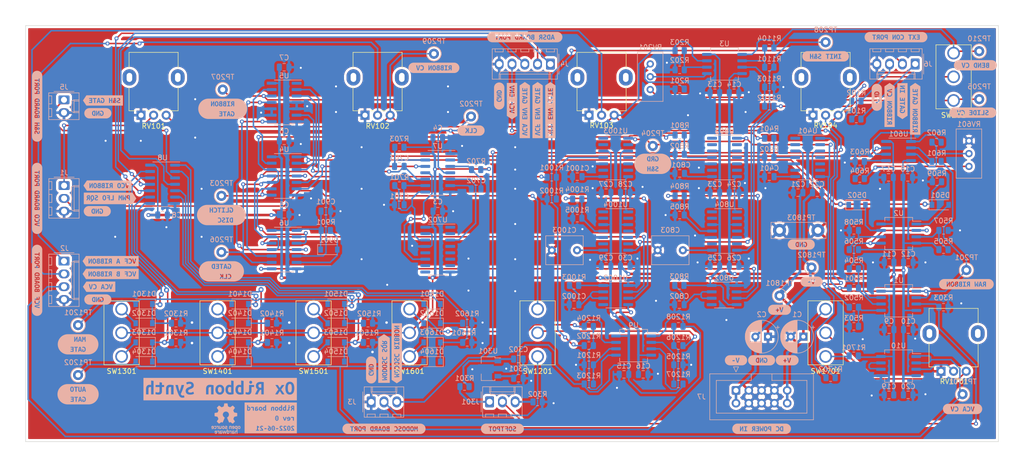
<source format=kicad_pcb>
(kicad_pcb (version 20211014) (generator pcbnew)
  (title_block (title "Josh Ox Ribbon Synth Ribbon board") (date "2022-06-21") (rev "0") (comment 2 "creativecommons.org/licences/by/4.0") (comment 3 "license: CC by 4.0") (comment 4 "Author: Jordan Aceto"))
  (layers (0 "F.Cu" signal) (31 "B.Cu" signal) (34 "B.Paste" user) (35 "F.Paste" user) (36 "B.SilkS" user "B.Silkscreen") (37 "F.SilkS" user "F.Silkscreen") (38 "B.Mask" user) (39 "F.Mask" user) (44 "Edge.Cuts" user))
  (net 0 "")
  (net 1 "+15V")
  (net 2 "GND")
  (net 3 "Net-(C302-Pad1)")
  (net 4 "Net-(C401-Pad1)")
  (net 5 "Net-(C701-Pad1)")
  (net 6 "Net-(C702-Pad2)")
  (net 7 "/ribbon_controller/~{CLK_9}")
  (net 8 "Net-(C703-Pad2)")
  (net 9 "Net-(C801-Pad1)")
  (net 10 "Net-(C802-Pad1)")
  (net 11 "Net-(C803-Pad1)")
  (net 12 "Net-(C901-Pad1)")
  (net 13 "Net-(C1001-Pad1)")
  (net 14 "Net-(C1002-Pad1)")
  (net 15 "Net-(C1003-Pad1)")
  (net 16 "Net-(D501-Pad1)")
  (net 17 "Net-(D502-Pad2)")
  (net 18 "Net-(D901-Pad2)")
  (net 19 "Net-(D1301-Pad1)")
  (net 20 "/gate_controller/VCA_ADSR_gate_logic/RIBBON_GATE")
  (net 21 "Net-(D1302-Pad2)")
  (net 22 "Net-(D1303-Pad1)")
  (net 23 "Net-(D1303-Pad2)")
  (net 24 "/gate_controller/VCA_ADSR_gate_logic/AUTO_GATE")
  (net 25 "Net-(D1401-Pad1)")
  (net 26 "Net-(D1402-Pad2)")
  (net 27 "Net-(D1403-Pad1)")
  (net 28 "Net-(D1403-Pad2)")
  (net 29 "Net-(D1501-Pad1)")
  (net 30 "Net-(D1502-Pad2)")
  (net 31 "Net-(D1503-Pad1)")
  (net 32 "Net-(D1503-Pad2)")
  (net 33 "Net-(D1601-Pad1)")
  (net 34 "Net-(D1602-Pad2)")
  (net 35 "Net-(D1603-Pad1)")
  (net 36 "Net-(D1603-Pad2)")
  (net 37 "/GATE_IN")
  (net 38 "/VCO_RIBBON_CTL")
  (net 39 "/PWM_LFO_SQR")
  (net 40 "/gate_controller/MOD_ENV_GATE")
  (net 41 "/gate_controller/VCF_ENV_GATE")
  (net 42 "/gate_controller/VCA_ENV_GATE")
  (net 43 "/VCA_ADSR")
  (net 44 "/gate_controller/S&H_GATE")
  (net 45 "/VCF_A_RIBBON_CTL")
  (net 46 "/VCF_B_RIBBON_CTL")
  (net 47 "/VCA_CV")
  (net 48 "/MOD_OSC_RIBBON_CTL")
  (net 49 "/MOD_OSC_SQR")
  (net 50 "Net-(J301-Pad1)")
  (net 51 "Net-(J301-Pad2)")
  (net 52 "Net-(J301-Pad3)")
  (net 53 "-15V")
  (net 54 "/RIBBON_GATE")
  (net 55 "/RIBBON_CV")
  (net 56 "Net-(R201-Pad1)")
  (net 57 "Net-(R202-Pad2)")
  (net 58 "/ribbon_controller/TRIG_0")
  (net 59 "Net-(R401-Pad2)")
  (net 60 "/ribbon_controller/comparator/SIGNAL_IN")
  (net 61 "Net-(R501-Pad2)")
  (net 62 "/ribbon_controller/glitch_discriminator/S&H_RIBBON")
  (net 63 "Net-(R502-Pad2)")
  (net 64 "Net-(R504-Pad2)")
  (net 65 "Net-(R505-Pad1)")
  (net 66 "Net-(R506-Pad2)")
  (net 67 "Net-(R601-Pad2)")
  (net 68 "Net-(R602-Pad1)")
  (net 69 "Net-(R602-Pad2)")
  (net 70 "Net-(R603-Pad2)")
  (net 71 "Net-(R701-Pad2)")
  (net 72 "/ribbon_controller/gate_conditioner/GATED_CLK")
  (net 73 "Net-(R801-Pad2)")
  (net 74 "Net-(R804-Pad1)")
  (net 75 "Net-(R804-Pad2)")
  (net 76 "/ribbon_controller/gate_conditioner/S&H_TRIG")
  (net 77 "Net-(R1001-Pad2)")
  (net 78 "Net-(R1004-Pad1)")
  (net 79 "Net-(R1004-Pad2)")
  (net 80 "/ribbon_controller/bend_scaler/INIT_IN")
  (net 81 "Net-(R1101-Pad2)")
  (net 82 "/ribbon_controller/SLIDE_CV")
  (net 83 "Net-(R1102-Pad2)")
  (net 84 "/ribbon_controller/BEND_CV")
  (net 85 "Net-(R1201-Pad2)")
  (net 86 "Net-(R1202-Pad2)")
  (net 87 "Net-(U10-Pad6)")
  (net 88 "Net-(C702-Pad1)")
  (net 89 "Net-(R1701-Pad2)")
  (net 90 "Net-(D501-Pad2)")
  (net 91 "Net-(RV201-Pad2)")
  (net 92 "Net-(RV201-Pad3)")
  (net 93 "Net-(RV1701-Pad2)")
  (net 94 "Net-(RV1701-Pad3)")
  (net 95 "/ribbon_controller/gate_conditioner/GD_IN")
  (net 96 "Net-(R1206-Pad1)")
  (net 97 "Net-(U4-Pad13)")
  (net 98 "/ribbon_controller/TRIG_9")
  (net 99 "Net-(U4-Pad9)")
  (net 100 "Net-(R1702-Pad2)")
  (net 101 "Net-(U4-Pad5)")
  (net 102 "Net-(U4-Pad3)")
  (net 103 "Net-(U1002-Pad2)")
  (net 104 "/ribbon_controller/comparator/COMP_OUT")
  (net 126 "Net-(U803-Pad7)")
  (net 142 "Net-(U1003-Pad7)")
  (net 153 "Net-(J6-Pad1)")
  (net 154 "Net-(J6-Pad3)")
  (net 155 "Net-(U5-Pad11)")
  (net 156 "Net-(R1205-Pad2)")
  (net 157 "Net-(R1206-Pad2)")
  (net 158 "Net-(U5-Pad8)")
  (net 160 "Net-(U7-Pad5)")
  (net 161 "Net-(U7-Pad11)")
  (net 163 "Net-(U6-Pad8)")
  (footprint "custom_footprints:SPDT_mini_toggle" (layer "F.Cu") (at 69.85 114.3 180)
    (fp_text reference "SW1301")
    (fp_text value "SW_SPDT_MSM")
  )
  (footprint "Potentiometer_THT:Potentiometer_Alpha_RD901F-40-00D_Single_Vertical" (layer "F.Cu") (at 162.6 71.12 90)
    (fp_text reference "RV103")
    (fp_text value "100k c.d.")
  )
  (footprint "Potentiometer_THT:Potentiometer_Alpha_RD901F-40-00D_Single_Vertical" (layer "F.Cu") (at 207.05 71.12 90)
    (fp_text reference "RV104")
    (fp_text value "100k c.d.")
  )
  (footprint "Potentiometer_THT:Potentiometer_Alpha_RD901F-40-00D_Single_Vertical" (layer "F.Cu") (at 73.7 71.12 90)
    (fp_text reference "RV101")
    (fp_text value "100k c.d.")
  )
  (footprint "custom_footprints:SPDT_mini_toggle" (layer "F.Cu") (at 152.4 114.3 180)
    (fp_text reference "SW1201")
    (fp_text value "SW_SPDT")
  )
  (footprint "custom_footprints:SPDT_mini_toggle" (layer "F.Cu") (at 209.55 114.3 180)
    (fp_text reference "SW1701")
    (fp_text value "SW_SPDT")
  )
  (footprint "custom_footprints:SPDT_mini_toggle" (layer "F.Cu") (at 107.95 114.3 180)
    (fp_text reference "SW1501")
    (fp_text value "SW_SPDT_MSM")
  )
  (footprint "Potentiometer_THT:Potentiometer_Alpha_RD901F-40-00D_Single_Vertical" (layer "F.Cu") (at 118.15 71.12 90)
    (fp_text reference "RV102")
    (fp_text value "100k c.d.")
  )
  (footprint "custom_footprints:SPDT_mini_toggle" (layer "F.Cu") (at 88.9 114.3 180)
    (fp_text reference "SW1401")
    (fp_text value "SW_SPDT_MSM")
  )
  (footprint "custom_footprints:SPDT_mini_toggle" (layer "F.Cu") (at 127 114.3 180)
    (fp_text reference "SW1601")
    (fp_text value "SW_SPDT_MSM")
  )
  (footprint "custom_footprints:SPDT_mini_toggle" (layer "F.Cu") (at 234.95 63.5 180)
    (fp_text reference "SW201")
    (fp_text value "SW_SPDT")
  )
  (footprint "Potentiometer_THT:Potentiometer_Alpha_RD901F-40-00D_Single_Vertical" (layer "F.Cu") (at 232.45 121.93 90)
    (fp_text reference "RV1701")
    (fp_text value "100k")
  )
  (footprint "Capacitor_SMD:C_0805_2012Metric" (layer "B.Cu") (at 207.899 86.487 180)
    (fp_text reference "C22")
    (fp_text value "100n")
  )
  (footprint "Connector_Molex:Molex_KK-254_AE-6410-03A_1x03_P2.54mm_Vertical" (layer "B.Cu") (at 142.875 127.996)
    (fp_text reference "J301")
    (fp_text value "ribbon")
  )
  (footprint "Diode_SMD:D_SOD-123" (layer "B.Cu") (at 93.345 108.585 180)
    (fp_text reference "D1401")
    (fp_text value "1N4148W")
  )
  (footprint "Capacitor_SMD:C_0805_2012Metric" (layer "B.Cu") (at 198.374 83.312 180)
    (fp_text reference "C401")
    (fp_text value "2n2")
  )
  (footprint "Resistor_SMD:R_0805_2012Metric" (layer "B.Cu") (at 137.8985 124.968 180)
    (fp_text reference "R301")
    (fp_text value "100")
  )
  (footprint "kibuzzard-62B1F3ED" (layer "B.Cu") (at 66.147 68.199 180)
    (fp_text reference "kibuzzard-62B1F3ED" hide)
    (fp_text value "G***" hide)
  )
  (footprint "kibuzzard-62B1FE6D" (layer "B.Cu") (at 237.49 104.648 180)
    (fp_text reference "kibuzzard-62B1FE6D" hide)
    (fp_text value "G***" hide)
  )
  (footprint "Diode_SMD:D_SOD-123" (layer "B.Cu") (at 215.801 88.9)
    (fp_text reference "D502")
    (fp_text value "1N4148W")
  )
  (footprint "Diode_SMD:D_SOD-123" (layer "B.Cu") (at 232.311 88.9)
    (fp_text reference "D501")
    (fp_text value "1N4148W")
  )
  (footprint "kibuzzard-62B1F917" (layer "B.Cu") (at 121.92 133.35 180)
    (fp_text reference "kibuzzard-62B1F917" hide)
    (fp_text value "G***" hide)
  )
  (footprint "Resistor_SMD:R_0805_2012Metric" (layer "B.Cu") (at 215.166 97.79 180)
    (fp_text reference "R506")
    (fp_text value "150k")
  )
  (footprint "kibuzzard-62B1F963" (layer "B.Cu") (at 206.756 104.14 180)
    (fp_text reference "kibuzzard-62B1F963" hide)
    (fp_text value "G***" hide)
  )
  (footprint "kibuzzard-62B1F2D1" (layer "B.Cu") (at 196.85 119.7515 180)
    (fp_text reference "kibuzzard-62B1F2D1" hide)
    (fp_text value "G***" hide)
  )
  (footprint "Diode_SMD:D_SOD-123" (layer "B.Cu") (at 131.445 116.205 180)
    (fp_text reference "D1603")
    (fp_text value "1N4148W")
  )
  (footprint "Capacitor_SMD:C_0805_2012Metric" (layer "B.Cu") (at 187.579 66.675 180)
    (fp_text reference "C13")
    (fp_text value "100n")
  )
  (footprint "TestPoint:TestPoint_Keystone_5000-5004_Miniature" (layer "B.Cu") (at 61.214 122.682 180)
    (fp_text reference "TP1202")
    (fp_text value "audo_gate")
  )
  (footprint "kibuzzard-62B1F2D1" (layer "B.Cu") (at 219.71 67.564 90)
    (fp_text reference "kibuzzard-62B1F2D1" hide)
    (fp_text value "G***" hide)
  )
  (footprint "kibuzzard-62B1F7F1" (layer "B.Cu") (at 222.25 69.088 90)
    (fp_text reference "kibuzzard-62B1F7F1" hide)
    (fp_text value "G***" hide)
  )
  (footprint "TestPoint:TestPoint_Keystone_5000-5004_Miniature" (layer "B.Cu") (at 240.03 58.42 180)
    (fp_text reference "TP210")
    (fp_text value "bend_cv")
  )
  (footprint "kibuzzard-62B1FDDB" (layer "B.Cu") (at 209.55 59.436 180)
    (fp_text reference "kibuzzard-62B1FDDB" hide)
    (fp_text value "G***" hide)
  )
  (footprint "Diode_SMD:D_SOD-123" (layer "B.Cu") (at 93.345 120.015 180)
    (fp_text reference "D1404")
    (fp_text value "1N4148W")
  )
  (footprint "Resistor_SMD:R_0805_2012Metric" (layer "B.Cu") (at 215.166 93.98 180)
    (fp_text reference "R508")
    (fp_text value "470")
  )
  (footprint "Connector_Molex:Molex_KK-254_AE-6410-04A_1x04_P2.54mm_Vertical" (layer "B.Cu") (at 58.42 100.076 -90)
    (fp_text reference "J2")
    (fp_text value "VCF_port")
  )
  (footprint "Resistor_SMD:R_0805_2012Metric" (layer "B.Cu") (at 162.56 124.46 180)
    (fp_text reference "R1203")
    (fp_text value "100k")
  )
  (footprint "Capacitor_SMD:C_0805_2012Metric" (layer "B.Cu") (at 160.274 83.312 180)
    (fp_text reference "C1001")
    (fp_text value "2n2")
  )
  (footprint "Resistor_SMD:R_0805_2012Metric" (layer "B.Cu") (at 231.568 76.482)
    (fp_text reference "R602")
    (fp_text value "100k")
  )
  (footprint "kibuzzard-62B1FC16" (layer "B.Cu") (at 89.916 69.85 180)
    (fp_text reference "kibuzzard-62B1FC16" hide)
    (fp_text value "G***" hide)
  )
  (footprint "kibuzzard-62B1F7DB" (layer "B.Cu") (at 227.33 69.85 90)
    (fp_text reference "kibuzzard-62B1F7DB" hide)
    (fp_text value "G***" hide)
  )
  (footprint "Diode_SMD:D_SOD-123" (layer "B.Cu") (at 93.345 116.205 180)
    (fp_text reference "D1403")
    (fp_text value "1N4148W")
  )
  (footprint "Resistor_SMD:R_0805_2012Metric" (layer "B.Cu") (at 198.374 75.692)
    (fp_text reference "R401")
    (fp_text value "5k6")
  )
  (footprint "Resistor_SMD:R_0805_2012Metric" (layer "B.Cu") (at 180.34 124.46)
    (fp_text reference "R1207")
    (fp_text value "100k")
  )
  (footprint "Capacitor_SMD:C_0805_2012Metric" (layer "B.Cu") (at 165.989 86.487 180)
    (fp_text reference "C27")
    (fp_text value "100n")
  )
  (footprint "Resistor_SMD:R_0805_2012Metric" (layer "B.Cu") (at 215.166 113.03 180)
    (fp_text reference "R503")
    (fp_text value "100k")
  )
  (footprint "Capacitor_THT:C_Rect_L7.2mm_W5.5mm_P5.00mm_FKS2_FKP2_MKS2_MKP2" (layer "B.Cu") (at 160.234 97.917 180)
    (fp_text reference "C1003")
    (fp_text value "1u")
  )
  (footprint "Capacitor_SMD:C_0805_2012Metric" (layer "B.Cu") (at 225.853 83.467 180)
    (fp_text reference "C18")
    (fp_text value "100n")
  )
  (footprint "Resistor_SMD:R_0805_2012Metric" (layer "B.Cu") (at 215.166 105.41)
    (fp_text reference "R501")
    (fp_text value "100k")
  )
  (footprint "Resistor_SMD:R_0805_2012Metric" (layer "B.Cu") (at 118.745 112.395)
    (fp_text reference "R1502")
    (fp_text value "100k")
  )
  (footprint "Resistor_SMD:R_0805_2012Metric" (layer "B.Cu") (at 180.34 113.03)
    (fp_text reference "R1208")
    (fp_text value "1M2")
  )
  (footprint "Capacitor_SMD:C_0805_2012Metric" (layer "B.Cu") (at 225.961 113.665 180)
    (fp_text reference "C10")
    (fp_text value "100n")
  )
  (footprint "Diode_SMD:D_SOD-123" (layer "B.Cu") (at 74.295 120.015 180)
    (fp_text reference "D1304")
    (fp_text value "1N4148W")
  )
  (footprint "Resistor_SMD:R_0805_2012Metric" (layer "B.Cu") (at 180.34 120.65 180)
    (fp_text reference "R1205")
    (fp_text value "10k")
  )
  (footprint "kibuzzard-62B1F4B1" (layer "B.Cu") (at 67.671 102.616 180)
    (fp_text reference "kibuzzard-62B1F4B1" hide)
    (fp_text value "G***" hide)
  )
  (footprint "Package_SO:SOIC-14_3.9x8.7mm_P1.27mm" (layer "B.Cu") (at 102.108 83.185 180)
    (fp_text reference "U4")
    (fp_text value "4081")
  )
  (footprint "Resistor_SMD:R_0805_2012Metric" (layer "B.Cu") (at 210.5425 123.19 180)
    (fp_text reference "R1702")
    (fp_text value "100k")
  )
  (footprint "Diode_SMD:D_SOD-123" (layer "B.Cu") (at 131.445 112.395 180)
    (fp_text reference "D1602")
    (fp_text value "1N4148W")
  )
  (footprint "Capacitor_THT:CP_Radial_D6.3mm_P2.50mm" (layer "B.Cu") (at 198.12 115.062 180)
    (fp_text reference "C2")
    (fp_text value "10u")
  )
  (footprint "Diode_SMD:D_SOD-123" (layer "B.Cu") (at 74.295 116.205 180)
    (fp_text reference "D1303")
    (fp_text value "1N4148W")
  )
  (footprint "kibuzzard-62B1FC58" (layer "B.Cu") (at 89.662 102.108 180)
    (fp_text reference "kibuzzard-62B1FC58" hide)
    (fp_text value "G***" hide)
  )
  (footprint "Capacitor_SMD:C_0805_2012Metric" (layer "B.Cu") (at 140.208 85.725)
    (fp_text reference "C702")
    (fp_text value "4n7")
  )
  (footprint "kibuzzard-62B1F53B" (layer "B.Cu") (at 124.46 118.364 90)
    (fp_text reference "kibuzzard-62B1F53B" hide)
    (fp_text value "G***" hide)
  )
  (footprint "Resistor_SMD:R_0805_2012Metric" (layer "B.Cu") (at 155.194 83.439)
    (fp_text reference "R1001")
    (fp_text value "5k6")
  )
  (footprint "Package_SO:SOIC-8_3.9x4.9mm_P1.27mm" (layer "B.Cu") (at 224.028 78.232 180)
    (fp_text reference "U601")
    (fp_text value "LM358")
  )
  (footprint "Capacitor_SMD:C_0805_2012Metric" (layer "B.Cu") (at 225.961 100.33 180)
    (fp_text reference "C12")
    (fp_text value "100n")
  )
  (footprint "kibuzzard-62B1FC43" (layer "B.Cu") (at 89.662 90.932 180)
    (fp_text reference "kibuzzard-62B1FC43" hide)
    (fp_text value "G***" hide)
  )
  (footprint "Resistor_SMD:R_0805_2012Metric" (layer "B.Cu") (at 140.208 81.915 180)
    (fp_text reference "R702")
    (fp_text value "10k")
  )
  (footprint "Resistor_SMD:R_0805_2012Metric" (layer "B.Cu") (at 124.968 85.09 180)
    (fp_text reference "R701")
    (fp_text value "100k")
  )
  (footprint "Resistor_SMD:R_0805_2012Metric" (layer "B.Cu") (at 160.274 91.567 180)
    (fp_text reference "R1005")
    (fp_text value "1k8")
  )
  (footprint "kibuzzard-62B1F45D" (layer "B.Cu") (at 65.385 105.156 180)
    (fp_text reference "kibuzzard-62B1F45D" hide)
    (fp_text value "G***" hide)
  )
  (footprint "kibuzzard-62B1FEB0" (layer "B.Cu") (at 61.214 116.586 180)
    (fp_text reference "kibuzzard-62B1FEB0" hide)
    (fp_text value "G***" hide)
  )
  (footprint "Package_SO:SOIC-14_3.9x8.7mm_P1.27mm" (layer "B.Cu") (at 205.994 79.502 180)
    (fp_text reference "U401")
    (fp_text value "LF398_SOIC14")
  )
  (footprint "TestPoint:TestPoint_Keystone_5000-5004_Miniature" (layer "B.Cu") (at 175.26 77.216 180)
    (fp_text reference "TP204")
    (fp_text value "guard_s_and_h")
  )
  (footprint "TestPoint:TestPoint_Keystone_5000-5004_Miniature" (layer "B.Cu") (at 237.49 101.854 180)
    (fp_text reference "TP201")
    (fp_text value "raw_ribbon")
  )
  (footprint "Resistor_SMD:R_0805_2012Metric" (layer "B.Cu") (at 155.194 87.757 180)
    (fp_text reference "R1002")
    (fp_text value "1k8")
  )
  (footprint "kibuzzard-62B1F821" (layer "B.Cu") (at 223.52 55.626 180)
    (fp_text reference "kibuzzard-62B1F821" hide)
    (fp_text value "G***" hide)
  )
  (footprint "kibuzzard-62B1F9D0" (layer "B.Cu") (at 196.85 133.35 180)
    (fp_text reference "kibuzzard-62B1F9D0" hide)
    (fp_text value "G***" hide)
  )
  (footprint "TestPoint:TestPoint_Keystone_5000-5004_Miniature" (layer "B.Cu") (at 236.728 126.492 180)
    (fp_text reference "TP1701")
    (fp_text value "vca_cv")
  )
  (footprint "Capacitor_SMD:C_0805_2012Metric" (layer "B.Cu") (at 222.151 100.33 180)
    (fp_text reference "C11")
    (fp_text value "100n")
  )
  (footprint "Capacitor_SMD:C_0805_2012Metric" (layer "B.Cu") (at 222.123 126.619 180)
    (fp_text reference "C19")
    (fp_text value "100n")
  )
  (footprint "kibuzzard-62B1F959" (layer "B.Cu") (at 201.93 119.7515 180)
    (fp_text reference "kibuzzard-62B1F959" hide)
    (fp_text value "G***" hide)
  )
  (footprint "Resistor_SMD:R_0805_2012Metric" (layer "B.Cu") (at 162.56 120.65)
    (fp_text reference "R1201")
    (fp_text value "10k")
  )
  (footprint "Connector_Molex:Molex_KK-254_AE-6410-04A_1x04_P2.54mm_Vertical" (layer "B.Cu") (at 227.33 60.96 180)
    (fp_text reference "J6")
    (fp_text value "ext_port")
  )
  (footprint "Capacitor_SMD:C_0805_2012Metric" (layer "B.Cu") (at 124.968 88.9 180)
    (fp_text reference "C701")
    (fp_text value "1n")
  )
  (footprint "Capacitor_THT:C_Rect_L7.2mm_W5.5mm_P5.00mm_FKS2_FKP2_MKS2_MKP2" (layer "B.Cu") (at 181.229 97.917 180)
    (fp_text reference "C803")
    (fp_text value "1u")
  )
  (footprint "Diode_SMD:D_SOD-123" (layer "B.Cu") (at 93.345 112.395 180)
    (fp_text reference "D1402")
    (fp_text value "1N4148W")
  )
  (footprint "Diode_SMD:D_SOD-123" (layer "B.Cu") (at 74.295 108.585 180)
    (fp_text reference "D1301")
    (fp_text value "1N4148W")
  )
  (footprint "Capacitor_SMD:C_0805_2012Metric" (layer "B.Cu") (at 148.59 119.507)
    (fp_text reference "C302")
    (fp_text value "100n")
  )
  (footprint "kibuzzard-62B1F72D" (layer "B.Cu") (at 147.32 68.326 90)
    (fp_text reference "kibuzzard-62B1F72D" hide)
    (fp_text value "G***" hide)
  )
  (footprint "Resistor_SMD:R_0805_2012Metric" (layer "B.Cu") (at 215.646 71.882 180)
    (fp_text reference "R101")
    (fp_text value "1k")
  )
  (footprint "Resistor_SMD:R_0805_2012Metric" (layer "B.Cu") (at 215.166 109.22)
    (fp_text reference "R502")
    (fp_text value "100k")
  )
  (footprint "Capacitor_SMD:C_0805_2012Metric" (layer "B.Cu") (at 191.389 101.092 180)
    (fp_text reference "C26")
    (fp_text value "100n")
  )
  (footprint "Capacitor_THT:CP_Radial_D6.3mm_P2.50mm" (layer "B.Cu") (at 205.14438 115.062 180)
    (fp_text reference "C1")
    (fp_text value "10u")
  )
  (footprint "Resistor_SMD:R_0805_2012Metric" (layer "B.Cu") (at 124.968 77.47 180)
    (fp_text reference "R703")
    (fp_text value "10k")
  )
  (footprint "Resistor_SMD:R_0805_2012Metric" (layer "B.Cu") (at 232.946 97.79 180)
    (fp_text reference "R505")
    (fp_text value "150k")
  )
  (footprint "TestPoint:TestPoint_Keystone_5000-5004_Miniature" (layer "B.Cu") (at 131.826 58.928 180)
    (fp_text reference "TP209")
    (fp_text value "ribbon_cv")
  )
  (footprint "Capacitor_SMD:C_0805_2012Metric" (layer "B.Cu") (at 180.533 108.712 180)
    (fp_text reference "C802")
    (fp_text value "10n")
  )
  (footprint "TestPoint:TestPoint_Bridge_Pitch7.62mm_Drill1.3mm" (layer "B.Cu") (at 208.026 93.98 180)
    (fp_text reference "TP1803")
    (fp_text value "GND")
  )
  (footprint "Diode_SMD:D_SOD-123" (layer "B.Cu") (at 110.998 97.79)
    (fp_text reference "D901")
    (fp_text value "1N4148W")
  )
  (footprint "Connector_Molex:Molex_KK-254_AE-6410-03A_1x03_P2.54mm_Vertical" (layer "B.Cu") (at 119.38 128.016)
    (fp_text reference "J3")
    (fp_text value "mod_osc_port")
  )
  (footprint "Resistor_SMD:R_0805_2012Metric" (layer "B.Cu") (at 180.594 78.867 180)
    (fp_text reference "R802")
    (fp_text value "1k8")
  )
  (footprint "Capacitor_SMD:C_0805_2012Metric" (layer "B.Cu") (at 159.639 108.712 180)
    (fp_text reference "C1002")
    (fp_text value "10n")
  )
  (footprint "kibuzzard-62B1F4C1" (layer "B.Cu") (at 67.056 85.09 180)
    (fp_text reference "kibuzzard-62B1F4C1" hide)
    (fp_text value "G***" hide)
  )
  (footprint "Symbol:OSHW-Logo_5.7x6mm_SilkScreen" (layer "B.Cu") (at 90.551 131.318 180)
    (fp_text reference "REF**" hide)
    (fp_text value "OSHW-Logo_5.7x6mm_SilkScreen" hide)
  )
  (footprint "Capacitor_SMD:C_0805_2012Metric" (layer "B.Cu") (at 102.108 76.2)
    (fp_text reference "C6")
    (fp_text value "100n")
  )
  (footprint "kibuzzard-62B1FD51" (layer "B.Cu") (at 239.268 61.214 180)
    (fp_text reference "kibuzzard-62B1FD51" hide)
    (fp_text value "G***" hide)
  )
  (footprint "kibuzzard-62B1FC81" (layer "B.Cu") (at 61.214 126.492 180)
    (fp_text reference "kibuzzard-62B1FC81" hide)
    (fp_text value "G***" hide)
  )
  (footprint "kibuzzard-62B1F525" (layer "B.Cu") (at 121.92 119.4 90)
    (fp_text reference "kibuzzard-62B1F525" hide)
    (fp_text value "G***" hide)
  )
  (footprint "Resistor_SMD:R_0805_2012Metric" (layer "B.Cu") (at 99.695 116.205)
    (fp_text reference "R1401")
    (fp_text value "100k")
  )
  (footprint "Package_SO:SOIC-14_3.9x8.7mm_P1.27mm" (layer "B.Cu") (at 102.108 68.58 180)
    (fp_text reference "U5")
    (fp_text value "4013")
  )
  (footprint "kibuzzard-62B1F2D1" (layer "B.Cu") (at 65.024 90.17 180)
    (fp_text reference "kibuzzard-62B1F2D1" hide)
    (fp_text value "G***" hide)
  )
  (footprint "Resistor_SMD:R_0805_2012Metric" (layer "B.Cu") (at 231.568 80.292 180)
    (fp_text reference "R601")
    (fp_text value "100k")
  )
  (footprint "Package_SO:SO-8_5.3x6.2mm_P1.27mm" (layer "B.Cu") (at 171.45 116.84 180)
    (fp_text reference "U9")
    (fp_text value "TL072")
  )
  (footprint "kibuzzard-62B235EB" (layer "B.Cu") (at 145.415 133.35 180)
    (fp_text reference "kibuzzard-62B235EB" hide)
    (fp_text value "G***" hide)
  )
  (footprint "kibuzzard-62B1F2D1" (layer "B.Cu") (at 65.131 70.739 180)
    (fp_text reference "kibuzzard-62B1F2D1" hide)
    (fp_text value "G***" hide)
  )
  (footprint "Connector_Molex:Molex_KK-254_AE-6410-02A_1x02_P2.54mm_Vertical" (layer "B.Cu") (at 58.42 68.072 -90)
    (fp_text reference "J5")
    (fp_text value "S&H_port")
  )
  (footprint "Potentiometer_THT:Potentiometer_Bourns_3296W_Vertical" (layer "B.Cu") (at 237.998 76.2 90)
    (fp_text reference "RV601")
    (fp_text value "100k")
  )
  (footprint "Resistor_SMD:R_0805_2012Metric" (layer "B.Cu") (at 198.374 69.342 180)
    (fp_text reference "R1102")
    (fp_text value "100k")
  )
  (footprint "Resistor_SMD:R_0805_2012Metric" (layer "B.Cu") (at 215.646 68.326 180)
    (fp_text reference "R102")
    (fp_text value "1k")
  )
  (footprint "Capacitor_SMD:C_0805_2012Metric" (layer "B.Cu") (at 169.799 86.487 180)
    (fp_text reference "C28")
    (fp_text value "100n")
  )
  (footprint "Diode_SMD:D_SOD-123" (layer "B.Cu") (at 112.395 120.015 180)
    (fp_text reference "D1504")
    (fp_text value "1N4148W")
  )
  (footprint "Resistor_SMD:R_0805_2012Metric" (layer "B.Cu") (at 232.946 109.22)
    (fp_text reference "R303")
    (fp_text value "1M2")
  )
  (footprint "TestPoint:TestPoint_Keystone_5000-5004_Miniature" (layer "B.Cu") (at 240.03 67.945 180)
    (fp_text reference "TP205")
    (fp_text value "slide_s_and_h")
  )
  (footprint "kibuzzard-62B1FECC" (layer "B.Cu") (at 175.26 80.772 180)
    (fp_text reference "kibuzzard-62B1FECC" hide)
    (fp_text value "G***" hide)
  )
  (footprint "kibuzzard-62B1FD62" (layer "B.Cu") (at 131.826 61.722 180)
    (fp_text reference "kibuzzard-62B1FD62" hide)
    (fp_text value "G***" hide)
  )
  (footprint "Resistor_SMD:R_0805_2012Metric" (layer "B.Cu") (at 180.594 75.057)
    (fp_text reference "R801")
    (fp_text value "5k6")
  )
  (footprint "Resistor_SMD:R_0805_2012Metric" (layer "B.Cu") (at 80.645 116.205)
    (fp_text reference "R1301")
    (fp_text value "100k")
  )
  (footprint "kibuzzard-62AC7A9F" (layer "B.Cu") (at 89.408 125.476 180)
    (fp_text reference "kibuzzard-62AC7A9F" hide)
    (fp_text value "G***" hide)
  )
  (footprint "Diode_SMD:D_SOD-123" (layer "B.Cu") (at 112.395 112.395 180)
    (fp_text reference "D1502")
    (fp_text value "1N4148W")
  )
  (footprint "kibuzzard-62B1F2D1" (layer "B.Cu") (at 119.38 121.666 90)
    (fp_text reference "kibuzzard-62B1F2D1" hide)
    (fp_text value "G***" hide)
  )
  (footprint "Capacitor_SMD:C_0805_2012Metric" (layer "B.Cu") (at 187.579 101.092 180)
    (fp_text reference "C25")
    (fp_text value "100n")
  )
  (footprint "Resistor_SMD:R_0805_2012Metric" (layer "B.Cu") (at 198.374 79.502 180)
    (fp_text reference "R402")
    (fp_text value "1k8")
  )
  (footprint "TestPoint:TestPoint_Keystone_5000-5004_Miniature" (layer "B.Cu") (at 89.916 66.04 180)
    (fp_text reference "TP207")
    (fp_text value "gate")
  )
  (footprint "Resistor_SMD:R_0805_2012Metric" (layer "B.Cu") (at 215.166 101.6 180)
    (fp_text reference "R504")
    (fp_text value "100k")
  )
  (footprint "kibuzzard-62B23681" (layer "B.Cu") (at 236.728 129.413 180)
    (fp_text reference "kibuzzard-62B23681" hide)
    (fp_text value "G***" hide)
  )
  (footprint "kibuzzard-62B1F2D1" (layer "B.Cu") (at 65.131 107.696 180)
    (fp_text reference "kibuzzard-62B1F2D1" hide)
    (fp_text value "G***" hide)
  )
  (footprint "Capacitor_SMD:C_0805_2012Metric" (layer "B.Cu") (at 124.968 81.28 180)
    (fp_text reference "C703")
    (fp_text value "4n7")
  )
  (footprint "kibuzzard-62B1F959" (layer "B.Cu") (at 200.406 109.728 180)
    (fp_text reference "kibuzzard-62B1F959" hide)
    (fp_text value "G***" hide)
  )
  (footprint "kibuzzard-62B1F567" (layer "B.Cu") (at 67.564 87.63 180)
    (fp_text reference "kibuzzard-62B1F567" hide)
    (fp_text value "G***" hide)
  )
  (footprint "Capacitor_SMD:C_0805_2012Metric" (layer "B.Cu") (at 165.989 101.092 180)
    (fp_text reference "C29")
    (fp_text value "100n")
  )
  (footprint "kibuzzard-62B1F8CB" (layer "B.Cu") (at 53.086 69.342 90)
    (fp_text reference "kibuzzard-62B1F8CB" hide)
    (fp_text value "G***" hide)
  )
  (footprint "Package_SO:SOIC-14_3.9x8.7mm_P1.27mm" (layer "B.Cu") (at 102.108 97.79 180)
    (fp_text reference "U6")
    (fp_text value "40106")
  )
  (footprint "kibuzzard-62B1F2D1" (layer "B.Cu") (at 204.724 96.774 180)
    (fp_text reference "kibuzzard-62B1F2D1" hide)
    (fp_text value "G***" hide)
  )
  (footprint "Package_SO:SOIC-14_3.9x8.7mm_P1.27mm" (layer "B.Cu") (at 189.484 94.107 180)
    (fp_text reference "U804")
    (fp_text value "LF398_SOIC14")
  )
  (footprint "Resistor_SMD:R_0805_2012Metric" (layer "B.Cu") (at 216.328 83.693)
    (fp_text reference "R604")
    (fp_text value "100k")
  )
  (footprint "Resistor_SMD:R_0805_2012Metric" (layer "B.Cu") (at 160.274 87.757)
    (fp_text reference "R1004")
    (fp_text value "5k6")
  )
  (footprint "Capacitor_SMD:C_0805_2012Metric" (layer "B.Cu") (at 169.545 122.555 180)
    (fp_text reference "C15")
    (fp_text value "100n")
  )
  (footprint "Resistor_SMD:R_0805_2012Metric" (layer "B.Cu") (at 198.374 65.532 180)
    (fp_text reference "R1103")
    (fp_text value "100k")
  )
  (footprint "Diode_SMD:D_SOD-123" (layer "B.Cu") (at 112.395 116.205 180)
    (fp_text reference "D1503")
    (fp_text value "1N4148W")
  )
  (footprint "Resistor_SMD:R_0805_2012Metric" (layer "B.Cu") (at 180.594 90.932 180)
    (fp_text reference "R805")
    (fp_text value "1k8")
  )
  (footprint "Resistor_SMD:R_0805_2012Metric" (layer "B.Cu") (at 180.34 116.84 180)
    (fp_text reference "R1206")
    (fp_text value "10k")
  )
  (footprint "Package_SO:SO-8_5.3x6.2mm_P1.27mm" (layer "B.Cu") (at 224.028 120.904 180)
    (fp_text reference "U10")
    (fp_text value "TL072")
  )
  (footprint "Package_SO:SOIC-16_3.9x9.9mm_P1.27mm" (layer "B.Cu") (at 132.588 97.79 180)
    (fp_text reference "U702")
    (fp_text value "4017")
  )
  (footprint "Resistor_SMD:R_0805_2012Metric" (layer "B.Cu") (at 180.594 58.305 180)
    (fp_text reference "R203")
    (fp_text value "100k")
  )
  (footprint "Capacitor_SMD:C_0805_2012Metric" (layer "B.Cu") (at 132.588 75.565)
    (fp_text reference "C4")
    (fp_text value "100n")
  )
  (footprint "kibuzzard-62B1F2D1" (layer "B.Cu") (at 144.78 67.31 90)
    (fp_text reference "kibuzzard-62B1F2D1" hide)
    (fp_text value "G***" hide)
  )
  (footprint "Resistor_SMD:R_0805_2012Metric" (layer "B.Cu") (at 198.374 57.785)
    (fp_text reference "R1104")
    (fp_text value "100k")
  )
  (footprint "Connector_Molex:Molex_KK-254_AE-6410-03A_1x03_P2.54mm_Vertical" (layer "B.Cu") (at 58.44 85.09 -90)
    (fp_text reference "J1")
    (fp_text value "VCO_port")
  )
  (footprint "Resistor_SMD:R_0805_2012Metric" (layer "B.Cu") (at 180.533 104.902 180)
    (fp_text reference "R803")
    (fp_text value "1M2")
  )
  (footprint "Diode_SMD:D_SOD-123" (layer "B.Cu") (at 74.295 112.395 180)
    (fp_text reference "D1302")
    (fp_text value "1N4148W")
  )
  (footprint "Resistor_SMD:R_0805_2012Metric" (layer "B.Cu") (at 99.695 112.395)
    (fp_text reference "R1402")
    (fp_text value "100k")
  )
  (footprint "Capacitor_SMD:C_0805_2012Metric" (layer "B.Cu") (at 169.799 101.092 180)
    (fp_text reference "C30")
    (fp_text value "100n")
  )
  (footprint "Package_SO:SOIC-14_3.9x8.7mm_P1.27mm" (layer "B.Cu") (at 77.978 84.836 180)
    (fp_text reference "U8")
    (fp_text value "4081")
  )
  (footprint "Resistor_SMD:R_0805_2012Metric" (layer "B.Cu") (at 152.4 128.016)
    (fp_text reference "R302")
    (fp_text value "4k7")
  )
  (footprint "kibuzzard-62B1F904" (layer "B.Cu") (at 53.086 103.886 90)
    (fp_text reference "kibuzzard-62B1F904" hide)
    (fp_text value "G***" hide)
  )
  (footprint "Package_SO:SOIC-8_3.9x4.9mm_P1.27mm" (layer "B.Cu") (at 167.894 106.807 180)
    (fp_text reference "U1002")
    (fp_text value "TLC555xD")
  )
  (footprint "TestPoint:TestPoint_Keystone_5000-5004_Miniature" (layer "B.Cu") (at 89.662 87.122 180)
    (fp_text reference "TP203")
    (fp_text value "glitch_dis")
  )
  (footprint "Capacitor_SMD:C_0805_2012Metric" (layer "B.Cu") (at 191.389 86.487 180)
    (fp_text reference "C24")
    (fp_text value "100n")
  )
  (footprint "TestPoint:TestPoint_Keystone_5000-5004_Miniature" (layer "B.Cu") (at 89.662 98.298 180)
    (fp_text reference "TP206")
    (fp_text value "gated_clk")
  )
  (footprint "Resistor_SMD:R_0805_2012Metric" (layer "B.Cu") (at 180.594 87.122)
    (fp_text reference "R804")
    (fp_text value "5k6")
  )
  (footprint "Package_SO:SOIC-14_3.9x8.7mm_P1.27mm" (layer "B.Cu") (at 167.894 79.502 180)
    (fp_text reference "U1003")
    (fp_text value "LF398_SOIC14")
  )
  (footprint "kibuzzard-62B1F8A8" (layer "B.Cu") (at 149.86 55.626 180)
    (fp_text reference "kibuzzard-62B1F8A8" hide)
    (fp_text value "G***" hide)
  )
  (footprint "Resistor_SMD:R_0805_2012Metric" (layer "B.Cu") (at 110.363 93.98 180)
    (fp_text reference "R901")
    (fp_text value "120k")
  )
  (footprint "kibuzzard-62B1FCCC" (layer "B.Cu") (at 139.192 74.168 180)
    (fp_text reference "kibuzzard-62B1FCCC" hide)
    (fp_text value "G***" hide)
  )
  (footprint "Capacitor_SMD:C_0805_2012Metric" (layer "B.Cu") (at 102.108 61.595)
    (fp_text reference "C7")
    (fp_text value "100n")
  )
  (footprint "Resistor_SMD:R_0805_2012Metric" (layer "B.Cu") (at 232.946 93.98 180)
    (fp_text reference "R507")
    (fp_text value "470")
  )
  (footprint "Resistor_SMD:R_0805_2012Metric" (layer "B.Cu") (at 180.594 62.115)
    (fp_text reference "R202")
    (fp_text value "100k")
  )
  (footprint "TestPoint:TestPoint_Keystone_5000-5004_Miniature" (layer "B.Cu") (at 139.192 71.374 180)
    (fp_text reference "TP202")
    (fp_text value "clk")
  )
  (footprint "Connector_IDC:IDC-Header_2x05_P2.54mm_Vertical" (layer "B.Cu") (at 191.77 125.73 -90)
    (fp_text reference "J7")
    (fp_text value "power_entry")
  )
  (footprint "Resistor_SMD:R_0805_2012Metric" (layer "B.Cu") (at 231.648 84.328 180)
    (fp_text reference "R509")
    (fp_text value "100k")
  )
  (footprint "Resistor_SMD:R_0805_2012Metric" (layer "B.Cu") (at 180.594 65.925 180)
    (fp_text reference "R201")
    (fp_text value "10k")
  )
  (footprint "TestPoint:TestPoint_Keystone_5000-5004_Miniature" (layer "B.Cu") (at 200.406 106.934 180)
    (fp_text reference "TP1801")
    (fp_text value "V+")
  )
  (footprint "TestPoint:TestPoint_Keystone_5000-5004_Miniature" (layer "B.Cu") (at 206.756 101.346 180)
    (fp_text reference "TP1802")
    (fp_text value "V-")
  )
  (footprint "Package_SO:SOIC-14_3.9x8.7mm_P1.27mm" (layer "B.Cu") (at 189.484 79.502 180)
    (fp_text reference "U803")
    (fp_text value "LF398_SOIC14")
  )
  (footprint "Capacitor_SMD:C_0805_2012Metric" (layer "B.Cu") (at 225.933 126.619 180)
    (fp_text reference "C20")
    (fp_text value "100n")
  )
  (footprint "kibuzzard-62B1F752" (layer "B.Cu") (at 152.4 70.104 90)
    (fp_text reference "kibuzzard-62B1F752" hide)
    (fp_text value "G***" hide)
  )
  (footprint "kibuzzard-62B239A3" (layer "B.Cu") (at 99.441 131.191 180)
    (fp_text reference "kibuzzard-62B239A3" hide)
    (fp_text value "G***" hide)
  )
  (footprint "Potentiometer_THT:Potentiometer_Bourns_3296W_Vertical" (layer "B.Cu") (at 174.752 60.95 90)
    (fp_text reference "RV201")
    (fp_text value "100k")
  )
  (footprint "Package_SO:SO-8_5.3x6.2mm_P1.27mm" (layer "B.Cu") (at 224.056 107.95 180)
    (fp_text reference "U1")
    (fp_text value "TL072")
  )
  (footprint "Capacitor_SMD:C_0805_2012Metric" (layer "B.Cu") (at 110.363 90.17)
    (fp_text reference "C901")
    (fp_text value "10n")
  )
  (footprint "Resistor_SMD:R_0805_2012Metric" (layer "B.Cu") (at 216.328 80.292)
    (fp_text reference "R603")
    (fp_text value "10k")
  )
  (footprint "Package_SO:SO-8_5.3x6.2mm_P1.27mm" (layer "B.Cu") (at 224.056 94.615 180)
    (fp_text reference "U2")
    (fp_text value "TL072")
  )
  (footprint "Capacitor_SMD:C_0805_2012Metric" (layer "B.Cu") (at 180.594 82.677 180)
    (fp_text reference "C801")
    (fp_text value "2n2")
  )
  (footprint "Package_TO_SOT_SMD:SOT-89-3" (layer "B.Cu") (at 142.875 121.412 180)
    (fp_text reference "U301")
    (fp_text value "L78L10_SOT89")
  )
  (footprint "Resistor_SMD:R_0805_2012Metric" (layer "B.Cu") (at 162.56 116.84)
    (fp_text reference "R1202")
    (fp_text value "10k")
  )
  (footprint "Capacitor_SMD:C_0805_2012Metric" (layer "B.Cu") (at 187.579 86.487 180)
    (fp_text reference "C23")
    (fp_text value "100n")
  )
  (footprint "Package_SO:SOIC-8_3.9x4.9mm_P1.27mm" (layer "B.Cu") (at 189.423 106.807 180)
    (fp_text reference "U802")
    (fp_text value "TLC555xD")
  )
  (footprint "Diode_SMD:D_SOD-123" (layer "B.Cu") (at 131.445 108.585 180)
    (fp_text reference "D1601")
    (fp_text value "1N4148W")
  )
  (footprint "Resistor_SMD:R_0805_2012Metric" (layer "B.Cu") (at 138.43 112.395)
    (fp_text reference "R1602")
    (fp_text value "100k")
  )
  (footprint "Diode_SMD:D_SOD-123" (layer "B.Cu") (at 131.445 120.015 180)
    (fp_text reference "D1604")
    (fp_text value "1N4148W")
  )
  (footprint "Capacitor_SMD:C_0805_2012Metric" (layer "B.Cu") (at 173.355 122.555 180)
    (fp_text reference "C16")
    (fp_text value "100n")
  )
  (footprint "Resistor_SMD:R_0805_2012Metric" (layer "B.Cu") (at 80.645 112.395)
    (fp_text reference "R1302")
    (fp_text value "100k")
  )
  (footprint "Capacitor_SMD:C_0805_2012Metric" (layer "B.Cu") (at 222.151 113.665 180)
    (fp_text reference "C9")
    (fp_text value "100n")
  )
  (footprint "Resistor_SMD:R_0805_2012Metric" (layer "B.Cu") (at 118.745 116.205)
    (fp_text reference "R1501")
    (fp_text value "100k")
  )
  (footprint "Capacitor_SMD:C_0805_2012Metric" (layer "B.Cu") (at 204.089 86.487 180)
    (fp_text reference "C21")
    (fp_text value "100n")
  )
  (footprint "kibuzzard-62B1F743" (layer "B.Cu") (at 149.86 70.104 90)
    (fp_text reference "kibuzzard-62B1F743" hide)
    (fp_text value "G***" hide)
  )
  (footprint "kibuzzard-62B1F712" (layer "B.Cu") (at 224.79 68.326 90)
    (fp_text reference "kibuzzard-62B1F712" hide)
    (fp_text value "G***" hide)
  )
  (footprint "kibuzzard-62B1F77F" (layer "B.Cu") (at 154.94 70.104 90)
    (fp_text reference "kibuzzard-62B1F77F" hide)
    (fp_text value "G***" hide)
  )
  (footprint "Capacitor_SMD:C_0805_2012Metric" (layer "B.Cu") (at 77.978 90.932)
    (fp_text reference "C8")
    (fp_text value "100n")
  )
  (footprint "kibuzzard-62B1FD45" (layer "B.Cu") (at 238.76 70.612 180)
    (fp_text reference "kibuzzard-62B1FD45" hide)
    (fp_text value "G***" hide)
  )
  (footprint "TestPoint:TestPoint_Keystone_5000-5004_Miniature" (layer "B.Cu") (at 61.214 112.776 180)
    (fp_text reference "TP1201")
    (fp_text value "man_gate")
  )
  (footprint "Connector_Molex:Molex_KK-254_AE-6410-05A_1x05_P2.54mm_Vertical" (layer "B.Cu") (at 154.94 60.98 180)
    (fp_text reference "J4")
    (fp_text value "ADSR_port")
  )
  (footprint "kibuzzard-62B1F963" (layer "B.Cu") (at 191.77 119.7515 180)
    (fp_text reference "kibuzzard-62B1F963" hide)
    (fp_text value "G***" hide)
  )
  (footprint "Diode_SMD:D_SOD-123" (layer "B.Cu") (at 112.395 108.585 180)
    (fp_text reference "D1501")
    (fp_text value "1N4148W")
  )
  (footprint "Resistor_SMD:R_0805_2012Metric" (layer "B.Cu") (at 138.43 116.205)
    (fp_text reference "R1601")
    (fp_text value "100k")
  )
  (footprint "Resistor_SMD:R_0805_2012Metric" (layer "B.Cu") (at 198.374 61.595 180)
    (fp_text reference "R1101")
    (fp_text value "100k")
  )
  (footprint "Resistor_SMD:R_0805_2012Metric" (layer "B.Cu") (at 162.56 113.03 180)
    (fp_text reference "R1204")
    (fp_text value "1M2")
  )
  (footprint "Capacitor_SMD:C_0805_2012Metric" (layer "B.Cu") (at 102.108 90.805)
    (fp_text reference "C5")
    (fp_text value "100n")
  )
  (footprint "Capacitor_SMD:C_0805_2012Metric" (layer "B.Cu") (at 148.59 123.317)
    (fp_text reference "C301")
    (fp_text value "470n")
  )
  (footprint "Capacitor_SMD:C_0805_2012Metric" (layer "B.Cu") (at 191.389 66.675 180)
    (fp_text reference "C14")
    (fp_text value "100n")
  )
  (footprint "kibuzzard-62B1F49A" (layer "B.Cu") (at 67.671 100.076 180)
    (fp_text reference "kibuzzard-62B1F49A" hide)
    (fp_text value "G***" hide)
  )
  (footprint "TestPoint:TestPoint_Keystone_5000-5004_Miniature" (layer "B.Cu") (at 209.55 56.642 180)
    (fp_text reference "TP208")
    (fp_text value "init_s_and_h")
  )
  (footprint "Capacitor_SMD:C_0805_2012Metric" (layer "B.Cu") (at 222.043 83.467 180)
    (fp_text reference "C17")
    (fp_text value "100n")
  )
  (footprint "Package_SO:SOIC-14_3.9x8.7mm_P1.27mm" (layer "B.Cu") (at 132.588 82.55 180)
    (fp_text reference "U7")
    (fp_text value "40106")
  )
  (footprint "Resistor_SMD:R_0805_2012Metric" (layer "B.Cu") (at 215.138 118.872 180)
    (fp_text reference "R1701")
    (fp_text value "150k")
  )
  (footprint "Capacitor_SMD:C_0805_2012Metric" (layer "B.Cu") (at 132.588 90.17)
    (fp_text reference "C3")
    (fp_text value "100n")
  )
  (footprint "kibuzzard-62B1F8F4" (layer "B.Cu") (at 53.086 87.63 90)
    (fp_text reference "kibuzzard-62B1F8F4" hide)
    (fp_text value "G***" hide)
  )
  (footprint "Package_SO:SOIC-14_3.9x8.7mm_P1.27mm" (layer "B.Cu") (at 167.894 94.107 180)
    (fp_text reference "U1004")
    (fp_text value "LF398_SOIC14")
  )
  (footprint "Package_SO:SO-8_5.3x6.2mm_P1.27mm" (layer "B.Cu") (at 189.484 60.96 180)
    (fp_text reference "U3")
    (fp_text value "TL072")
  )
  (footprint "Resistor_SMD:R_0805_2012Metric" (layer "B.Cu") (at 159.639 104.902 180)
    (fp_text reference "R1003")
    (fp_text value "1M2")
  )
  (gr_line (start 50.8 135.89) (end 50.8 53.34) (layer "Edge.Cuts") (width 0.1))
  (gr_line (start 243.84 53.34) (end 243.84 135.89) (layer "Edge.Cuts") (width 0.1))
  (gr_line (start 243.84 135.89) (end 50.8 135.89) (layer "Edge.Cuts") (width 0.1))
  (gr_line (start 50.8 53.34) (end 243.84 53.34) (layer "Edge.Cuts") (width 0.1))
  (segment (start 237.998 81.28) (end 219.6535 81.28) (width 0.3) (layer "F.Cu") (net 1))
  (segment (start 219.6535 81.28) (end 219.42775 81.50575) (width 0.3) (layer "F.Cu") (net 1))
  (segment (start 127 114.3) (end 131.572 109.728) (width 0.3) (layer "F.Cu") (net 1))
  (segment (start 101.6 103.378) (end 131.572 103.378) (width 0.5) (layer "F.Cu") (net 1))
  (segment (start 223.099147 102.7365) (end 222.370146 103.465501) (width 0.5) (layer "F.Cu") (net 1))
  (segment (start 142.748 81.788) (end 132.08 81.788) (width 0.3) (layer "F.Cu") (net 1))
  (segment (start 205.14438 115.062) (end 205.14438 111.67238) (width 0.5) (layer "F.Cu") (net 1))
  (segment (start 75.184 90.932) (end 99.568 90.932) (width 0.5) (layer "F.Cu") (net 1))
  (segment (start 170.942 110.236) (end 168.148 110.236) (width 0.3) (layer "F.Cu") (net 1))
  (segment (start 202.525501 103.465501) (end 186.674575 103.4655) (width 0.5) (layer "F.Cu") (net 1))
  (segment (start 202.525501 104.814499) (end 202.525501 103.465501) (width 0.5) (layer "F.Cu") (net 1))
  (segment (start 131.572 103.378) (end 164.846 103.378) (width 0.5) (layer "F.Cu") (net 1))
  (segment (start 164.846 103.378) (end 164.9335 103.4655) (width 0.5) (layer "F.Cu") (net 1))
  (segment (start 205.14438 111.67238) (end 200.406 106.934) (width 0.5) (layer "F.Cu") (net 1))
  (segment (start 202.525501 103.465501) (end 222.370146 103.465501) (width 0.5) (layer "F.Cu") (net 1))
  (segment (start 168.148 110.236) (end 167.64 110.744) (width 0.3) (layer "F.Cu") (net 1))
  (segment (start 132.08 81.788) (end 132.03703 81.83097) (width 0.3) (layer "F.Cu") (net 1))
  (segment (start 200.406 106.934) (end 202.525501 104.814499) (width 0.5) (layer "F.Cu") (net 1))
  (segment (start 131.572 109.728) (end 131.572 103.378) (width 0.3) (layer "F.Cu") (net 1))
  (segment (start 164.9335 103.4655) (end 186.674575 103.4655) (width 0.5) (layer "F.Cu") (net 1))
  (via (at 142.748 81.788) (size 0.8) (drill 0.4) (layers "F.Cu" "B.Cu") (net 1))
  (via (at 170.942 110.236) (size 0.8) (drill 0.4) (layers "F.Cu" "B.Cu") (net 1))
  (via (at 131.572 103.378) (size 0.8) (drill 0.4) (layers "F.Cu" "B.Cu") (net 1))
  (via (at 219.42775 81.50575) (size 0.8) (drill 0.4) (layers "F.Cu" "B.Cu") (net 1))
  (via (at 101.6 103.378) (size 0.8) (drill 0.4) (layers "F.Cu" "B.Cu") (net 1))
  (via (at 132.03703 81.83097) (size 0.8) (drill 0.4) (layers "F.Cu" "B.Cu") (net 1))
  (via (at 99.568 90.932) (size 0.8) (drill 0.4) (layers "F.Cu" "B.Cu") (net 1))
  (via (at 164.846 103.378) (size 0.8) (drill 0.4) (layers "F.Cu" "B.Cu") (net 1))
  (via (at 186.674575 103.4655) (size 0.8) (drill 0.4) (layers "F.Cu" "B.Cu") (net 1))
  (via (at 75.184 90.932) (size 0.8) (drill 0.4) (layers "F.Cu" "B.Cu") (net 1))
  (via (at 223.099147 102.7365) (size 0.8) (drill 0.4) (layers "F.Cu" "B.Cu") (net 1))
  (via (at 167.64 110.744) (size 0.8) (drill 0.4) (layers "F.Cu" "B.Cu") (net 1))
  (segment (start 222.968792 76.744792) (end 222.551 76.327) (width 0.3) (layer "B.Cu") (net 1))
  (segment (start 101.158 64.831) (end 101.158 79.309) (width 0.5) (layer "B.Cu") (net 1))
  (segment (start 223.073 119.06) (end 223.073 113.693) (width 0.5) (layer "B.Cu") (net 1))
  (segment (start 223.101 97.851) (end 223.101 92.649) (width 0.5) (layer "B.Cu") (net 1))
  (segment (start 188.722 104.902) (end 186.948 104.902) (width 0.3) (layer "B.Cu") (net 1))
  (segment (start 131.638 78.735) (end 132.03703 79.13403) (width 0.5) (layer "B.Cu") (net 1))
  (segment (start 76.454 81.026) (end 75.503 81.026) (width 0.3) (layer "B.Cu") (net 1))
  (segment (start 222.993 81.473) (end 222.968792 81.448792) (width 0.3) (layer "B.Cu") (net 1))
  (segment (start 188.463 92.837) (end 188.529 92.771) (width 0.3) (layer "B.Cu") (net 1))
  (segment (start 220.401 119.126) (end 220.528 118.999) (width 0.3) (layer "B.Cu") (net 1))
  (segment (start 181.4455 104.902) (end 186.948 104.902) (width 0.3) (layer "B.Cu") (net 1))
  (segment (start 155.829 117.983) (end 154.559 116.713) (width 0.3) (layer "B.Cu") (net 1))
  (segment (start 131.572 103.378) (end 132.08 102.87) (width 0.5) (layer "B.Cu") (net 1))
  (segment (start 181.2525 124.46) (end 181.2525 124.901765) (width 0.3) (layer "B.Cu") (net 1))
  (segment (start 223.073 119.06) (end 223.073 126.619) (width 0.5) (layer "B.Cu") (net 1))
  (segment (start 166.939 78.801) (end 166.37 78.232) (width 0.3) (layer "B.Cu") (net 1))
  (segment (start 132.08 102.87) (end 132.08 93.726) (width 0.5) (layer "B.Cu") (net 1))
  (segment (start 188.529 78.293) (end 188.529 66.675) (width 0.5) (layer "B.Cu") (net 1))
  (segment (start 170.495 120.711) (end 170.495 115.123) (width 0.5) (layer "B.Cu") (net 1))
  (segment (start 188.529 101.092) (end 188.529 101.611075) (width 0.5) (layer "B.Cu") (net 1))
  (segment (start 223.101 83.575) (end 222.993 83.467) (width 0.5) (layer "B.Cu") (net 1))
  (segment (start 223.012 118.999) (end 223.073 119.06) (width 0.3) (layer "B.Cu") (net 1))
  (segment (start 161.6475 124.901764) (end 162.754767 126.009031) (width 0.3) (layer "B.Cu") (net 1))
  (segment (start 223.04 97.79) (end 223.101 97.851) (width 0.3) (layer "B.Cu") (net 1))
  (segment (start 170.369 108.712) (end 170.369 109.663) (width 0.3) (layer "B.Cu") (net 1))
  (segment (start 167.95 114.935) (end 170.307 114.935) (width 0.3) (layer "B.Cu") (net 1))
  (segment (start 164.846 103.378) (end 166.878 103.378) (width 0.5) (layer "B.Cu") (net 1))
  (segment (start 170.307 114.935) (end 170.495 115.123) (width 0.3) (layer "B.Cu") (net 1))
  (segment (start 101.031 90.932) (end 101.158 90.805) (width 0.5) (layer "B.Cu") (net 1))
  (segment (start 222.551 76.327) (end 221.553 76.327) (width 0.3) (layer "B.Cu") (net 1))
  (segment (start 217.2405 83.693) (end 219.42775 81.50575) (width 0.3) (layer "B.Cu") (net 1))
  (segment (start 132.03703 79.13403) (end 132.03703 89.77097) (width 0.5) (layer "B.Cu") (net 1))
  (segment (start 223.101 106.233) (end 223.101 102.738353) (width 0.5) (layer "B.Cu") (net 1))
  (segment (start 166.878 101.153) (end 166.878 103.378) (width 0.5) (layer "B.Cu") (net 1))
  (segment (start 200.406 106.299) (end 200.406 106.934) (width 0.5) (layer "B.Cu") (net 1))
  (segment (start 205.039 86.487) (end 204.47 87.056) (width 0.5) (layer "B.Cu") (net 1))
  (segment (start 77.028 81.6) (end 76.454 81.026) (width 0.3) (layer "B.Cu") (net 1))
  (segment (start 77.028 90.932) (end 77.028 81.6) (width 0.3) (layer "B.Cu") (net 1))
  (segment (start 162.754767 126.009031) (end 164.312969 126.009031) (width 0.3) (layer "B.Cu") (net 1))
  (segment (start 188.529 60.005) (end 187.579 59.055) (width 0.3) (layer "B.Cu") (net 1))
  (segment (start 188.529 86.487) (end 188.529 78.293) (width 0.5) (layer "B.Cu") (net 1))
  (segment (start 166.624 123.698) (end 166.624 121.666) (width 0.3) (layer "B.Cu") (net 1))
  (segment (start 148.48952 118.21048) (end 148.48952 122.46748) (width 0.3) (layer "B.Cu") (net 1))
  (segment (start 161.6475 124.46) (end 159.639 124.46) (width 0.3) (layer "B.Cu") (net 1))
  (segment (start 101.6 79.751) (end 101.6 93.98) (width 0.5) (layer "B.Cu") (net 1))
  (segment (start 131.379 77.47) (end 131.638 77.211) (width 0.3) (layer "B.Cu") (net 1))
  (segment (start 181.2525 124.901765) (end 179.916265 126.238) (width 0.3) (layer "B.Cu") (net 1))
  (segment (start 200.406 106.934) (end 202.565 104.775) (width 0.5) (layer "B.Cu") (net 1))
  (segment (start 223.04 92.71) (end 223.101 92.649) (width 0.3) (layer "B.Cu") (net 1))
  (segment (start 147.235 122.912) (end 147.64 123.317) (width 0.4) (layer "B.Cu") (net 1))
  (segment (start 131.445 93.345) (end 131.572 93.218) (width 0.3) (layer "B.Cu") (net 1))
  (segment (start 223.101 113.665) (end 223.101 106.233) (width 0.5) (layer "B.Cu") (net 1))
  (segment (start 131.638 75.565) (end 131.638 77.211) (width 0.5) (layer "B.Cu") (net 1))
  (segment (start 179.916265 126.238) (end 172.974 126.238) (width 0.3) (layer "B.Cu") (net 1))
  (segment (start 101.6 103.378) (end 101.6 93.98) (width 0.5) (layer "B.Cu") (net 1))
  (segment (start 148.48952 122.46748) (end 147.64 123.317) (width 0.3) (layer "B.Cu") (net 1))
  (segment (start 223.101 102.738353) (end 223.099147 102.7365) (width 0.5) (layer "B.Cu") (net 1))
  (segment (start 204.531 78.232) (end 203.519 78.232) (width 0.3) (layer "B.Cu") (net 1))
  (segment (start 161.6475 124.46) (end 161.6475 124.901764) (width 0.3) (layer "B.Cu") (net 1))
  (segment (start 99.633 79.375) (end 101.092 79.375) (width 0.3) (layer "B.Cu") (net 1))
  (segment (start 101.092 79.375) (end 101.158 79.309) (width 0.3) (layer "B.Cu") (net 1))
  (segment (start 101.097 64.77) (end 101.158 64.831) (width 0.3) (layer "B.Cu") (net 1))
  (segment (start 201.93 128.27) (end 201.93 125.73) (width 0.5) (layer "B.Cu") (net 1))
  (segment (start 222.913 106.045) (end 223.101 106.233) (width 0.3) (layer "B.Cu") (net 1))
  (segment (start 222.993 83.467) (end 222.993 81.473) (width 0.3) (layer "B.Cu") (net 1))
  (segment (start 141.1205 81.915) (end 142.621 81.915) (width 0.3) (layer "B.Cu") (net 1))
  (segment (start 188.529 101.611075) (end 186.674575 103.4655) (width 0.5) (layer "B.Cu") (net 1))
  (segment (start 223.101 97.851) (end 223.101 102.734647) (width 0.5) (layer "B.Cu") (net 1))
  (segment (start 144.525 122.912) (end 147.235 122.912) (width 0.4) (layer "B.Cu") (net 1))
  (segment (start 101.158 79.309) (end 101.6 79.751) (width 0.5) (layer "B.Cu") (net 1))
  (segment (start 166.624 121.666) (end 167.579 120.711) (width 0.3) (layer "B.Cu") (net 1))
  (segment (start 166.878 109.982) (end 170.495 113.599) (width 0.5) (layer "B.Cu") (net 1))
  (segment (start 219.42775 81.50575) (end 219.4605 81.473) (width 0.3) (layer "B.Cu") (net 1))
  (segment (start 155.829 120.65) (end 155.829 117.983) (width 0.3) (layer "B.Cu") (net 1))
  (segment (start 69.85 114.3) (end 127 114.3) (width 0.3) (layer "B.Cu") (net 1))
  (segment (start 223.101 92.649) (end 223.101 83.575) (width 0.5) (layer "B.Cu") (net 1))
  (segment (start 187.579 59.055) (end 185.984 59.055) (width 0.3) (layer "B.Cu") (net 1))
  (segment (start 186.674575 104.628575) (end 186.948 104.902) (width 0.3) (layer "B.Cu") (net 1))
  (segment (start 219.4605 81.473) (end 222.993 81.473) (width 0.3) (layer "B.Cu") (net 1))
  (segment (start 99.633 64.77) (end 101.097 64.77) (width 0.3) (layer "B.Cu") (net 1))
  (segment (start 220.528 118.999) (end 223.012 118.999) (width 0.3) (layer "B.Cu") (net 1))
  (segment (start 166.939 86.487) (end 166.939 78.801) (width 0.3) (layer "B.Cu") (net 1))
  (segment (start 189.23 105.41) (end 188.722 104.902) (width 0.3) (layer "B.Cu") (net 1))
  (segment (start 166.751 92.837) (end 166.939 92.649) (width 0.3) (layer "B.Cu") (net 1))
  (segment (start 187.009 92.837) (end 188.463 92.837) (width 0.3) (layer "B.Cu") (net 1))
  (segment (start 201.93 125.73) (end 201.93 118.27638) (width 0.5) (layer "B.Cu") (net 1))
  (segment (start 131.572 93.218) (end 131.572 90.236) (width 0.5) (layer "B.Cu") (net 1))
  (segment (start 165.419 92.837) (end 166.751 92.837) (width 0.3) (layer "B.Cu") (net 1))
  (segment (start 216.3045 119.126) (end 220.401 119.126) (width 0.3) (layer "B.Cu") (net 1))
  (segment (start 223.101 102.734647) (end 223.099147 102.7365) (width 0.5) (layer "B.Cu") (net 1))
  (segment (start 172.974 126.238) (end 170.495 123.759) (width 0.3) (layer "B.Cu") (net 1))
  (segment (start 132.03703 89.77097) (end 131.638 90.17) (width 0.5) (layer "B.Cu") (net 1))
  (segment (start 216.0785 97.79) (end 223.04 97.79) (width 0.3) (layer "B.Cu") (net 1))
  (segment (start 188.468 78.232) (end 188.529 78.293) (width 0.3) (layer "B.Cu") (net 1))
  (segment (start 166.939 92.649) (end 166.939 86.487) (width 0.5) (layer "B.Cu") (net 1))
  (segment (start 167.579 120.711) (end 170.495 120.711) (width 0.3) (layer "B.Cu") (net 1))
  (segment (start 205.039 86.487) (end 205.039 78.74) (width 0.3) (layer "B.Cu") (net 1))
  (segment (start 130.113 93.345) (end 131.445 93.345) (width 0.3) (layer "B.Cu") (net 1))
  (segment (start 165.419 104.902) (end 166.624 104.902) (width 0.3) (layer "B.Cu") (net 1))
  (segment (start 132.08 93.726) (end 131.572 93.218) (width 0.5) (layer "B.Cu") (net 1))
  (segment (start 99.568 90.932) (end 101.031 90.932) (width 0.5) (layer "B.Cu") (net 1))
  (segment (start 220.556 92.71) (end 223.04 92.71) (width 0.3) (layer "B.Cu") (net 1))
  (segment (start 166.878 103.378) (end 166.878 105.156) (width 0.5) (layer "B.Cu") (net 1))
  (segment (start 154.559 116.713) (end 149.987 116.713) (width 0.3) (layer "B.Cu") (net 1))
  (segment (start 201.93 118.27638) (end 205.14438 115.062) (width 0.5) (layer "B.Cu") (net 1))
  (segment (start 130.113 78.74) (end 131.633 78.74) (width 0.3) (layer "B.Cu") (net 1))
  (segment (start 125.8805 77.47) (end 131.379 77.47) (width 0.3) (layer "B.Cu") (net 1))
  (segment (start 131.638 77.211) (end 131.638 78.735) (width 0.5) (layer "B.Cu") (net 1))
  (segment (start 166.939 101.092) (end 166.878 101.153) (width 0.5) (layer "B.Cu") (net 1))
  (segment (start 166.624 104.902) (end 166.878 105.156) (width 0.3) (layer "B.Cu") (net 1))
  (segment (start 216.0505 118.872) (end 216.3045 119.126) (width 0.3) (layer "B.Cu") (net 1))
  (segment (start 101.158 61.595) (end 101.158 64.831) (width 0.5) (layer "B.Cu") (net 1))
  (segment (start 188.529 92.771) (end 188.529 101.092) (width 0.5) (layer "B.Cu") (net 1))
  (segment (start 170.369 109.663) (end 170.942 110.236) (width 0.3) (layer "B.Cu") (net 1))
  (segment (start 190.246 108.712) (end 189.23 107.696) (width 0.3) (layer "B.Cu") (net 1))
  (segment (start 131.633 78.74) (end 131.638 78.735) (width 0.3) (layer "B.Cu") (net 1))
  (segment (start 187.009 78.232) (end 188.468 78.232) (width 0.3) (layer "B.Cu") (net 1))
  (segment (start 188.529 66.675) (end 188.529 60.005) (width 0.3) (layer "B.Cu") (net 1))
  (segment (start 166.878 105.156) (end 166.878 109.982) (width 0.5) (layer "B.Cu") (net 1))
  (segment (start 223.073 113.693) (end 223.101 113.665) (width 0.5) (layer "B.Cu") (net 1))
  (segment (start 188.529 92.771) (end 188.529 86.487) (width 0.5) (layer "B.Cu") (net 1))
  (segment (start 75.184 90.932) (end 77.028 90.932) (width 0.5) (layer "B.Cu") (net 1))
  (segment (start 191.898 108.712) (end 190.246 108.712) (width 0.3) (layer "B.Cu") (net 1))
  (segment (start 159.639 124.46) (end 155.829 120.65) (width 0.3) (layer "B.Cu") (net 1))
  (segment (start 160.5515 104.902) (end 165.419 104.902) (width 0.3) (layer "B.Cu") (net 1))
  (segment (start 205.039 78.74) (end 204.531 78.232) (width 0.3) (layer "B.Cu") (net 1))
  (segment (start 222.968792 81.448792) (end 222.968792 76.744792) (width 0.3) (layer "B.Cu") (net 1))
  (segment (start 186.674575 103.4655) (end 186.674575 104.628575) (width 0.3) (layer "B.Cu") (net 1))
  (segment (start 131.572 90.236) (end 131.638 90.17) (width 0.5) (layer "B.Cu") (net 1))
  (segment (start 149.987 116.713) (end 148.48952 118.21048) (width 0.3) (layer "B.Cu") (net 1))
  (segment (start 166.939 101.092) (end 166.939 92.649) (width 0.5) (layer "B.Cu") (net 1))
  (segment (start 166.37 78.232) (end 165.419 78.232) (width 0.3) (layer "B.Cu") (net 1))
  (segment (start 170.495 113.599) (end 170.495 115.123) (width 0.5) (layer "B.Cu") (net 1))
  (segment (start 164.312969 126.009031) (end 166.624 123.698) (width 0.3) (layer "B.Cu") (net 1))
  (segment (start 99.633 93.98) (end 101.6 93.98) (width 0.3) (layer "B.Cu") (net 1))
  (segment (start 170.495 123.759) (end 170.495 122.555) (width 0.3) (layer "B.Cu") (net 1))
  (segment (start 204.47 102.235) (end 200.406 106.299) (width 0.5) (layer "B.Cu") (net 1))
  (segment (start 189.23 107.696) (end 189.23 105.41) (width 0.3) (layer "B.Cu") (net 1))
  (segment (start 204.47 87.056) (end 204.47 102.235) (width 0.5) (layer "B.Cu") (net 1))
  (segment (start 220.556 106.045) (end 222.913 106.045) (width 0.3) (layer "B.Cu") (net 1))
  (segment (start 142.621 81.915) (end 142.748 81.788) (width 0.3) (layer "B.Cu") (net 1))
  (segment (start 170.495 122.555) (end 170.495 120.711) (width 0.5) (layer "B.Cu") (net 1))
  (via (at 147.955 92.71) (size 0.8) (drill 0.4) (layers "F.Cu" "B.Cu") (net 2))
  (via (at 68.58 95.25) (size 0.8) (drill 0.4) (layers "F.Cu" "B.Cu") (net 2))
  (via (at 122.555 104.775) (size 0.8) (drill 0.4) (layers "F.Cu" "B.Cu") (net 2))
  (via (at 175.895 107.95) (size 0.8) (drill 0.4) (layers "F.Cu" "B.Cu") (net 2))
  (via (at 229.362 126.492) (size 0.8) (drill 0.4) (layers "F.Cu" "B.Cu") (net 2))
  (via (at 97.536 70.612) (size 0.8) (drill 0.4) (layers "F.Cu" "B.Cu") (net 2))
  (via (at 84.455 75.565) (size 0.8) (drill 0.4) (layers "F.Cu" "B.Cu") (net 2))
  (via (at 135.636 90.17) (size 0.8) (drill 0.4) (layers "F.Cu" "B.Cu") (net 2))
  (via (at 139.446 121.539) (size 0.8) (drill 0.4) (layers "F.Cu" "B.Cu") (net 2))
  (via (at 184.404 85.598) (size 0.8) (drill 0.4) (layers "F.Cu" "B.Cu") (net 2))
  (via (at 161.29 93.726) (size 0.8) (drill 0.4) (layers "F.Cu" "B.Cu") (net 2))
  (via (at 194.31 99.568) (size 0.8) (drill 0.4) (layers "F.Cu" "B.Cu") (net 2))
  (via (at 176.276 122.428) (size 0.8) (drill 0.4) (layers "F.Cu" "B.Cu") (net 2))
  (via (at 182.88 120.65) (size 0.8) (drill 0.4) (layers "F.Cu" "B.Cu") (net 2))
  (via (at 85.725 95.25) (size 0.8) (drill 0.4) (layers "F.Cu" "B.Cu") (net 2))
  (via (at 134.62 70.485) (size 0.8) (drill 0.4) (layers "F.Cu" "B.Cu") (net 2))
  (via (at 168.148 125.222) (size 0.8) (drill 0.4) (layers "F.Cu" "B.Cu") (net 2))
  (via (at 83.82 112.268) (size 1) (drill 0.5) (layers "F.Cu" "B.Cu") (net 2))
  (via (at 229.362 100.33) (size 0.8) (drill 0.4) (layers "F.Cu" "B.Cu") (net 2))
  (via (at 103.124 116.332) (size 1) (drill 0.5) (layers "F.Cu" "B.Cu") (net 2))
  (via (at 107.442 87.63) (size 0.8) (drill 0.4) (layers "F.Cu" "B.Cu") (net 2))
  (via (at 117.475 77.47) (size 0.8) (drill 0.4) (layers "F.Cu" "B.Cu") (net 2))
  (via (at 147.955 99.695) (size 0.8) (drill 0.4) (layers "F.Cu" "B.Cu") (net 2))
  (via (at 146.177 121.412) (size 0.8) (drill 0.4) (layers "F.Cu" "B.Cu") (net 2))
  (via (at 127.508 97.028) (size 0.8) (drill 0.4) (layers "F.Cu" "B.Cu") (net 2))
  (via (at 137.414 77.216) (size 0.8) (drill 0.4) (layers "F.Cu" "B.Cu") (net 2))
  (via (at 227.33 115.443) (size 0.8) (drill 0.4) (layers "F.Cu" "B.Cu") (net 2))
  (via (at 178.054 60.706) (size 0.8) (drill 0.4) (layers "F.Cu" "B.Cu") (net 2))
  (via (at 105.41 76.835) (size 0.8) (drill 0.4) (layers "F.Cu" "B.Cu") (net 2))
  (via (at 163.322 81.28) (size 0.8) (drill 0.4) (layers "F.Cu" "B.Cu") (net 2))
  (via (at 147.955 85.725) (size 0.8) (drill 0.4) (layers "F.Cu" "B.Cu") (net 2))
  (via (at 147.955 81.915) (size 0.8) (drill 0.4) (layers "F.Cu" "B.Cu") (net 2))
  (via (at 184.404 81.534) (size 0.8) (drill 0.4) (layers "F.Cu" "B.Cu") (net 2))
  (via (at 172.212 99.568) (size 0.8) (drill 0.4) (layers "F.Cu" "B.Cu") (net 2))
  (via (at 184.658 66.802) (size 0.8) (drill 0.4) (layers "F.Cu" "B.Cu") (net 2))
  (via (at 78.74 93.345) (size 0.8) (drill 0.4) (layers "F.Cu" "B.Cu") (net 2))
  (via (at 228.854 84.074) (size 0.8) (drill 0.4) (layers "F.Cu" "B.Cu") (net 2))
  (via (at 160.02 120.65) (size 0.8) (drill 0.4) (layers "F.Cu" "B.Cu") (net 2))
  (via (at 138.684 99.568) (size 0.8) (drill 0.4) (layers "F.Cu" "B.Cu") (net 2))
  (via (at 85.725 85.725) (size 0.8) (drill 0.4) (layers "F.Cu" "B.Cu") (net 2))
  (via (at 147.955 106.045) (size 0.8) (drill 0.4) (layers "F.Cu" "B.Cu") (net 2))
  (via (at 163.322 85.598) (size 0.8) (drill 0.4) (layers "F.Cu" "B.Cu") (net 2))
  (via (at 177.8 90.932) (size 0.8) (drill 0.4) (layers "F.Cu" "B.Cu") (net 2))
  (via (at 183.642 94.996) (size 0.8) (drill 0.4) (layers "F.Cu" "B.Cu") (net 2))
  (via (at 119.634 118.11) (size 1) (drill 0.5) (layers "F.Cu" "B.Cu") (net 2))
  (via (at 147.955 77.47) (size 0.8) (drill 0.4) (layers "F.Cu" "B.Cu") (net 2))
  (via (at 106.68 69.342) (size 0.8) (drill 0.4) (layers "F.Cu" "B.Cu") (net 2))
  (via (at 117.475 85.725) (size 0.8) (drill 0.4) (layers "F.Cu" "B.Cu") (net 2))
  (via (at 220.345 85.725) (size 0.8) (drill 0.4) (layers "F.Cu" "B.Cu") (net 2))
  (via (at 162.814 99.822) (size 0.8) (drill 0.4) (layers "F.Cu" "B.Cu") (net 2))
  (via (at 83.82 116.332) (size 1) (drill 0.5) (layers "F.Cu" "B.Cu") (net 2))
  (via (at 197.612 85.598) (size 0.8) (drill 0.4) (layers "F.Cu" "B.Cu") (net 2))
  (via (at 134.62 65.405) (size 0.8) (drill 0.4) (layers "F.Cu" "B.Cu") (net 2))
  (via (at 218.948 100.33) (size 0.8) (drill 0.4) (layers "F.Cu" "B.Cu") (net 2))
  (via (at 105.156 90.932) (size 0.8) (drill 0.4) (layers "F.Cu" "B.Cu") (net 2))
  (via (at 182.245 71.12) (size 0.8) (drill 0.4) (layers "F.Cu" "B.Cu") (net 2))
  (via (at 112.395 65.405) (size 0.8) (drill 0.4) (layers "F.Cu" "B.Cu") (net 2))
  (via (at 173.228 85.344) (size 0.8) (drill 0.4) (layers "F.Cu" "B.Cu") (net 2))
  (via (at 112.395 70.485) (size 0.8) (drill 0.4) (layers "F.Cu" "B.Cu") (net 2))
  (via (at 105.41 61.722) (size 0.8) (drill 0.4) (layers "F.Cu" "B.Cu") (net 2))
  (via (at 73.66 76.2) (size 0.8) (drill 0.4) (layers "F.Cu" "B.Cu") (net 2))
  (via (at 189.865 111.76) (size 0.8) (drill 0.4) (layers "F.Cu" "B.Cu") (net 2))
  (via (at 193.675 70.485) (size 0.8) (drill 0.4) (layers "F.Cu" "B.Cu") (net 2))
  (via (at 122.428 112.268) (size 1) (drill 0.5) (layers "F.Cu" "B.Cu") (net 2))
  (via (at 141.478 116.332) (size 0.8) (drill 0.4) (layers "F.Cu" "B.Cu") (net 2))
  (via (at 84.455 67.945) (size 0.8) (drill 0.4) (layers "F.Cu" "B.Cu") (net 2))
  (via (at 141.478 112.268) (size 0.8) (drill 0.4) (layers "F.Cu" "B.Cu") (net 2))
  (via (at 236.22 93.98) (size 0.8) (drill 0.4) (layers "F.Cu" "B.Cu") (net 2))
  (via (at 113.284 90.17) (size 0.8) (drill 0.4) (layers "F.Cu" "B.Cu") (net 2))
  (via (at 212.598 93.98) (size 0.8) (drill 0.4) (layers "F.Cu" "B.Cu") (net 2))
  (via (at 184.15 100.33) (size 0.8) (drill 0.4) (layers "F.Cu" "B.Cu") (net 2))
  (via (at 151.13 123.825) (size 0.8) (drill 0.4) (layers "F.Cu" "B.Cu") (net 2))
  (via (at 218.694 126.746) (size 0.8) (drill 0.4) (layers "F.Cu" "B.Cu") (net 2))
  (via (at 236.474 108.458) (size 0.8) (drill 0.4) (layers "F.Cu" "B.Cu") (net 2))
  (via (at 117.475 99.695) (size 0.8) (drill 0.4) (layers "F.Cu" "B.Cu") (net 2))
  (via (at 193.548 84.582) (size 0.8) (drill 0.4) (layers "F.Cu" "B.Cu") (net 2))
  (via (at 66.675 76.2) (size 0.8) (drill 0.4) (layers "F.Cu" "B.Cu") (net 2))
  (via (at 216.916 115.57) (size 0.8) (drill 0.4) (layers "F.Cu" "B.Cu") (net 2))
  (via (at 155.575 128.27) (size 0.8) (drill 0.4) (layers "F.Cu" "B.Cu") (net 2))
  (via (at 138.684 105.918) (size 0.8) (drill 0.4) (layers "F.Cu" "B.Cu") (net 2))
  (via (at 201.168 65.532) (size 0.8) (drill 0.4) (layers "F.Cu" "B.Cu") (net 2))
  (via (at 213.36 80.518) (size 0.8) (drill 0.4) (layers "F.Cu" "B.Cu") (net 2))
  (via (at 103.124 112.268) (size 1) (drill 0.5) (layers "F.Cu" "B.Cu") (net 2))
  (via (at 121.92 88.9) (size 0.8) (drill 0.4) (layers "F.Cu" "B.Cu") (net 2))
  (via (at 194.31 66.548) (size 0.8) (drill 0.4) (layers "F.Cu" "B.Cu") (net 2))
  (segment (start 131.191 97.155) (end 131.43752 96.90848) (width 0.3) (layer "B.Cu") (net 2))
  (segment (start 130.113 97.155) (end 131.191 97.155) (width 0.3) (layer "B.Cu") (net 2))
  (segment (start 131.43752 94.86152) (end 131.191 94.615) (width 0.3) (layer "B.Cu") (net 2))
  (segment (start 131.191 94.615) (end 130.113 94.615) (width 0.3) (layer "B.Cu") (net 2))
  (segment (start 131.43752 96.90848) (end 131.43752 94.86152) (width 0.3) (layer "B.Cu") (net 2))
  (segment (start 138.787 119.912) (end 137.668 121.031) (width 0.4) (layer "B.Cu") (net 3))
  (segment (start 144.525 119.912) (end 138.787 119.912) (width 0.4) (layer "B.Cu") (net 3))
  (segment (start 137.668 123.825) (end 138.811 124.968) (width 0.4) (layer "B.Cu") (net 3))
  (segment (start 137.668 121.031) (end 137.668 123.825) (width 0.4) (layer "B.Cu") (net 3))
  (segment (start 144.93 119.507) (end 144.525 119.912) (width 0.4) (layer "B.Cu") (net 3))
  (segment (start 147.64 119.507) (end 144.93 119.507) (width 0.4) (layer "B.Cu") (net 3))
  (segment (start 199.324 83.312) (end 203.519 83.312) (width 0.3) (layer "B.Cu") (net 4))
  (segment (start 130.113 85.09) (end 125.8805 85.09) (width 0.3) (layer "B.Cu") (net 5))
  (segment (start 125.8805 85.09) (end 125.8805 88.8625) (width 0.3) (layer "B.Cu") (net 5))
  (segment (start 125.8805 88.8625) (end 125.918 88.9) (width 0.3) (layer "B.Cu") (net 5))
  (segment (start 141.158 85.725) (end 141.158 83.7775) (width 0.3) (layer "B.Cu") (net 6))
  (segment (start 138.6605 81.28) (end 139.2955 81.915) (width 0.3) (layer "B.Cu") (net 6))
  (segment (start 141.158 83.7775) (end 139.2955 81.915) (width 0.3) (layer "B.Cu") (net 6))
  (segment (start 135.063 81.28) (end 138.6605 81.28) (width 0.3) (layer "B.Cu") (net 6))
  (segment (start 107.975827 82.296) (end 107.806506 82.126679) (width 0.3) (layer "F.Cu") (net 7))
  (segment (start 122.936 82.296) (end 107.975827 82.296) (width 0.3) (layer "F.Cu") (net 7))
  (via (at 107.806506 82.126679) (size 0.8) (drill 0.4) (layers "F.Cu" "B.Cu") (net 7))
  (via (at 122.936 82.296) (size 0.8) (drill 0.4) (layers "F.Cu" "B.Cu") (net 7))
  (segment (start 104.583 67.31) (end 106.934 67.31) (width 0.3) (layer "B.Cu") (net 7))
  (segment (start 125.918 81.28) (end 128.458 83.82) (width 0.3) (layer "B.Cu") (net 7))
  (segment (start 107.806506 81.371103) (end 107.806506 82.126679) (width 0.3) (layer "B.Cu") (net 7))
  (segment (start 122.99452 82.35452) (end 122.936 82.296) (width 0.3) (layer "B.Cu") (net 7))
  (segment (start 106.934 67.31) (end 108.458 68.834) (width 0.3) (layer "B.Cu") (net 7))
  (segment (start 108.458 68.834) (end 108.458 80.719609) (width 0.3) (layer "B.Cu") (net 7))
  (segment (start 125.918 81.28) (end 124.84348 82.35452) (width 0.3) (layer "B.Cu") (net 7))
  (segment (start 124.84348 82.35452) (end 122.99452 82.35452) (width 0.3) (layer "B.Cu") (net 7))
  (segment (start 108.458 80.719609) (end 107.806506 81.371103) (width 0.3) (layer "B.Cu") (net 7))
  (segment (start 128.458 83.82) (end 130.113 83.82) (width 0.3) (layer "B.Cu") (net 7))
  (segment (start 124.0555 81.2425) (end 124.018 81.28) (width 0.3) (layer "B.Cu") (net 8))
  (segment (start 130.113 80.01) (end 124.098 80.01) (width 0.3) (layer "B.Cu") (net 8))
  (segment (start 124.0555 79.9675) (end 124.0555 81.2425) (width 0.3) (layer "B.Cu") (net 8))
  (segment (start 124.0555 77.47) (end 124.0555 79.9675) (width 0.3) (layer "B.Cu") (net 8))
  (segment (start 124.098 80.01) (end 124.0555 79.9675) (width 0.3) (layer "B.Cu") (net 8))
  (segment (start 182.179 83.312) (end 181.544 82.677) (width 0.3) (layer "B.Cu") (net 9))
  (segment (start 187.009 83.312) (end 182.179 83.312) (width 0.3) (layer "B.Cu") (net 9))
  (segment (start 184.851 106.68) (end 183.515 106.68) (width 0.3) (layer "B.Cu") (net 10))
  (segment (start 184.851 106.68) (end 184.851 106.426) (width 0.3) (layer "B.Cu") (net 10))
  (segment (start 184.851 106.426) (end 185.105 106.172) (width 0.3) (layer "B.Cu") (net 10))
  (segment (start 186.948 107.442) (end 185.105 107.442) (width 0.3) (layer "B.Cu") (net 10))
  (segment (start 185.105 107.442) (end 184.851 107.188) (width 0.3) (layer "B.Cu") (net 10))
  (segment (start 184.851 107.188) (end 184.851 106.68) (width 0.3) (layer "B.Cu") (net 10))
  (segment (start 181.483 108.712) (end 181.483 106.7645) (width 0.3) (layer "B.Cu") (net 10))
  (segment (start 185.105 106.172) (end 186.948 106.172) (width 0.3) (layer "B.Cu") (net 10))
  (segment (start 181.483 106.7645) (end 179.6205 104.902) (width 0.3) (layer "B.Cu") (net 10))
  (segment (start 183.515 106.68) (end 181.483 108.712) (width 0.3) (layer "B.Cu") (net 10))
  (segment (start 187.009 97.917) (end 181.229 97.917) (width 0.3) (layer "B.Cu") (net 11))
  (segment (start 104.837 93.726) (end 109.1965 93.726) (width 0.3) (layer "B.Cu") (net 12))
  (segment (start 109.348 97.79) (end 109.348 94.0825) (width 0.3) (layer "B.Cu") (net 12))
  (segment (start 109.1965 93.726) (end 109.4505 93.98) (width 0.3) (layer "B.Cu") (net 12))
  (segment (start 109.413 90.17) (end 109.413 93.9425) (width 0.3) (layer "B.Cu") (net 12))
  (segment (start 104.583 93.98) (end 104.837 93.726) (width 0.3) (layer "B.Cu") (net 12))
  (segment (start 109.413 93.9425) (end 109.4505 93.98) (width 0.3) (layer "B.Cu") (net 12))
  (segment (start 109.348 94.0825) (end 109.4505 93.98) (width 0.3) (layer "B.Cu") (net 12))
  (segment (start 165.419 83.312) (end 161.224 83.312) (width 0.3) (layer "B.Cu") (net 13))
  (segment (start 162.941 106.807) (end 162.941 106.553) (width 0.3) (layer "B.Cu") (net 14))
  (segment (start 162.941 107.061) (end 162.941 106.807) (width 0.3) (layer "B.Cu") (net 14))
  (segment (start 160.589 106.7645) (end 158.7265 104.902) (width 0.3) (layer "B.Cu") (net 14))
  (segment (start 163.322 107.442) (end 162.941 107.061) (width 0.3) (layer "B.Cu") (net 14))
  (segment (start 160.589 108.712) (end 160.589 106.7645) (width 0.3) (layer "B.Cu") (net 14))
  (segment (start 162.941 106.807) (end 161.036 108.712) (width 0.3) (layer "B.Cu") (net 14))
  (segment (start 162.941 106.553) (end 163.322 106.172) (width 0.3) (layer "B.Cu") (net 14))
  (segment (start 161.036 108.712) (end 160.589 108.712) (width 0.3) (layer "B.Cu") (net 14))
  (segment (start 163.322 106.172) (end 165.419 106.172) (width 0.3) (layer "B.Cu") (net 14))
  (segment (start 165.419 107.442) (end 163.322 107.442) (width 0.3) (layer "B.Cu") (net 14))
  (segment (start 165.419 97.917) (end 160.234 97.917) (width 0.3) (layer "B.Cu") (net 15))
  (segment (start 212.499 88.773) (end 211.455 88.773) (width 0.3) (layer "F.Cu") (net 16))
  (segment (start 211.455 88.773) (end 202.692 80.01) (width 0.3) (layer "F.Cu") (net 16))
  (segment (start 202.692 80.01) (end 106.934 80.01) (width 0.3) (layer "F.Cu") (net 16))
  (segment (start 212.499 88.773) (end 229.263 88.773) (width 0.3) (layer "F.Cu") (net 16))
  (via (at 106.934 80.01) (size 0.8) (drill 0.4) (layers "F.Cu" "B.Cu") (net 16))
  (via (at 212.499 88.773) (size 1) (drill 0.5) (layers "F.Cu" "B.Cu") (net 16))
  (via (at 229.263 88.773) (size 1) (drill 0.5) (layers "F.Cu" "B.Cu") (net 16))
  (segment (start 106.553 80.645) (end 104.583 80.645) (width 0.3) (layer "B.Cu") (net 16))
  (segment (start 106.934 79.756) (end 106.934 80.264) (width 0.3) (layer "B.Cu") (net 16))
  (segment (start 106.934 80.264) (end 106.553 80.645) (width 0.3) (layer "B.Cu") (net 16))
  (segment (start 229.263 88.773) (end 230.534 88.773) (width 0.3) (layer "B.Cu") (net 16))
  (segment (start 106.553 79.375) (end 106.934 79.756) (width 0.3) (layer "B.Cu") (net 16))
  (segment (start 104.583 79.375) (end 106.553 79.375) (width 0.3) (layer "B.Cu") (net 16))
  (segment (start 230.661 86.2275) (end 230.661 88.9) (width 0.3) (layer "B.Cu") (net 16))
  (segment (start 232.5605 84.328) (end 230.661 86.2275) (width 0.3) (layer "B.Cu") (net 16))
  (segment (start 214.024 88.773) (end 214.151 88.9) (width 0.3) (layer "B.Cu") (net 16))
  (segment (start 212.499 88.773) (end 214.024 88.773) (width 0.3) (layer "B.Cu") (net 16))
  (segment (start 230.534 88.773) (end 230.661 88.9) (width 0.3) (layer "B.Cu") (net 16))
  (segment (start 220.556 93.98) (end 218.468 93.98) (width 0.3) (layer "B.Cu") (net 17))
  (segment (start 218.468 93.98) (end 217.451 92.963) (width 0.3) (layer "B.Cu") (net 17))
  (segment (start 217.451 92.963) (end 217.451 88.9) (width 0.3) (layer "B.Cu") (net 17))
  (segment (start 112.648 98.934) (end 112.648 97.79) (width 0.3) (layer "B.Cu") (net 18))
  (segment (start 111.2755 93.98) (end 112.648 95.3525) (width 0.3) (layer "B.Cu") (net 18))
  (segment (start 111.252 100.33) (end 112.648 98.934) (width 0.3) (layer "B.Cu") (net 18))
  (segment (start 112.648 95.3525) (end 112.648 97.79) (width 0.3) (layer "B.Cu") (net 18))
  (segment (start 104.583 100.33) (end 111.252 100.33) (width 0.3) (layer "B.Cu") (net 18))
  (segment (start 77.47 108.712) (end 77.47 106.934) (width 0.3) (layer "F.Cu") (net 19))
  (segment (start 77.47 106.934) (end 77.724 106.68) (width 0.3) (layer "F.Cu") (net 19))
  (via (at 77.47 108.712) (size 1) (drill 0.5) (layers "F.Cu" "B.Cu") (net 19))
  (via (at 77.724 106.68) (size 1) (drill 0.5) (layers "F.Cu" "B.Cu") (net 19))
  (segment (start 71.374 84.582) (end 73.66 82.296) (width 0.3) (layer "B.Cu") (net 19))
  (segment (start 75.945 108.585) (end 75.945 112.395) (width 0.3) (layer "B.Cu") (net 19))
  (segment (start 71.374 98.806) (end 71.374 84.582) (width 0.3) (layer "B.Cu") (net 19))
  (segment (start 79.7325 112.395) (end 75.945 112.395) (width 0.3) (layer "B.Cu") (net 19))
  (segment (start 77.343 108.585) (end 77.47 108.712) (width 0.3) (layer "B.Cu") (net 19))
  (segment (start 77.724 106.68) (end 77.724 105.156) (width 0.3) (layer "B.Cu") (net 19))
  (segment (start 73.66 82.296) (end 75.503 82.296) (width 0.3) (layer "B.Cu") (net 19))
  (segment (start 77.724 105.156) (end 71.374 98.806) (width 0.3) (layer "B.Cu") (net 19))
  (segment (start 75.945 108.585) (end 77.343 108.585) (width 0.3) (layer "B.Cu") (net 19))
  (segment (start 151.73746 112.700489) (end 159.690489 112.700489) (width 0.3) (layer "F.Cu") (net 20))
  (segment (start 159.690489 112.700489) (end 159.766 112.776) (width 0.3) (layer "F.Cu") (net 20))
  (segment (start 134.62 114.046) (end 150.391949 114.046) (width 0.3) (layer "F.Cu") (net 20))
  (segment (start 150.391949 114.046) (end 151.73746 112.700489) (width 0.3) (layer "F.Cu") (net 20))
  (via (at 159.766 112.776) (size 0.8) (drill 0.4) (layers "F.Cu" "B.Cu") (net 20))
  (via (at 134.62 114.046) (size 0.8) (drill 0.4) (layers "F.Cu" "B.Cu") (net 20))
  (segment (start 91.754511 107.635489) (end 73.594511 107.635489) (width 0.3) (layer "B.Cu") (net 20))
  (segment (start 110.745 107.700978) (end 110.745 108.585) (width 0.3) (layer "B.Cu") (net 20))
  (segment (start 114.74559 107.635489) (end 110.810489 107.635489) (width 0.3) (layer "B.Cu") (net 20))
  (segment (start 72.645 108.585) (end 72.060489 108.000489) (width 0.3) (layer "B.Cu") (net 20))
  (segment (start 115.218124 108.108023) (end 114.74559 107.635489) (width 0.3) (layer "B.Cu") (net 20))
  (segment (start 91.781501 107.608499) (end 91.754511 107.635489) (width 0.3) (layer "B.Cu") (net 20))
  (segment (start 129.795 108.585) (end 130.594511 109.384511) (width 0.3) (layer "B.Cu") (net 20))
  (segment (start 164.465 111.76) (end 162.56 111.76) (width 0.3) (layer "B.Cu") (net 20))
  (segment (start 115.921876 108.108023) (end 115.218124 108.108023) (width 0.3) (layer "B.Cu") (net 20))
  (segment (start 95.905622 107.608499) (end 91.781501 107.608499) (width 0.3) (layer "B.Cu") (net 20))
  (segment (start 116.344899 107.685) (end 115.921876 108.108023) (width 0.3) (layer "B.Cu") (net 20))
  (segment (start 162.56 111.76) (end 161.6475 112.6725) (width 0.3) (layer "B.Cu") (net 20))
  (segment (start 161.6475 112.6725) (end 161.6475 113.03) (width 0.3) (layer "B.Cu") (net 20))
  (segment (start 130.594511 109.384511) (end 130.594511 111.643533) (width 0.3) (layer "B.Cu") (net 20))
  (segment (start 110.810489 107.635489) (end 110.745 107.700978) (width 0.3) (layer "B.Cu") (net 20))
  (segment (start 129.045 107.685) (end 116.344899 107.685) (width 0.3) (layer "B.Cu") (net 20))
  (segment (start 165.735 116.205) (end 165.1 115.57) (width 0.3) (layer "B.Cu") (net 20))
  (segment (start 97.134378 107.608499) (end 96.871876 107.871001) (width 0.3) (layer "B.Cu") (net 20))
  (segment (start 73.594511 107.635489) (end 72.645 108.585) (width 0.3) (layer "B.Cu") (net 20))
  (segment (start 160.02 113.03) (end 159.766 112.776) (width 0.3) (layer "B.Cu") (net 20))
  (segment (start 161.6475 113.03) (end 160.02 113.03) (width 0.3) (layer "B.Cu") (net 20))
  (segment (start 130.594511 111.643533) (end 132.996978 114.046) (width 0.3) (layer "B.Cu") (net 20))
  (segment (start 65.989511 108.000489) (end 61.214 112.776) (width 0.3) (layer "B.Cu") (net 20))
  (segment (start 165.1 112.395) (end 164.465 111.76) (width 0.3) (layer "B.Cu") (net 20))
  (segment (start 96.168124 107.871001) (end 95.905622 107.608499) (width 0.3) (layer "B.Cu") (net 20))
  (segment (start 72.060489 108.000489) (end 65.989511 108.000489) (width 0.3) (layer "B.Cu") (net 20))
  (segment (start 110.783499 107.608499) (end 97.134378 107.608499) (width 0.3) (layer "B.Cu") (net 20))
  (segment (start 91.754511 107.635489) (end 91.695 107.695) (width 0.3) (layer "B.Cu") (net 20))
  (segment (start 132.996978 114.046) (end 134.62 114.046) (width 0.3) (layer "B.Cu") (net 20))
  (segment (start 96.871876 107.871001) (end 96.168124 107.871001) (width 0.3) (layer "B.Cu") (net 20))
  (segment (start 110.810489 107.635489) (end 110.783499 107.608499) (width 0.3) (layer "B.Cu") (net 20))
  (segment (start 91.695 107.695) (end 91.695 108.585) (width 0.3) (layer "B.Cu") (net 20))
  (segment (start 129.795 108.585) (end 129.795 108.435) (width 0.3) (layer "B.Cu") (net 20))
  (segment (start 167.95 116.205) (end 165.735 116.205) (width 0.3) (layer "B.Cu") (net 20))
  (segment (start 129.795 108.435) (end 129.045 107.685) (width 0.3) (layer "B.Cu") (net 20))
  (segment (start 165.1 115.57) (end 165.1 112.395) (width 0.3) (layer "B.Cu") (net 20))
  (segment (start 72.645 112.395) (end 69.85 109.6) (width 0.3) (layer "B.Cu") (net 21))
  (segment (start 78.994 106.047792) (end 78.769232 105.823024) (width 0.3) (layer "F.Cu") (net 22))
  (segment (start 78.359 116.205) (end 78.994 115.57) (width 0.3) (layer "F.Cu") (net 22))
  (segment (start 78.994 115.57) (end 78.994 106.047792) (width 0.3) (layer "F.Cu") (net 22))
  (via (at 78.769232 105.823024) (size 1) (drill 0.5) (layers "F.Cu" "B.Cu") (net 22))
  (via (at 78.359 116.205) (size 1) (drill 0.5) (layers "F.Cu" "B.Cu") (net 22))
  (segment (start 71.898978 85.327022) (end 71.898978 98.568978) (width 0.3) (layer "B.Cu") (net 22))
  (segment (start 73.66 83.566) (end 71.898978 85.327022) (width 0.3) (layer "B.Cu") (net 22))
  (segment (start 78.769232 105.439232) (end 78.769232 105.823024) (width 0.3) (layer "B.Cu") (net 22))
  (segment (start 79.7325 116.205) (end 78.359 116.205) (width 0.3) (layer "B.Cu") (net 22))
  (segment (start 75.945 120.015) (end 75.945 116.205) (width 0.3) (layer "B.Cu") (net 22))
  (segment (start 71.898978 98.568978) (end 78.769232 105.439232) (width 0.3) (layer "B.Cu") (net 22))
  (segment (start 75.503 83.566) (end 73.66 83.566) (width 0.3) (layer "B.Cu") (net 22))
  (segment (start 78.359 116.205) (end 75.945 116.205) (width 0.3) (layer "B.Cu") (net 22))
  (segment (start 72.645 116.205) (end 69.85 119) (width 0.3) (layer "B.Cu") (net 23))
  (segment (start 129.795 120.015) (end 128.845489 120.964511) (width 0.3) (layer "B.Cu") (net 24))
  (segment (start 63.296489 120.599511) (end 61.214 122.682) (width 0.3) (layer "B.Cu") (net 24))
  (segment (start 91.760489 120.964511) (end 91.760489 120.080489) (width 0.3) (layer "B.Cu") (net 24))
  (segment (start 110.810489 120.964511) (end 110.810489 120.080489) (width 0.3) (layer "B.Cu") (net 24))
  (segment (start 181.2525 112.0375) (end 181.2525 113.03) (width 0.3) (layer "B.Cu") (net 24))
  (segment (start 184.658 123.19) (end 174.371 133.477) (width 0.3) (layer "B.Cu") (net 24))
  (segment (start 91.760489 120.080489) (end 91.695 120.015) (width 0.3) (layer "B.Cu") (net 24))
  (segment (start 180.34 111.125) (end 181.2525 112.0375) (width 0.3) (layer "B.Cu") (net 24))
  (segment (start 72.060489 120.599511) (end 63.296489 120.599511) (width 0.3) (layer "B.Cu") (net 24))
  (segment (start 174.95 114.935) (end 176.53 114.935) (width 0.3) (layer "B.Cu") (net 24))
  (segment (start 174.371 133.477) (end 117.221 133.477) (width 0.3) (layer "B.Cu") (net 24))
  (segment (start 110.810489 120.964511) (end 91.760489 120.964511) (width 0.3) (layer "B.Cu") (net 24))
  (segment (start 113.223489 129.479489) (end 113.223489 120.964511) (width 0.3) (layer "B.Cu") (net 24))
  (segment (start 91.760489 120.964511) (end 73.594511 120.964511) (width 0.3) (layer "B.Cu") (net 24))
  (segment (start 72.645 120.015) (end 72.060489 120.599511) (width 0.3) (layer "B.Cu") (net 24))
  (segment (start 177.8 112.395) (end 179.07 111.125) (width 0.3) (layer "B.Cu") (net 24))
  (segment (start 128.845489 120.964511) (end 113.223489 120.964511) (width 0.3) (layer "B.Cu") (net 24))
  (segment (start 179.07 111.125) (end 180.34 111.125) (width 0.3) (layer "B.Cu") (net 24))
  (segment (start 184.658 114.3) (end 184.658 123.19) (width 0.3) (layer "B.Cu") (net 24))
  (segment (start 117.221 133.477) (end 113.223489 129.479489) (width 0.3) (layer "B.Cu") (net 24))
  (segment (start 113.223489 120.964511) (end 110.810489 120.964511) (width 0.3) (layer "B.Cu") (net 24))
  (segment (start 110.810489 120.080489) (end 110.745 120.015) (width 0.3) (layer "B.Cu") (net 24))
  (segment (start 183.388 113.03) (end 184.658 114.3) (width 0.3) (layer "B.Cu") (net 24))
  (segment (start 181.2525 113.03) (end 183.388 113.03) (width 0.3) (layer "B.Cu") (net 24))
  (segment (start 73.594511 120.964511) (end 72.645 120.015) (width 0.3) (layer "B.Cu") (net 24))
  (segment (start 176.53 114.935) (end 177.8 113.665) (width 0.3) (layer "B.Cu") (net 24))
  (segment (start 177.8 113.665) (end 177.8 112.395) (width 0.3) (layer "B.Cu") (net 24))
  (segment (start 96.52 108.640221) (end 96.43972 108.720501) (width 0.3) (layer "F.Cu") (net 25))
  (segment (start 96.52 107.0215) (end 96.52 108.640221) (width 0.3) (layer "F.Cu") (net 25))
  (via (at 96.43972 108.720501) (size 1) (drill 0.5) (layers "F.Cu" "B.Cu") (net 25))
  (via (at 96.52 107.0215) (size 1) (drill 0.5) (layers "F.Cu" "B.Cu") (net 25))
  (segment (start 94.995 108.585) (end 96.304219 108.585) (width 0.3) (layer "B.Cu") (net 25))
  (segment (start 96.170011 106.671511) (end 96.52 107.0215) (width 0.3) (layer "B.Cu") (net 25))
  (segment (start 75.503 87.376) (end 74.168 87.376) (width 0.3) (layer "B.Cu") (net 25))
  (segment (start 94.995 112.395) (end 94.995 108.585) (width 0.3) (layer "B.Cu") (net 25))
  (segment (start 98.7825 112.395) (end 94.995 112.395) (width 0.3) (layer "B.Cu") (net 25))
  (segment (start 80.819096 106.671511) (end 96.170011 106.671511) (width 0.3) (layer "B.Cu") (net 25))
  (segment (start 72.398489 98.250905) (end 80.819096 106.671511) (width 0.3) (layer "B.Cu") (net 25))
  (segment (start 96.304219 108.585) (end 96.43972 108.720501) (width 0.3) (layer "B.Cu") (net 25))
  (segment (start 74.168 87.376) (end 72.398489 89.145511) (width 0.3) (layer "B.Cu") (net 25))
  (segment (start 72.398489 89.145511) (end 72.398489 98.250905) (width 0.3) (layer "B.Cu") (net 25))
  (segment (start 88.9 109.6) (end 91.695 112.395) (width 0.3) (layer "B.Cu") (net 26))
  (segment (start 97.536 115.57) (end 97.536 105.749947) (width 0.3) (layer "F.Cu") (net 27))
  (segment (start 96.901 116.205) (end 97.536 115.57) (width 0.3) (layer "F.Cu") (net 27))
  (segment (start 97.536 105.749947) (end 97.520575 105.734522) (width 0.3) (layer "F.Cu") (net 27))
  (via (at 97.520575 105.734522) (size 1) (drill 0.5) (layers "F.Cu" "B.Cu") (net 27))
  (via (at 96.901 116.205) (size 1) (drill 0.5) (layers "F.Cu" "B.Cu") (net 27))
  (segment (start 74.422 88.646) (end 72.898 90.17) (width 0.3) (layer "B.Cu") (net 27))
  (segment (start 94.995 120.015) (end 94.995 116.205) (width 0.3) (layer "B.Cu") (net 27))
  (segment (start 75.503 88.646) (end 74.422 88.646) (width 0.3) (layer "B.Cu") (net 27))
  (segment (start 72.898 98.044) (end 81.026 106.172) (width 0.3) (layer "B.Cu") (net 27))
  (segment (start 96.901 116.205) (end 98.7825 116.205) (width 0.3) (layer "B.Cu") (net 27))
  (segment (start 97.083097 106.172) (end 97.520575 105.734522) (width 0.3) (layer "B.Cu") (net 27))
  (segment (start 81.026 106.172) (end 97.083097 106.172) (width 0.3) (layer "B.Cu") (net 27))
  (segment (start 94.995 116.205) (end 96.901 116.205) (width 0.3) (layer "B.Cu") (net 27))
  (segment (start 72.898 90.17) (end 72.898 98.044) (width 0.3) (layer "B.Cu") (net 27))
  (segment (start 91.695 116.205) (end 88.9 119) (width 0.3) (layer "B.Cu") (net 28))
  (segment (start 115.57 107.258522) (end 115.57 108.881769) (width 0.3) (layer "F.Cu") (net 29))
  (segment (start 115.57 108.881769) (end 115.494246 108.957523) (width 0.3) (layer "F.Cu") (net 29))
  (via (at 115.494246 108.957523) (size 1) (drill 0.5) (layers "F.Cu" "B.Cu") (net 29))
  (via (at 115.57 107.258522) (size 1) (drill 0.5) (layers "F.Cu" "B.Cu") (net 29))
  (segment (start 114.417523 108.957523) (end 115.494246 108.957523) (width 0.3) (layer "B.Cu") (net 29))
  (segment (start 81.534 87.376) (end 82.042 87.884) (width 0.3) (layer "B.Cu") (net 29))
  (segment (start 115.220011 106.908533) (end 115.57 107.258522) (width 0.3) (layer "B.Cu") (net 29))
  (segment (start 86.200191 104.885022) (end 98.701774 104.885022) (width 0.3) (layer "B.Cu") (net 29))
  (segment (start 98.701774 104.885022) (end 100.725287 106.908533) (width 0.3) (layer "B.Cu") (net 29))
  (segment (start 114.045 112.395) (end 114.045 108.585) (width 0.3) (layer "B.Cu") (net 29))
  (segment (start 82.042 87.884) (end 82.042 100.72683) (width 0.3) (layer "B.Cu") (net 29))
  (segment (start 114.045 108.585) (end 114.417523 108.957523) (width 0.3) (layer "B.Cu") (net 29))
  (segment (start 82.042 100.72683) (end 86.200191 104.885022) (width 0.3) (layer "B.Cu") (net 29))
  (segment (start 100.725287 106.908533) (end 115.220011 106.908533) (width 0.3) (layer "B.Cu") (net 29))
  (segment (start 80.453 87.376) (end 81.534 87.376) (width 0.3) (layer "B.Cu") (net 29))
  (segment (start 114.045 112.395) (end 117.8325 112.395) (width 0.3) (layer "B.Cu") (net 29))
  (segment (start 110.745 112.395) (end 107.95 109.6) (width 0.3) (layer "B.Cu") (net 30))
  (segment (start 116.205 116.205) (end 116.84 115.57) (width 0.3) (layer "F.Cu") (net 31))
  (segment (start 116.84 115.57) (end 116.84 106.759011) (width 0.3) (layer "F.Cu") (net 31))
  (via (at 116.84 106.759011) (size 1) (drill 0.5) (layers "F.Cu" "B.Cu") (net 31))
  (via (at 116.205 116.205) (size 1) (drill 0.5) (layers "F.Cu" "B.Cu") (net 31))
  (segment (start 116.205 116.205) (end 114.045 116.205) (width 0.3) (layer "B.Cu") (net 31))
  (segment (start 114.045 116.205) (end 114.045 120.015) (width 0.3) (layer "B.Cu") (net 31))
  (segment (start 82.55 99.314) (end 82.558489 99.322489) (width 0.3) (layer "B.Cu") (net 31))
  (segment (start 81.534 86.106) (end 82.55 87.122) (width 0.3) (layer "B.Cu") (net 31))
  (segment (start 82.55 87.122) (end 82.55 99.314) (width 0.3) (layer "B.Cu") (net 31))
  (segment (start 98.908679 104.385511) (end 100.932191 106.409022) (width 0.3) (layer "B.Cu") (net 31))
  (segment (start 82.558489 99.322489) (end 82.558489 100.536905) (width 0.3) (layer "B.Cu") (net 31))
  (segment (start 82.558489 100.536905) (end 86.407095 104.385511) (width 0.3) (layer "B.Cu") (net 31))
  (segment (start 116.490011 106.409022) (end 116.84 106.759011) (width 0.3) (layer "B.Cu") (net 31))
  (segment (start 80.453 86.106) (end 81.534 86.106) (width 0.3) (layer "B.Cu") (net 31))
  (segment (start 100.932191 106.409022) (end 116.490011 106.409022) (width 0.3) (layer "B.Cu") (net 31))
  (segment (start 86.407095 104.385511) (end 98.908679 104.385511) (width 0.3) (layer "B.Cu") (net 31))
  (segment (start 117.8325 116.205) (end 116.205 116.205) (width 0.3) (layer "B.Cu") (net 31))
  (segment (start 110.745 116.205) (end 107.95 119) (width 0.3) (layer "B.Cu") (net 32))
  (segment (start 81.788 82.296) (end 80.453 82.296) (width 0.3) (layer "B.Cu") (net 33))
  (segment (start 99.115584 103.886) (end 86.614 103.886) (width 0.3) (layer "B.Cu") (net 33))
  (segment (start 133.095 108.585) (end 131.435511 106.925511) (width 0.3) (layer "B.Cu") (net 33))
  (segment (start 83.058 83.566) (end 81.788 82.296) (width 0.3) (layer "B.Cu") (net 33))
  (segment (start 118.411095 106.925511) (end 117.395095 105.909511) (width 0.3) (layer "B.Cu") (net 33))
  (segment (start 117.395095 105.909511) (end 101.139095 105.909511) (width 0.3) (layer "B.Cu") (net 33))
  (segment (start 101.139095 105.909511) (end 99.115584 103.886) (width 0.3) (layer "B.Cu") (net 33))
  (segment (start 137.5175 112.395) (end 133.095 112.395) (width 0.3) (layer "B.Cu") (net 33))
  (segment (start 131.435511 106.925511) (end 118.411095 106.925511) (width 0.3) (layer "B.Cu") (net 33))
  (segment (start 86.614 103.886) (end 83.058 100.33) (width 0.3) (layer "B.Cu") (net 33))
  (segment (start 83.058 100.33) (end 83.058 83.566) (width 0.3) (layer "B.Cu") (net 33))
  (segment (start 133.095 112.395) (end 133.095 108.585) (width 0.3) (layer "B.Cu") (net 33))
  (segment (start 129.795 112.395) (end 127 109.6) (width 0.3) (layer "B.Cu") (net 34))
  (segment (start 138.37952 115.34298) (end 138.37952 111.45552) (width 0.3) (layer "B.Cu") (net 35))
  (segment (start 133.095 116.205) (end 133.095 120.015) (width 0.3) (layer "B.Cu") (net 35))
  (segment (start 138.37952 111.45552) (end 133.35 106.426) (width 0.3) (layer "B.Cu") (net 35))
  (segment (start 83.566 82.042) (end 82.55 81.026) (width 0.3) (layer "B.Cu") (net 35))
  (segment (start 83.566 100.076) (end 83.566 82.042) (width 0.3) (layer "B.Cu") (net 35))
  (segment (start 118.618 106.426) (end 117.602 105.41) (width 0.3) (layer "B.Cu") (net 35))
  (segment (start 99.314 103.378) (end 86.868 103.378) (width 0.3) (layer "B.Cu") (net 35))
  (segment (start 82.55 81.026) (end 80.453 81.026) (width 0.3) (layer "B.Cu") (net 35))
  (segment (start 133.095 116.205) (end 137.5175 116.205) (width 0.3) (layer "B.Cu") (net 35))
  (segment (start 133.35 106.426) (end 118.618 106.426) (width 0.3) (layer "B.Cu") (net 35))
  (segment (start 137.5175 116.205) (end 138.37952 115.34298) (width 0.3) (layer "B.Cu") (net 35))
  (segment (start 117.602 105.41) (end 101.346 105.41) (width 0.3) (layer "B.Cu") (net 35))
  (segment (start 101.346 105.41) (end 99.314 103.378) (width 0.3) (layer "B.Cu") (net 35))
  (segment (start 86.868 103.378) (end 83.566 100.076) (width 0.3) (layer "B.Cu") (net 35))
  (segment (start 129.795 116.205) (end 127 119) (width 0.3) (layer "B.Cu") (net 36))
  (segment (start 159.258 116.586) (end 157.861 115.189) (width 0.3) (layer "F.Cu") (net 37))
  (segment (start 224.79 60.96) (end 222.123 58.293) (width 0.3) (layer "F.Cu") (net 37))
  (segment (start 222.123 58.293) (end 159.131 58.293) (width 0.3) (layer "F.Cu") (net 37))
  (segment (start 159.512 116.586) (end 159.258 116.586) (width 0.3) (layer "F.Cu") (net 37))
  (via (at 159.131 58.293) (size 0.8) (drill 0.4) (layers "F.Cu" "B.Cu") (net 37))
  (via (at 159.512 116.586) (size 0.8) (drill 0.4) (layers "F.Cu" "B.Cu") (net 37))
  (via (at 157.861 115.189) (size 0.8) (drill 0.4) (layers "F.Cu" "B.Cu") (net 37))
  (segment (start 156.383511 113.711511) (end 156.383511 89.59436) (width 0.3) (layer "B.Cu") (net 37))
  (segment (start 159.131 59.101849) (end 159.131 58.293) (width 0.3) (layer "B.Cu") (net 37))
  (segment (start 157.861 115.189) (end 156.383511 113.711511) (width 0.3) (layer "B.Cu") (net 37))
  (segment (start 155.194 63.038849) (end 159.131 59.101849) (width 0.3) (layer "B.Cu") (net 37))
  (segment (start 159.766 116.84) (end 159.512 116.586) (width 0.3) (layer "B.Cu") (net 37))
  (segment (start 155.194 88.404849) (end 155.194 63.038849) (width 0.3) (layer "B.Cu") (net 37))
  (segment (start 156.383511 89.59436) (end 155.194 88.404849) (width 0.3) (layer "B.Cu") (net 37))
  (segment (start 161.6475 116.84) (end 159.766 116.84) (width 0.3) (layer "B.Cu") (net 37))
  (segment (start 74.168 73.152) (end 76.2 71.12) (width 0.3) (layer "F.Cu") (net 38))
  (segment (start 58.42 73.152) (end 74.168 73.152) (width 0.3) (layer "F.Cu") (net 38))
  (via (at 58.42 73.152) (size 0.8) (drill 0.4) (layers "F.Cu" "B.Cu") (net 38))
  (segment (start 58.44 85.09) (end 58.44 73.172) (width 0.3) (layer "B.Cu") (net 38))
  (segment (start 58.44 73.172) (end 58.42 73.152) (width 0.3) (layer "B.Cu") (net 38))
  (segment (start 109.22 86.106) (end 105.156 86.106) (width 0.3) (layer "F.Cu") (net 39))
  (segment (start 59.964 89.154) (end 58.44 87.63) (width 0.3) (layer "F.Cu") (net 39))
  (segment (start 102.108 89.154) (end 59.964 89.154) (width 0.3) (layer "F.Cu") (net 39))
  (segment (start 105.156 86.106) (end 102.108 89.154) (width 0.3) (layer "F.Cu") (net 39))
  (segment (start 151.384 87.122) (end 110.236 87.122) (width 0.3) (layer "F.Cu") (net 39))
  (segment (start 110.236 87.122) (end 109.22 86.106) (width 0.3) (layer "F.Cu") (net 39))
  (via (at 151.384 87.122) (size 0.8) (drill 0.4) (layers "F.Cu" "B.Cu") (net 39))
  (segment (start 152.4 109.6) (end 152.4 88.138) (width 0.3) (layer "B.Cu") (net 39))
  (segment (start 152.4 88.138) (end 151.384 87.122) (width 0.3) (layer "B.Cu") (net 39))
  (segment (start 73.66 84.582) (end 73.66 84.836) (width 0.3) (layer "F.Cu") (net 40))
  (segment (start 73.66 84.582) (end 71.882 82.804) (width 0.3) (layer "F.Cu") (net 40))
  (via (at 71.882 82.804) (size 0.8) (drill 0.4) (layers "F.Cu" "B.Cu") (net 40))
  (via (at 73.66 84.836) (size 0.8) (drill 0.4) (layers "F.Cu" "B.Cu") (net 40))
  (segment (start 69.190969 58.118615) (end 72.445584 54.864) (width 0.3) (layer "B.Cu") (net 40))
  (segment (start 73.66 84.836) (end 75.503 84.836) (width 0.3) (layer "B.Cu") (net 40))
  (segment (start 71.882 82.804) (end 69.190969 80.112969) (width 0.3) (layer "B.Cu") (net 40))
  (segment (start 69.190969 80.112969) (end 69.190969 58.118615) (width 0.3) (layer "B.Cu") (net 40))
  (segment (start 72.445584 54.864) (end 148.824 54.864) (width 0.3) (layer "B.Cu") (net 40))
  (segment (start 148.824 54.864) (end 154.94 60.98) (width 0.3) (layer "B.Cu") (net 40))
  (segment (start 70.612 83.566) (end 70.612 83.312) (width 0.3) (layer "F.Cu") (net 41))
  (segment (start 149.86 54.864) (end 152.4 57.404) (width 0.3) (layer "F.Cu") (net 41))
  (segment (start 152.4 57.404) (end 152.4 60.98) (width 0.3) (layer "F.Cu") (net 41))
  (segment (start 68.834 55.88) (end 69.85 54.864) (width 0.3) (layer "F.Cu") (net 41))
  (segment (start 73.406 86.36) (end 70.612 83.566) (width 0.3) (layer "F.Cu") (net 41))
  (segment (start 69.85 54.864) (end 149.86 54.864) (width 0.3) (layer "F.Cu") (net 41))
  (via (at 68.834 55.88) (size 0.8) (drill 0.4) (layers "F.Cu" "B.Cu") (net 41))
  (via (at 70.612 83.312) (size 0.8) (drill 0.4) (layers "F.Cu" "B.Cu") (net 41))
  (via (at 73.406 86.36) (size 0.8) (drill 0.4) (layers "F.Cu" "B.Cu") (net 41))
  (segment (start 70.612 83.312) (end 68.691458 81.391458) (width 0.3) (layer "B.Cu") (net 41))
  (segment (start 68.691458 56.022542) (end 68.834 55.88) (width 0.3) (layer "B.Cu") (net 41))
  (segment (start 68.691458 81.391458) (end 68.691458 56.022542) (width 0.3) (layer "B.Cu") (net 41))
  (segment (start 73.66 86.106) (end 73.406 86.36) (width 0.3) (layer "B.Cu") (net 41))
  (segment (start 75.503 86.106) (end 73.66 86.106) (width 0.3) (layer "B.Cu") (net 41))
  (segment (start 78.994 84.836) (end 78.232 84.074) (width 0.3) (layer "B.Cu") (net 42))
  (segment (start 78.232 84.074) (end 78.232 81.28) (width 0.3) (layer "B.Cu") (net 42))
  (segment (start 69.69048 78.07248) (end 69.69048 58.32552) (width 0.3) (layer "B.Cu") (net 42))
  (segment (start 76.708 79.756) (end 71.374 79.756) (width 0.3) (layer "B.Cu") (net 42))
  (segment (start 80.453 84.836) (end 78.994 84.836) (width 0.3) (layer "B.Cu") (net 42))
  (segment (start 78.232 81.28) (end 76.708 79.756) (width 0.3) (layer "B.Cu") (net 42))
  (segment (start 69.69048 58.32552) (end 72.39 55.626) (width 0.3) (layer "B.Cu") (net 42))
  (segment (start 72.39 55.626) (end 144.506 55.626) (width 0.3) (layer "B.Cu") (net 42))
  (segment (start 144.506 55.626) (end 149.86 60.98) (width 0.3) (layer "B.Cu") (net 42))
  (segment (start 71.374 79.756) (end 69.69048 78.07248) (width 0.3) (layer "B.Cu") (net 42))
  (segment (start 212.344 104.648) (end 212.598 104.394) (width 0.3) (layer "F.Cu") (net 43))
  (segment (start 147.32 74.168) (end 209.55 74.168) (width 0.3) (layer "F.Cu") (net 43))
  (segment (start 209.296 104.648) (end 212.344 104.648) (width 0.3) (layer "F.Cu") (net 43))
  (via (at 209.296 104.648) (size 0.8) (drill 0.4) (layers "F.Cu" "B.Cu") (net 43))
  (via (at 209.55 74.168) (size 0.8) (drill 0.4) (layers "F.Cu" "B.Cu") (net 43))
  (via (at 212.598 104.394) (size 0.8) (drill 0.4) (layers "F.Cu" "B.Cu") (net 43))
  (via (at 147.32 74.168) (size 0.8) (drill 0.4) (layers "F.Cu" "B.Cu") (net 43))
  (segment (start 209.0674 120.8024) (end 208.788 120.8024) (width 0.3) (layer "B.Cu") (net 43))
  (segment (start 207.518 114.069949) (end 211.1756 110.412349) (width 0.3) (layer "B.Cu") (net 43))
  (segment (start 211.074 103.124) (end 211.074 84.074) (width 0.3) (layer "B.Cu") (net 43))
  (segment (start 147.32 74.168) (end 147.32 60.98) (width 0.3) (layer "B.Cu") (net 43))
  (segment (start 209.296 105.156) (end 209.296 104.648) (width 0.3) (layer "B.Cu") (net 43))
  (segment (start 210.058 74.168) (end 209.55 74.168) (width 0.3) (layer "B.Cu") (net 43))
  (segment (start 211.1756 110.412349) (end 211.1756 107.0356) (width 0.3) (layer "B.Cu") (net 43))
  (segment (start 212.598 104.394) (end 211.328 103.124) (width 0.3) (layer "B.Cu") (net 43))
  (segment (start 211.836 83.312) (end 211.836 75.946) (width 0.3) (layer "B.Cu") (net 43))
  (segment (start 211.328 103.124) (end 211.074 103.124) (width 0.3) (layer "B.Cu") (net 43))
  (segment (start 211.074 84.074) (end 211.836 83.312) (width 0.3) (layer "B.Cu") (net 43))
  (segment (start 210.058 74.168) (end 211.836 75.946) (width 0.3) (layer "B.Cu") (net 43))
  (segment (start 211.1756 107.0356) (end 209.296 105.156) (width 0.3) (layer "B.Cu") (net 43))
  (segment (start 208.788 120.8024) (end 207.518 119.5324) (width 0.3) (layer "B.Cu") (net 43))
  (segment (start 211.455 123.19) (end 209.0674 120.8024) (width 0.3) (layer "B.Cu") (net 43))
  (segment (start 207.518 119.5324) (end 207.518 114.069949) (width 0.3) (layer "B.Cu") (net 43))
  (segment (start 55.88 70.612) (end 58.42 68.072) (width 0.3) (layer "F.Cu") (net 44))
  (segment (start 78.74 74.168) (end 58.166 74.168) (width 0.3) (layer "F.Cu") (net 44))
  (segment (start 55.88 71.882) (end 55.88 70.612) (width 0.3) (layer "F.Cu") (net 44))
  (segment (start 58.166 74.168) (end 55.88 71.882) (width 0.3) (layer "F.Cu") (net 44))
  (via (at 78.74 74.168) (size 0.8) (drill 0.4) (layers "F.Cu" "B.Cu") (net 44))
  (segment (start 78.74 82.264427) (end 78.74 74.168) (width 0.3) (layer "B.Cu") (net 44))
  (segment (start 80.453 83.566) (end 80.041573 83.566) (width 0.3) (layer "B.Cu") (net 44))
  (segment (start 80.041573 83.566) (end 78.74 82.264427) (width 0.3) (layer "B.Cu") (net 44))
  (segment (start 73.406 56.896) (end 67.056 56.896) (width 0.3) (layer "F.Cu") (net 45))
  (via (at 67.056 56.896) (size 0.8) (drill 0.4) (layers "F.Cu" "B.Cu") (net 45))
  (via (at 73.406 56.896) (size 0.8) (drill 0.4) (layers "F.Cu" "B.Cu") (net 45))
  (segment (start 73.66 56.642) (end 73.406 56.896) (width 0.3) (layer "B.Cu") (net 45))
  (segment (start 59.69 56.896) (end 53.34 63.246) (width 0.3) (layer "B.Cu") (net 45))
  (segment (start 53.34 63.246) (end 53.34 94.996) (width 0.3) (layer "B.Cu") (net 45))
  (segment (start 120.65 57.912) (end 119.38 56.642) (width 0.3) (layer "B.Cu") (net 45))
  (segment (start 53.34 94.996) (end 58.42 100.076) (width 0.3) (layer "B.Cu") (net 45))
  (segment (start 120.65 71.12) (end 120.65 57.912) (width 0.3) (layer "B.Cu") (net 45))
  (segment (start 67.056 56.896) (end 59.69 56.896) (width 0.3) (layer "B.Cu") (net 45))
  (segment (start 119.38 56.642) (end 73.66 56.642) (width 0.3) (layer "B.Cu") (net 45))
  (segment (start 165.1 58.928) (end 160.528 54.356) (width 0.3) (layer "B.Cu") (net 46))
  (segment (start 55.88 54.356) (end 52.07 58.166) (width 0.3) (layer "B.Cu") (net 46))
  (segment (start 165.1 71.12) (end 165.1 58.928) (width 0.3) (layer "B.Cu") (net 46))
  (segment (start 52.07 58.166) (end 52.07 100.33) (width 0.3) (layer "B.Cu") (net 46))
  (segment (start 52.07 100.33) (end 54.356 102.616) (width 0.3) (layer "B.Cu") (net 46))
  (segment (start 54.356 102.616) (end 58.42 102.616) (width 0.3) (layer "B.Cu") (net 46))
  (segment (start 160.528 54.356) (end 55.88 54.356) (width 0.3) (layer "B.Cu") (net 46))
  (segment (start 51.308 108.966) (end 51.308 127.508) (width 0.3) (layer "B.Cu") (net 47))
  (segment (start 227.528 120.269) (end 229.997 120.269) (width 0.3) (layer "B.Cu") (net 47))
  (segment (start 236.200489 125.964489) (end 236.200489 121.413413) (width 0.3) (layer "B.Cu") (net 47))
  (segment (start 228.346 134.874) (end 236.728 126.492) (width 0.3) (layer "B.Cu") (net 47))
  (segment (start 236.728 126.492) (end 236.200489 125.964489) (width 0.3) (layer "B.Cu") (net 47))
  (segment (start 55.118 105.156) (end 51.308 108.966) (width 0.3) (layer "B.Cu") (net 47))
  (segment (start 51.308 127.508) (end 58.674 134.874) (width 0.3) (layer "B.Cu") (net 47))
  (segment (start 58.42 105.156) (end 55.118 105.156) (width 0.3) (layer "B.Cu") (net 47))
  (segment (start 236.200489 121.413413) (end 234.421076 119.634) (width 0.3) (layer "B.Cu") (net 47))
  (segment (start 230.124 118.872) (end 227.655 118.872) (width 0.3) (layer "B.Cu") (net 47))
  (segment (start 58.674 134.874) (end 228.346 134.874) (width 0.3) (layer "B.Cu") (net 47))
  (segment (start 230.378 119.888) (end 230.378 119.634) (width 0.3) (layer "B.Cu") (net 47))
  (segment (start 230.378 119.634) (end 230.378 119.126) (width 0.3) (layer "B.Cu") (net 47))
  (segment (start 229.997 120.269) (end 230.378 119.888) (width 0.3) (layer "B.Cu") (net 47))
  (segment (start 230.378 119.126) (end 230.124 118.872) (width 0.3) (layer "B.Cu") (net 47))
  (segment (start 227.655 118.872) (end 227.528 118.999) (width 0.3) (layer "B.Cu") (net 47))
  (segment (start 234.421076 119.634) (end 230.378 119.634) (width 0.3) (layer "B.Cu") (net 47))
  (segment (start 212.010489 78.565511) (end 143.589511 78.565511) (width 0.3) (layer "F.Cu") (net 48))
  (segment (start 212.598 77.978) (end 212.010489 78.565511) (width 0.3) (layer "F.Cu") (net 48))
  (segment (start 143.589511 78.565511) (end 143.51 78.486) (width 0.3) (layer "F.Cu") (net 48))
  (via (at 212.598 77.978) (size 0.8) (drill 0.4) (layers "F.Cu" "B.Cu") (net 48))
  (via (at 143.51 78.486) (size 0.8) (drill 0.4) (layers "F.Cu" "B.Cu") (net 48))
  (segment (start 129.905875 128.016) (end 124.46 128.016) (width 0.3) (layer "B.Cu") (net 48))
  (segment (start 143.51 78.486) (end 143.51 116.84) (width 0.3) (layer "B.Cu") (net 48))
  (segment (start 143.51 116.84) (end 141.097 119.253) (width 0.3) (layer "B.Cu") (net 48))
  (segment (start 209.55 72.644) (end 209.55 71.12) (width 0.3) (layer "B.Cu") (net 48))
  (segment (start 212.598 75.692) (end 209.55 72.644) (width 0.3) (layer "B.Cu") (net 48))
  (segment (start 141.097 119.253) (end 138.668875 119.253) (width 0.3) (layer "B.Cu") (net 48))
  (segment (start 212.598 77.978) (end 212.598 75.692) (width 0.3) (layer "B.Cu") (net 48))
  (segment (start 138.668875 119.253) (end 129.905875 128.016) (width 0.3) (layer "B.Cu") (net 48))
  (segment (start 150.380849 130.683) (end 152.4 128.663849) (width 0.3) (layer "B.Cu") (net 49))
  (segment (start 152.4 128.663849) (end 152.4 119) (width 0.3) (layer "B.Cu") (net 49))
  (segment (start 124.587 130.683) (end 150.380849 130.683) (width 0.3) (layer "B.Cu") (net 49))
  (segment (start 121.92 128.016) (end 124.587 130.683) (width 0.3) (layer "B.Cu") (net 49))
  (segment (start 136.986 126.191) (end 138.791 127.996) (width 0.4) (layer "B.Cu") (net 50))
  (segment (start 138.791 127.996) (end 142.875 127.996) (width 0.4) (layer "B.Cu") (net 50))
  (segment (start 136.986 124.968) (end 136.986 126.191) (width 0.4) (layer "B.Cu") (net 50))
  (segment (start 239.395 132.334) (end 149.753 132.334) (width 0.3) (layer "F.Cu") (net 51))
  (segment (start 149.753 132.334) (end 145.415 127.996) (width 0.3) (layer "F.Cu") (net 51))
  (via (at 239.395 132.334) (size 0.8) (drill 0.4) (layers "F.Cu" "B.Cu") (net 51))
  (segment (start 232.0335 113.4155) (end 239.395 120.777) (width 0.3) (layer "B.Cu") (net 51))
  (segment (start 232.0335 109.22) (end 231.3985 108.585) (width 0.3) (layer "B.Cu") (net 51))
  (segment (start 239.395 120.777) (end 239.395 132.334) (width 0.3) (layer "B.Cu") (net 51))
  (segment (start 232.0335 109.22) (end 232.0335 113.4155) (width 0.3) (layer "B.Cu") (net 51))
  (segment (start 231.3985 108.585) (end 227.556 108.585) (width 0.3) (layer "B.Cu") (net 51))
  (segment (start 151.4675 127.996) (end 151.4875 128.016) (width 0.4) (layer "B.Cu") (net 52))
  (segment (start 147.955 127.996) (end 151.4675 127.996) (width 0.4) (layer "B.Cu") (net 52))
  (segment (start 225.011 101.887) (end 222.471 101.887) (width 0.5) (layer "F.Cu") (net 53))
  (segment (start 221.742 102.616) (end 206.545907 102.616001) (width 0.5) (layer "F.Cu") (net 53))
  (segment (start 206.545907 102.616001) (end 206.545907 101.556093) (width 0.5) (layer "F.Cu") (net 53))
  (segment (start 222.471 101.887) (end 221.742 102.616) (width 0.5) (layer "F.Cu") (net 53))
  (segment (start 206.545907 101.556093) (end 206.756 101.346) (width 0.5) (layer "F.Cu") (net 53))
  (segment (start 191.516 102.616) (end 206.545907 102.616001) (width 0.5) (layer "F.Cu") (net 53))
  (segment (start 191.516 102.616) (end 170.434 102.616) (width 0.5) (layer "F.Cu") (net 53))
  (via (at 225.011 101.887) (size 0.8) (drill 0.4) (layers "F.Cu" "B.Cu") (net 53))
  (via (at 170.434 102.616) (size 0.8) (drill 0.4) (layers "F.Cu" "B.Cu") (net 53))
  (via (at 191.516 102.616) (size 0.8) (drill 0.4) (layers "F.Cu" "B.Cu") (net 53))
  (segment (start 227.556 96.52) (end 225.072 96.52) (width 0.3) (layer "B.Cu") (net 53))
  (segment (start 206.949 86.487) (end 205.232 88.204) (width 0.5) (layer "B.Cu") (net 53))
  (segment (start 172.405 122.555) (end 172.405 118.679) (width 0.5) (layer "B.Cu") (net 53))
  (segment (start 225.091 80.137) (end 226.503 80.137) (width 0.3) (layer "B.Cu") (net 53))
  (segment (start 170.373 102.616) (end 168.849 101.092) (width 0.5) (layer "B.Cu") (net 53))
  (segment (start 206.949 78.862) (end 207.579 78.232) (width 0.3) (layer "B.Cu") (net 53))
  (segment (start 225.011 83.575) (end 224.903 83.467) (width 0.5) (layer "B.Cu") (net 53))
  (segment (start 224.903 80.325) (end 225.091 80.137) (width 0.3) (layer "B.Cu") (net 53))
  (segment (start 169.037 92.837) (end 168.849 92.649) (width 0.3) (layer "B.Cu") (net 53))
  (segment (start 191.516 102.616) (end 191.008 102.616) (width 0.5) (layer "B.Cu") (net 53))
  (segment (start 170.434 102.616) (end 170.373 102.616) (width 0.5) (layer "B.Cu") (net 53))
  (segment (start 225.011 96.459) (end 225.011 83.575) (width 0.5) (layer "B.Cu") (net 53))
  (segment (start 190.439 66.675) (end 190.439 63.815) (width 0.3) (layer "B.Cu") (net 53))
  (segment (start 225.072 96.52) (end 225.011 96.459) (width 0.3) (layer "B.Cu") (net 53))
  (segment (start 169.418 78.232) (end 170.369 78.232) (width 0.3) (layer "B.Cu") (net 53))
  (segment (start 191.77 128.27) (end 191.77 125.73) (width 0.5) (layer "B.Cu") (net 53))
  (segment (start 168.849 110.175) (end 168.849 101.092) (width 0.5) (layer "B.Cu") (net 53))
  (segment (start 168.849 78.801) (end 169.418 78.232) (width 0.3) (layer "B.Cu") (net 53))
  (segment (start 225.011 110.043) (end 225.011 101.887) (width 0.5) (layer "B.Cu") (net 53))
  (segment (start 225.011 101.887) (end 225.011 96.459) (width 0.5) (layer "B.Cu") (net 53))
  (segment (start 190.5 78.232) (end 190.439 78.293) (width 0.3) (layer "B.Cu") (net 53))
  (segment (start 206.545907 101.135907) (end 206.545907 104.136093) (width 0.5) (layer "B.Cu") (net 53))
  (segment (start 172.471 118.745) (end 172.405 118.679) (width 0.3) (layer "B.Cu") (net 53))
  (segment (start 191.959 92.837) (end 190.505 92.837) (width 0.3) (layer "B.Cu") (net 53))
  (segment (start 191.389 62.865) (end 192.984 62.865) (width 0.3) (layer "B.Cu") (net 53))
  (segment (start 168.849 86.487) (end 168.849 78.801) (width 0.3) (layer "B.Cu") (net 53))
  (segment (start 190.439 92.771) (end 190.439 101.092) (width 0.5) (layer "B.Cu") (net 53))
  (segment (start 225.049 122.809) (end 224.983 122.743) (width 0.3) (layer "B.Cu") (net 53))
  (segment (start 190.439 86.487) (end 190.439 78.293) (width 0.5) (layer "B.Cu") (net 53))
  (segment (start 170.369 92.837) (end 169.037 92.837) (width 0.3) (layer "B.Cu") (net 53))
  (segment (start 174.95 118.745) (end 172.471 118.745) (width 0.3) (layer "B.Cu") (net 53))
  (segment (start 206.545907 104.136093) (end 195.62 115.062) (width 0.5) (layer "B.Cu") (net 53))
  (segment (start 172.405 118.679) (end 172.405 113.731) (width 0.5) (layer "B.Cu") (net 53))
  (segment (start 191.008 102.616) (end 190.439 102.047) (width 0.5) (layer "B.Cu") (net 53))
  (segment (start 207.579 78.232) (end 208.469 78.232) (width 0.3) (layer "B.Cu") (net 53))
  (segment (start 225.011 113.665) (end 225.011 110.043) (width 0.5) (layer "B.Cu") (net 53))
  (segment (start 224.983 113.693) (end 225.011 113.665) (width 0.5) (layer "B.Cu") (net 53))
  (segment (start 168.849 101.092) (end 168.849 92.649) (width 0.5) (layer "B.Cu") (net 53))
  (segment (start 206.949 86.487) (end 206.949 78.862) (width 0.3) (layer "B.Cu") (net 53))
  (segment (start 191.77 125.73) (end 195.62 121.88) (width 0.5) (layer "B.Cu") (net 53))
  (segment (start 190.505 92.837) (end 190.439 92.771) (width 0.3) (layer "B.Cu") (net 53))
  (segment (start 205.232 88.204) (end 205.232 99.822) (width 0.5) (layer "B.Cu") (net 53))
  (segment (start 190.439 78.293) (end 190.439 66.675) (width 0.5) (layer "B.Cu") (net 53))
  (segment (start 224.983 122.743) (end 224.983 113.693) (width 0.5) (layer "B.Cu") (net 53))
  (segment (start 227.556 109.855) (end 225.199 109.855) (width 0.3) (layer "B.Cu") (net 53))
  (segment (start 172.405 113.731) (end 168.849 110.175) (width 0.5) (layer "B.Cu") (net 53))
  (segment (start 224.983 126.619) (end 224.983 122.743) (width 0.5) (layer "B.Cu") (net 53))
  (segment (start 227.528 122.809) (end 225.049 122.809) (width 0.3) (layer "B.Cu") (net 53))
  (segment (start 168.849 92.649) (end 168.849 86.487) (width 0.5) (layer "B.Cu") (net 53))
  (segment (start 232.0335 97.79) (end 230.7635 96.52) (width 0.3) (layer "B.Cu") (net 53))
  (segment (start 224.903 83.467) (end 224.903 80.325) (width 0.3) (layer "B.Cu") (net 53))
  (segment (start 230.7635 96.52) (end 227.556 96.52) (width 0.3) (layer "B.Cu") (net 53))
  (segment (start 190.439 102.047) (end 190.439 101.092) (width 0.5) (layer "B.Cu") (net 53))
  (segment (start 225.199 109.855) (end 225.011 110.043) (width 0.3) (layer "B.Cu") (net 53))
  (segment (start 195.62 121.88) (end 195.62 115.062) (width 0.5) (layer "B.Cu") (net 53))
  (segment (start 190.439 63.815) (end 191.389 62.865) (width 0.3) (layer "B.Cu") (net 53))
  (segment (start 191.959 78.232) (end 190.5 78.232) (width 0.3) (layer "B.Cu") (net 53))
  (segment (start 190.439 92.771) (end 190.439 86.487) (width 0.5) (layer "B.Cu") (net 53))
  (segment (start 205.232 99.822) (end 206.545907 101.135907) (width 0.5) (layer "B.Cu") (net 53))
  (segment (start 98.806 68.072) (end 214.419954 68.072) (width 0.3) (layer "F.Cu") (net 54))
  (segment (start 214.419954 68.072) (end 217.219336 65.272618) (width 0.3) (layer "F.Cu") (net 54))
  (segment (start 91.186 67.31) (end 89.916 66.04) (width 0.3) (layer "F.Cu") (net 54))
  (segment (start 98.044 67.31) (end 91.186 67.31) (width 0.3) (layer "F.Cu") (net 54))
  (segment (start 98.044 67.31) (end 98.806 68.072) (width 0.3) (layer "F.Cu") (net 54))
  (via (at 98.044 67.31) (size 0.8) (drill 0.4) (layers "F.Cu" "B.Cu") (net 54))
  (via (at 217.219336 65.272618) (size 0.8) (drill 0.4) (layers "F.Cu" "B.Cu") (net 54))
  (segment (start 215.69648 66.795474) (end 217.219336 65.272618) (width 0.3) (layer "B.Cu") (net 54))
  (segment (start 99.633 67.31) (end 98.044 67.31) (width 0.3) (layer "B.Cu") (net 54))
  (segment (start 215.69648 70.91902) (end 215.69648 66.795474) (width 0.3) (layer "B.Cu") (net 54))
  (segment (start 214.7335 71.882) (end 215.69648 70.91902) (width 0.3) (layer "B.Cu") (net 54))
  (segment (start 212.05 71.12) (end 209.804 73.366) (width 0.3) (layer "F.Cu") (net 55))
  (segment (start 209.804 73.366) (end 209.804 73.406) (width 0.3) (layer "F.Cu") (net 55))
  (segment (start 167.6 71.12) (end 165.314 73.406) (width 0.3) (layer "F.Cu") (net 55))
  (segment (start 120.864 73.406) (end 80.986 73.406) (width 0.3) (layer "F.Cu") (net 55))
  (segment (start 169.886 73.406) (end 167.6 71.12) (width 0.3) (layer "F.Cu") (net 55))
  (segment (start 80.986 73.406) (end 78.7 71.12) (width 0.3) (layer "F.Cu") (net 55))
  (segment (start 209.804 73.406) (end 169.886 73.406) (width 0.3) (layer "F.Cu") (net 55))
  (segment (start 125.436 73.406) (end 123.15 71.12) (width 0.3) (layer "F.Cu") (net 55))
  (segment (start 123.15 71.12) (end 120.864 73.406) (width 0.3) (layer "F.Cu") (net 55))
  (segment (start 165.314 73.406) (end 125.436 73.406) (width 0.3) (layer "F.Cu") (net 55))
  (segment (start 212.05 71.12) (end 214.7335 68.4365) (width 0.3) (layer "B.Cu") (net 55))
  (segment (start 125.476 58.928) (end 131.826 58.928) (width 0.3) (layer "B.Cu") (net 55))
  (segment (start 214.7335 68.4365) (end 214.7335 68.326) (width 0.3) (layer "B.Cu") (net 55))
  (segment (start 181.864 56.515) (end 180.594 56.515) (width 0.3) (layer "B.Cu") (net 55))
  (segment (start 172.466 60.96) (end 172.466 67.818) (width 0.3) (layer "B.Cu") (net 55))
  (segment (start 183.134 59.309) (end 183.134 57.785) (width 0.3) (layer "B.Cu") (net 55))
  (segment (start 172.466 67.818) (end 169.164 71.12) (width 0.3) (layer "B.Cu") (net 55))
  (segment (start 123.15 61.254) (end 125.476 58.928) (width 0.3) (layer "B.Cu") (net 55))
  (segment (start 175.121 58.305) (end 172.466 60.96) (width 0.3) (layer "B.Cu") (net 55))
  (segment (start 169.164 71.12) (end 167.6 71.12) (width 0.3) (layer "B.Cu") (net 55))
  (segment (start 185.984 60.325) (end 184.15 60.325) (width 0.3) (layer "B.Cu") (net 55))
  (segment (start 184.15 60.325) (end 183.134 59.309) (width 0.3) (layer "B.Cu") (net 55))
  (segment (start 180.594 56.515) (end 179.6815 57.4275) (width 0.3) (layer "B.Cu") (net 55))
  (segment (start 123.15 71.12) (end 123.15 61.254) (width 0.3) (layer "B.Cu") (net 55))
  (segment (start 179.6815 57.4275) (end 179.6815 58.305) (width 0.3) (layer "B.Cu") (net 55))
  (segment (start 183.134 57.785) (end 181.864 56.515) (width 0.3) (layer "B.Cu") (net 55))
  (segment (start 179.6815 58.305) (end 175.121 58.305) (width 0.3) (layer "B.Cu") (net 55))
  (segment (start 173.682489 62.019511) (end 174.752 60.95) (width 0.3) (layer "B.Cu") (net 56))
  (segment (start 173.682489 63.933007) (end 173.682489 62.019511) (width 0.3) (layer "B.Cu") (net 56))
  (segment (start 174.308993 64.559511) (end 173.682489 63.933007) (width 0.3) (layer "B.Cu") (net 56))
  (segment (start 180.141011 64.559511) (end 174.308993 64.559511) (width 0.3) (layer "B.Cu") (net 56))
  (segment (start 181.5065 65.925) (end 180.141011 64.559511) (width 0.3) (layer "B.Cu") (net 56))
  (segment (start 185.984 61.595) (end 182.0265 61.595) (width 0.3) (layer "B.Cu") (net 57))
  (segment (start 182.0265 61.595) (end 181.5065 62.115) (width 0.3) (layer "B.Cu") (net 57))
  (segment (start 181.5065 58.305) (end 181.5065 62.115) (width 0.3) (layer "B.Cu") (net 57))
  (segment (start 135.877501 74.917501) (end 147.630455 74.917501) (width 0.3) (layer "F.Cu") (net 58))
  (segment (start 195.063511 74.667511) (end 196.088 75.692) (width 0.3) (layer "F.Cu") (net 58))
  (segment (start 135.128 74.168) (end 135.877501 74.917501) (width 0.3) (layer "F.Cu") (net 58))
  (segment (start 147.880445 74.667511) (end 195.063511 74.667511) (width 0.3) (layer "F.Cu") (net 58))
  (segment (start 147.630455 74.917501) (end 147.880445 74.667511) (width 0.3) (layer "F.Cu") (net 58))
  (via (at 196.088 75.692) (size 0.8) (drill 0.4) (layers "F.Cu" "B.Cu") (net 58))
  (via (at 135.128 74.168) (size 0.8) (drill 0.4) (layers "F.Cu" "B.Cu") (net 58))
  (segment (start 132.68848 74.841671) (end 133.362151 74.168) (width 0.3) (layer "B.Cu") (net 58))
  (segment (start 135.063 82.55) (end 133.858 82.55) (width 0.3) (layer "B.Cu") (net 58))
  (segment (start 133.858 82.55) (end 132.68848 81.38048) (width 0.3) (layer "B.Cu") (net 58))
  (segment (start 133.362151 74.168) (end 135.128 74.168) (width 0.3) (layer "B.Cu") (net 58))
  (segment (start 132.68848 81.38048) (end 132.68848 74.841671) (width 0.3) (layer "B.Cu") (net 58))
  (segment (start 135.128 74.168) (end 136.398 74.168) (width 0.3) (layer "B.Cu") (net 58))
  (segment (start 136.398 74.168) (end 139.192 71.374) (width 0.3) (layer "B.Cu") (net 58))
  (segment (start 196.088 75.692) (end 197.4615 75.692) (width 0.3) (layer "B.Cu") (net 58))
  (segment (start 199.2865 75.692) (end 199.2865 79.502) (width 0.3) (layer "B.Cu") (net 59))
  (segment (start 203.519 79.502) (end 199.2865 79.502) (width 0.3) (layer "B.Cu") (net 59))
  (segment (start 212.979 106.045) (end 212.344 105.41) (width 0.3) (layer "F.Cu") (net 60))
  (segment (start 229.489 106.045) (end 212.979 106.045) (width 0.3) (layer "F.Cu") (net 60))
  (via (at 229.489 106.045) (size 0.8) (drill 0.4) (layers "F.Cu" "B.Cu") (net 60))
  (via (at 212.344 105.41) (size 0.8) (drill 0.4) (layers "F.Cu" "B.Cu") (net 60))
  (segment (start 232.4805 80.292) (end 234.760511 82.572011) (width 0.3) (layer "B.Cu") (net 60))
  (segment (start 229.489 106.045) (end 229.87 106.426) (width 0.3) (layer "B.Cu") (net 60))
  (segment (start 210.355956 75.692) (end 208.469 75.692) (width 0.3) (layer "B.Cu") (net 60))
  (segment (start 233.299 106.045) (end 229.489 106.045) (width 0.3) (layer "B.Cu") (net 60))
  (segment (start 211.836 105.41) (end 210.574489 104.148489) (width 0.3) (layer "B.Cu") (net 60))
  (segment (start 210.574489 83.811511) (end 211.315501 83.070499) (width 0.3) (layer "B.Cu") (net 60))
  (segment (start 237.49 99.861151) (end 237.49 101.854) (width 0.3) (layer "B.Cu") (net 60))
  (segment (start 232.99648 93.281671) (end 232.99648 95.367631) (width 0.3) (layer "B.Cu") (net 60))
  (segment (start 211.315501 83.070499) (end 211.315501 76.651545) (width 0.3) (layer "B.Cu") (net 60))
  (segment (start 211.315501 76.651545) (end 210.355956 75.692) (width 0.3) (layer "B.Cu") (net 60))
  (segment (start 232.99648 95.367631) (end 237.49 99.861151) (width 0.3) (layer "B.Cu") (net 60))
  (segment (start 229.87 106.934) (end 229.489 107.315) (width 0.3) (layer "B.Cu") (net 60))
  (segment (start 234.760511 91.51764) (end 232.99648 93.281671) (width 0.3) (layer "B.Cu") (net 60))
  (segment (start 237.49 101.854) (end 233.299 106.045) (width 0.3) (layer "B.Cu") (net 60))
  (segment (start 210.574489 104.148489) (end 210.574489 83.811511) (width 0.3) (layer "B.Cu") (net 60))
  (segment (start 214.2535 105.41) (end 211.836 105.41) (width 0.3) (layer "B.Cu") (net 60))
  (segment (start 234.760511 82.572011) (end 234.760511 91.51764) (width 0.3) (layer "B.Cu") (net 60))
  (segment (start 227.556 106.045) (end 229.489 106.045) (width 0.3) (layer "B.Cu") (net 60))
  (segment (start 229.87 106.426) (end 229.87 106.934) (width 0.3) (layer "B.Cu") (net 60))
  (segment (start 229.489 107.315) (end 227.556 107.315) (width 0.3) (layer "B.Cu") (net 60))
  (segment (start 216.0785 105.758916) (end 216.0785 105.41) (width 0.3) (layer "B.Cu") (net 61))
  (segment (start 220.556 108.585) (end 218.904584 108.585) (width 0.3) (layer "B.Cu") (net 61))
  (segment (start 218.904584 108.585) (end 216.0785 105.758916) (width 0.3) (layer "B.Cu") (net 61))
  (segment (start 216.0785 101.6) (end 216.0785 105.41) (width 0.3) (layer "B.Cu") (net 61))
  (segment (start 195.072 76.962) (end 193.802 75.692) (width 0.3) (layer "F.Cu") (net 62))
  (segment (start 173.964533 75.920533) (end 171.761414 75.920533) (width 0.3) (layer "F.Cu") (net 62))
  (segment (start 175.26 77.216) (end 173.964533 75.920533) (width 0.3) (layer "F.Cu") (net 62))
  (segment (start 178.060324 76.955676) (end 175.26 76.955676) (width 0.3) (layer "F.Cu") (net 62))
  (segment (start 210.566 76.962) (end 195.072 76.962) (width 0.3) (layer "F.Cu") (net 62))
  (segment (start 193.802 75.692) (end 193.170162 76.323838) (width 0.3) (layer "F.Cu") (net 62))
  (segment (start 178.692162 76.323838) (end 178.060324 76.955676) (width 0.3) (layer "F.Cu") (net 62))
  (segment (start 171.761414 75.920533) (end 171.757403 75.916522) (width 0.3) (layer "F.Cu") (net 62))
  (segment (start 193.170162 76.323838) (end 178.692162 76.323838) (width 0.3) (layer "F.Cu") (net 62))
  (via (at 171.757403 75.916522) (size 0.8) (drill 0.4) (layers "F.Cu" "B.Cu") (net 62))
  (via (at 210.566 76.962) (size 0.8) (drill 0.4) (layers "F.Cu" "B.Cu") (net 62))
  (via (at 193.802 75.692) (size 0.8) (drill 0.4) (layers "F.Cu" "B.Cu") (net 62))
  (segment (start 170.369 75.692) (end 171.532881 75.692) (width 0.3) (layer "B.Cu") (net 62))
  (segment (start 210.312 77.216) (end 210.566 76.962) (width 0.3) (layer "B.Cu") (net 62))
  (segment (start 210.312 83.312) (end 210.312 77.216) (width 0.3) (layer "B.Cu") (net 62))
  (segment (start 210.074978 105.041478) (end 214.2535 109.22) (width 0.3) (layer "B.Cu") (net 62))
  (segment (start 171.532881 75.692) (end 171.757403 75.916522) (width 0.3) (layer "B.Cu") (net 62))
  (segment (start 193.802 75.692) (end 191.959 75.692) (width 0.3) (layer "B.Cu") (net 62))
  (segment (start 208.469 83.312) (end 210.312 83.312) (width 0.3) (layer "B.Cu") (net 62))
  (segment (start 210.074978 83.549022) (end 210.074978 105.041478) (width 0.3) (layer "B.Cu") (net 62))
  (segment (start 210.312 83.312) (end 210.074978 83.549022) (width 0.3) (layer "B.Cu") (net 62))
  (segment (start 220.556 109.855) (end 216.7135 109.855) (width 0.3) (layer "B.Cu") (net 63))
  (segment (start 216.7135 109.855) (end 216.0785 109.22) (width 0.3) (layer "B.Cu") (net 63))
  (segment (start 216.0785 109.22) (end 216.0785 113.03) (width 0.3) (layer "B.Cu") (net 63))
  (segment (start 220.98 93.98) (end 218.44 96.52) (width 0.3) (layer "F.Cu") (net 64))
  (segment (start 229.616 93.98) (end 220.98 93.98) (width 0.3) (layer "F.Cu") (net 64))
  (via (at 218.44 96.52) (size 0.8) (drill 0.4) (layers "F.Cu" "B.Cu") (net 64))
  (via (at 229.616 93.98) (size 0.8) (drill 0.4) (layers "F.Cu" "B.Cu") (net 64))
  (segment (start 217.071 100.965) (end 216.436 100.33) (width 0.3) (layer "B.Cu") (net 64))
  (segment (start 220.556 96.52) (end 215.788151 96.52) (width 0.3) (layer "B.Cu") (net 64))
  (segment (start 215.166 100.33) (end 214.2535 101.2425) (width 0.3) (layer "B.Cu") (net 64))
  (segment (start 214.2535 101.2425) (end 214.2535 101.6) (width 0.3) (layer "B.Cu") (net 64))
  (segment (start 227.556 93.98) (end 229.616 93.98) (width 0.3) (layer "B.Cu") (net 64))
  (segment (start 215.788151 96.52) (end 215.166 97.142151) (width 0.3) (layer "B.Cu") (net 64))
  (segment (start 216.436 100.33) (end 215.166 100.33) (width 0.3) (layer "B.Cu") (net 64))
  (segment (start 218.341 107.315) (end 217.071 106.045) (width 0.3) (layer "B.Cu") (net 64))
  (segment (start 215.166 97.142151) (end 215.166 100.33) (width 0.3) (layer "B.Cu") (net 64))
  (segment (start 217.071 106.045) (end 217.071 100.965) (width 0.3) (layer "B.Cu") (net 64))
  (segment (start 220.556 107.315) (end 218.341 107.315) (width 0.3) (layer "B.Cu") (net 64))
  (segment (start 233.8585 97.79) (end 232.0335 95.965) (width 0.3) (layer "B.Cu") (net 65))
  (segment (start 232.0335 95.965) (end 232.0335 93.98) (width 0.3) (layer "B.Cu") (net 65))
  (segment (start 230.7635 95.25) (end 232.0335 93.98) (width 0.3) (layer "B.Cu") (net 65))
  (segment (start 227.556 95.25) (end 230.7635 95.25) (width 0.3) (layer "B.Cu") (net 65))
  (segment (start 216.074235 95.5275) (end 214.2535 97.348235) (width 0.3) (layer "B.Cu") (net 66))
  (segment (start 216.0785 93.98) (end 216.0785 95.5275) (width 0.3) (layer "B.Cu") (net 66))
  (segment (start 216.356 95.25) (end 216.0785 95.5275) (width 0.3) (layer "B.Cu") (net 66))
  (segment (start 220.556 95.25) (end 216.356 95.25) (width 0.3) (layer "B.Cu") (net 66))
  (segment (start 216.0785 95.5275) (end 216.074235 95.5275) (width 0.3) (layer "B.Cu") (net 66))
  (segment (start 214.2535 97.348235) (end 214.2535 97.79) (width 0.3) (layer "B.Cu") (net 66))
  (segment (start 227.9605 77.597) (end 230.6555 80.292) (width 0.3) (layer "B.Cu") (net 67))
  (segment (start 226.503 77.597) (end 227.9605 77.597) (width 0.3) (layer "B.Cu") (net 67))
  (segment (start 226.503 78.867) (end 227.670151 78.867) (width 0.3) (layer "B.Cu") (net 68))
  (segment (start 231.64104 78.74) (end 231.51752 78.86352) (width 0.3) (layer "B.Cu") (net 68))
  (segment (start 227.670151 78.867) (end 230.144671 81.34152) (width 0.3) (layer "B.Cu") (net 68))
  (segment (start 231.166329 81.34152) (end 231.51752 80.990329) (width 0.3) (layer "B.Cu") (net 68))
  (segment (start 231.51752 77.34402) (end 230.6555 76.482) (width 0.3) (layer "B.Cu") (net 68))
  (segment (start 237.998 78.74) (end 231.64104 78.74) (width 0.3) (layer "B.Cu") (net 68))
  (segment (start 231.51752 80.990329) (end 231.51752 78.86352) (width 0.3) (layer "B.Cu") (net 68))
  (segment (start 231.51752 78.86352) (end 231.51752 77.34402) (width 0.3) (layer "B.Cu") (net 68))
  (segment (start 230.144671 81.34152) (end 231.166329 81.34152) (width 0.3) (layer "B.Cu") (net 68))
  (segment (start 218.948 78.232) (end 219.583 78.867) (width 0.3) (layer "B.Cu") (net 69))
  (segment (start 226.503 76.327) (end 228.139 76.327) (width 0.3) (layer "B.Cu") (net 69))
  (segment (start 220.537 74.611) (end 218.960499 76.187501) (width 0.3) (layer "B.Cu") (net 69))
  (segment (start 229.409 75.057) (end 231.0555 75.057) (width 0.3) (layer "B.Cu") (net 69))
  (segment (start 226.503 76.327) (end 226.503 74.611) (width 0.3) (layer "B.Cu") (net 69))
  (segment (start 219.583 78.867) (end 221.553 78.867) (width 0.3) (layer "B.Cu") (net 69))
  (segment (start 218.960499 76.187501) (end 218.960499 78.034455) (width 0.3) (layer "B.Cu") (net 69))
  (segment (start 231.0555 75.057) (end 232.4805 76.482) (width 0.3) (layer "B.Cu") (net 69))
  (segment (start 228.139 76.327) (end 229.409 75.057) (width 0.3) (layer "B.Cu") (net 69))
  (segment (start 218.960499 78.034455) (end 218.948 78.046954) (width 0.3) (layer "B.Cu") (net 69))
  (segment (start 226.503 74.611) (end 220.537 74.611) (width 0.3) (layer "B.Cu") (net 69))
  (segment (start 218.948 78.046954) (end 218.948 78.232) (width 0.3) (layer "B.Cu") (net 69))
  (segment (start 217.2405 80.292) (end 217.2405 81.868) (width 0.3) (layer "B.Cu") (net 70))
  (segment (start 217.2405 81.868) (end 215.4155 83.693) (width 0.3) (layer "B.Cu") (net 70))
  (segment (start 217.3955 80.137) (end 217.2405 80.292) (width 0.3) (layer "B.Cu") (net 70))
  (segment (start 221.553 80.137) (end 217.3955 80.137) (width 0.3) (layer "B.Cu") (net 70))
  (segment (start 127.508 89.154) (end 127.508 88.882849) (width 0.3) (layer "B.Cu") (net 71))
  (segment (start 124.86752 85.90202) (end 124.0555 85.09) (width 0.3) (layer "B.Cu") (net 71))
  (segment (start 125.419671 89.97452) (end 124.86752 89.422369) (width 0.3) (layer "B.Cu") (net 71))
  (segment (start 124.86752 89.422369) (end 124.86752 85.90202) (width 0.3) (layer "B.Cu") (net 71))
  (segment (start 128.016 94.996) (end 128.016 89.662) (width 0.3) (layer "B.Cu") (net 71))
  (segment (start 128.905 95.885) (end 128.016 94.996) (width 0.3) (layer "B.Cu") (net 71))
  (segment (start 128.778 86.36) (end 127.508 87.63) (width 0.3) (layer "B.Cu") (net 71))
  (segment (start 126.416329 89.97452) (end 125.419671 89.97452) (width 0.3) (layer "B.Cu") (net 71))
  (segment (start 127.508 87.63) (end 127.508 88.882849) (width 0.3) (layer "B.Cu") (net 71))
  (segment (start 130.113 95.885) (end 128.905 95.885) (width 0.3) (layer "B.Cu") (net 71))
  (segment (start 130.113 86.36) (end 128.778 86.36) (width 0.3) (layer "B.Cu") (net 71))
  (segment (start 128.016 89.662) (end 127.508 89.154) (width 0.3) (layer "B.Cu") (net 71))
  (segment (start 127.508 88.882849) (end 126.416329 89.97452) (width 0.3) (layer "B.Cu") (net 71))
  (segment (start 177.498718 75.167022) (end 177.906033 75.574337) (width 0.3) (layer "F.Cu") (net 72))
  (segment (start 97.536 84.836) (end 93.98 84.836) (width 0.3) (layer "F.Cu") (net 72))
  (segment (start 170.511214 75.438) (end 170.782192 75.167022) (width 0.3) (layer "F.Cu") (net 72))
  (segment (start 170.782192 75.167022) (end 177.498718 75.167022) (width 0.3) (layer "F.Cu") (net 72))
  (segment (start 97.028 75.438) (end 170.511214 75.438) (width 0.3) (layer "F.Cu") (net 72))
  (via (at 93.98 84.836) (size 0.8) (drill 0.4) (layers "F.Cu" "B.Cu") (net 72))
  (via (at 97.028 75.438) (size 0.8) (drill 0.4) (layers "F.Cu" "B.Cu") (net 72))
  (via (at 97.536 84.836) (size 0.8) (drill 0.4) (layers "F.Cu" "B.Cu") (net 72))
  (via (at 177.906033 75.574337) (size 0.8) (drill 0.4) (layers "F.Cu" "B.Cu") (net 72))
  (segment (start 97.028 80.772) (end 97.028 75.438) (width 0.3) (layer "B.Cu") (net 72))
  (segment (start 93.726 98.298) (end 89.662 98.298) (width 0.3) (layer "B.Cu") (net 72))
  (segment (start 97.917 84.455) (end 97.536 84.836) (width 0.3) (layer "B.Cu") (net 72))
  (segment (start 93.98 98.552) (end 95.758 100.33) (width 0.3) (layer "B.Cu") (net 72))
  (segment (start 95.758 100.33) (end 99.633 100.33) (width 0.3) (layer "B.Cu") (net 72))
  (segment (start 99.633 84.455) (end 100.711 84.455) (width 0.3) (layer "B.Cu") (net 72))
  (segment (start 98.171 81.915) (end 97.028 80.772) (width 0.3) (layer "B.Cu") (net 72))
  (segment (start 93.98 84.836) (end 93.98 98.552) (width 0.3) (layer "B.Cu") (net 72))
  (segment (start 93.98 98.552) (end 93.726 98.298) (width 0.3) (layer "B.Cu") (net 72))
  (segment (start 99.633 81.915) (end 98.171 81.915) (width 0.3) (layer "B.Cu") (net 72))
  (segment (start 100.457 81.915) (end 99.633 81.915) (width 0.3) (layer "B.Cu") (net 72))
  (segment (start 99.633 84.455) (end 97.917 84.455) (width 0.3) (layer "B.Cu") (net 72))
  (segment (start 100.95752 82.41552) (end 100.457 81.915) (width 0.3) (layer "B.Cu") (net 72))
  (segment (start 178.42337 75.057) (end 177.906033 75.574337) (width 0.3) (layer "B.Cu") (net 72))
  (segment (start 100.711 84.455) (end 100.95752 84.20848) (width 0.3) (layer "B.Cu") (net 72))
  (segment (start 100.95752 84.20848) (end 100.95752 82.41552) (width 0.3) (layer "B.Cu") (net 72))
  (segment (start 179.6815 75.057) (end 178.42337 75.057) (width 0.3) (layer "B.Cu") (net 72))
  (segment (start 181.5065 75.057) (end 181.5065 78.867) (width 0.3) (layer "B.Cu") (net 73))
  (segment (start 187.009 79.502) (end 182.1415 79.502) (width 0.3) (layer "B.Cu") (net 73))
  (segment (start 182.1415 79.502) (end 181.5065 78.867) (width 0.3) (layer "B.Cu") (net 73))
  (segment (start 196.088 87.122) (end 178.308 87.122) (width 0.3) (layer "F.Cu") (net 74))
  (via (at 178.308 87.122) (size 0.8) (drill 0.4) (layers "F.Cu" "B.Cu") (net 74))
  (via (at 196.088 87.122) (size 0.8) (drill 0.4) (layers "F.Cu" "B.Cu") (net 74))
  (segment (start 178.308 87.122) (end 179.6815 87.122) (width 0.3) (layer "B.Cu") (net 74))
  (segment (start 196.088 105.156) (end 196.088 87.122) (width 0.3) (layer "B.Cu") (net 74))
  (segment (start 193.802 107.442) (end 196.088 105.156) (width 0.3) (layer "B.Cu") (net 74))
  (segment (start 191.898 107.442) (end 193.802 107.442) (width 0.3) (layer "B.Cu") (net 74))
  (segment (start 184.6815 94.107) (end 181.5065 90.932) (width 0.3) (layer "B.Cu") (net 75))
  (segment (start 181.5065 87.122) (end 181.5065 90.932) (width 0.3) (layer "B.Cu") (net 75))
  (segment (start 187.009 94.107) (end 184.6815 94.107) (width 0.3) (layer "B.Cu") (net 75))
  (segment (start 106.68 82.296) (end 98.552 82.296) (width 0.3) (layer "F.Cu") (net 76))
  (segment (start 107.696 83.312) (end 106.68 82.296) (width 0.3) (layer "F.Cu") (net 76))
  (segment (start 98.552 82.296) (end 97.663 83.185) (width 0.3) (layer "F.Cu") (net 76))
  (segment (start 153.162 83.312) (end 107.696 83.312) (width 0.3) (layer "F.Cu") (net 76))
  (via (at 97.663 83.185) (size 0.8) (drill 0.4) (layers "F.Cu" "B.Cu") (net 76))
  (via (at 153.162 83.312) (size 0.8) (drill 0.4) (layers "F.Cu" "B.Cu") (net 76))
  (segment (start 96.266 84.582) (end 97.663 83.185) (width 0.3) (layer "B.Cu") (net 76))
  (segment (start 153.289 83.439) (end 153.162 83.312) (width 0.3) (layer "B.Cu") (net 76))
  (segment (start 100.584 95.25) (end 100.95752 95.62352) (width 0.3) (layer "B.Cu") (net 76))
  (segment (start 100.95752 95.62352) (end 100.95752 97.41648) (width 0.3) (layer "B.Cu") (net 76))
  (segment (start 99.633 95.25) (end 100.584 95.25) (width 0.3) (layer "B.Cu") (net 76))
  (segment (start 100.95752 97.41648) (end 100.584 97.79) (width 0.3) (layer "B.Cu") (net 76))
  (segment (start 96.266 93.726) (end 97.79 95.25) (width 0.3) (layer "B.Cu") (net 76))
  (segment (start 154.2815 83.439) (end 153.289 83.439) (width 0.3) (layer "B.Cu") (net 76))
  (segment (start 96.266 93.726) (end 96.266 84.582) (width 0.3) (layer "B.Cu") (net 76))
  (segment (start 100.584 97.79) (end 99.633 97.79) (width 0.3) (layer "B.Cu") (net 76))
  (segment (start 97.79 95.25) (end 99.633 95.25) (width 0.3) (layer "B.Cu") (net 76))
  (segment (start 97.663 83.185) (end 99.633 83.185) (width 0.3) (layer "B.Cu") (net 76))
  (segment (start 156.1065 87.757) (end 156.1065 83.439) (width 0.3) (layer "B.Cu") (net 77))
  (segment (start 156.1065 81.8915) (end 156.1065 83.439) (width 0.3) (layer "B.Cu") (net 77))
  (segment (start 158.496 79.502) (end 156.1065 81.8915) (width 0.3) (layer "B.Cu") (net 77))
  (segment (start 165.419 79.502) (end 158.496 79.502) (width 0.3) (layer "B.Cu") (net 77))
  (segment (start 173.482 87.63) (end 157.988 87.63) (width 0.3) (layer "F.Cu") (net 78))
  (via (at 157.988 87.63) (size 0.8) (drill 0.4) (layers "F.Cu" "B.Cu") (net 78))
  (via (at 173.482 87.63) (size 0.8) (drill 0.4) (layers "F.Cu" "B.Cu") (net 78))
  (segment (start 159.2345 87.63) (end 159.3615 87.757) (width 0.3) (layer "B.Cu") (net 78))
  (segment (start 174.231501 88.379501) (end 173.482 87.63) (width 0.3) (layer "B.Cu") (net 78))
  (segment (start 171.648415 107.442) (end 174.231501 104.858914) (width 0.3) (layer "B.Cu") (net 78))
  (segment (start 170.369 107.442) (end 171.648415 107.442) (width 0.3) (layer "B.Cu") (net 78))
  (segment (start 174.231501 104.858914) (end 174.231501 88.379501) (width 0.3) (layer "B.Cu") (net 78))
  (segment (start 157.988 87.63) (end 159.2345 87.63) (width 0.3) (layer "B.Cu") (net 78))
  (segment (start 163.7265 94.107) (end 161.1865 91.567) (width 0.3) (layer "B.Cu") (net 79))
  (segment (start 165.419 94.107) (end 163.7265 94.107) (width 0.3) (layer "B.Cu") (net 79))
  (segment (start 161.1865 87.757) (end 161.1865 91.567) (width 0.3) (layer "B.Cu") (net 79))
  (segment (start 194.056 96.266) (end 172.72 96.266) (width 0.3) (layer "F.Cu") (net 80))
  (via (at 194.056 96.266) (size 0.8) (drill 0.4) (layers "F.Cu" "B.Cu") (net 80))
  (via (at 172.72 96.266) (size 0.8) (drill 0.4) (layers "F.Cu" "B.Cu") (net 80))
  (segment (start 209.55 56.642) (end 202.438 56.642) (width 0.3) (layer "B.Cu") (net 80))
  (segment (start 194.818 95.504) (end 194.056 96.266) (width 0.3) (layer "B.Cu") (net 80))
  (segment (start 199.2865 61.595) (end 198.42448 62.45702) (width 0.3) (layer "B.Cu") (net 80))
  (segment (start 198.42448 69.939369) (end 194.818 73.545849) (width 0.3) (layer "B.Cu") (net 80))
  (segment (start 172.72 97.028) (end 171.831 97.917) (width 0.3) (layer "B.Cu") (net 80))
  (segment (start 202.438 56.642) (end 199.2865 59.7935) (width 0.3) (layer "B.Cu") (net 80))
  (segment (start 199.2865 59.7935) (end 199.2865 61.595) (width 0.3) (layer "B.Cu") (net 80))
  (segment (start 172.72 96.266) (end 172.72 97.028) (width 0.3) (layer "B.Cu") (net 80))
  (segment (start 198.42448 62.45702) (end 198.42448 69.939369) (width 0.3) (layer "B.Cu") (net 80))
  (segment (start 171.831 97.917) (end 170.369 97.917) (width 0.3) (layer "B.Cu") (net 80))
  (segment (start 194.818 73.545849) (end 194.818 95.504) (width 0.3) (layer "B.Cu") (net 80))
  (segment (start 197.4615 60.5555) (end 197.4615 61.595) (width 0.3) (layer "B.Cu") (net 81))
  (segment (start 197.231 60.325) (end 197.4615 60.5555) (width 0.3) (layer "B.Cu") (net 81))
  (segment (start 197.4615 57.785) (end 197.4615 60.5555) (width 0.3) (layer "B.Cu") (net 81))
  (segment (start 192.984 60.325) (end 197.231 60.325) (width 0.3) (layer "B.Cu") (net 81))
  (segment (start 234.95 68.2) (end 215.772 68.2) (width 0.3) (layer "F.Cu") (net 82))
  (segment (start 240.03 67.945) (end 235.205 67.945) (width 0.3) (layer "F.Cu") (net 82))
  (segment (start 215.772 68.2) (end 214.63 69.342) (width 0.3) (layer "F.Cu") (net 82))
  (segment (start 235.205 67.945) (end 234.95 68.2) (width 0.3) (layer "F.Cu") (net 82))
  (segment (start 214.63 69.342) (end 200.66 69.342) (width 0.3) (layer "F.Cu") (net 82))
  (via (at 200.66 69.342) (size 0.8) (drill 0.4) (layers "F.Cu" "B.Cu") (net 82))
  (segment (start 193.929 97.917) (end 191.959 97.917) (width 0.3) (layer "B.Cu") (net 82))
  (segment (start 199.2865 69.342) (end 200.66 69.342) (width 0.3) (layer "B.Cu") (net 82))
  (segment (start 199.2865 69.342) (end 199.2865 69.783765) (width 0.3) (layer "B.Cu") (net 82))
  (segment (start 199.2865 69.783765) (end 195.317511 73.752754) (width 0.3) (layer "B.Cu") (net 82))
  (segment (start 195.317511 96.528489) (end 193.929 97.917) (width 0.3) (layer "B.Cu") (net 82))
  (segment (start 195.317511 73.752754) (end 195.317511 96.528489) (width 0.3) (layer "B.Cu") (net 82))
  (segment (start 197.4615 63.3495) (end 197.4615 65.405) (width 0.3) (layer "B.Cu") (net 83))
  (segment (start 192.984 61.595) (end 195.707 61.595) (width 0.3) (layer "B.Cu") (net 83))
  (segment (start 195.707 61.595) (end 197.4615 63.3495) (width 0.3) (layer "B.Cu") (net 83))
  (segment (start 197.4615 65.405) (end 197.4615 69.215) (width 0.3) (layer "B.Cu") (net 83))
  (segment (start 240.03 58.42) (end 235.33 58.42) (width 0.3) (layer "F.Cu") (net 84))
  (segment (start 235.33 58.42) (end 234.95 58.8) (width 0.3) (layer "F.Cu") (net 84))
  (segment (start 199.2865 56.5385) (end 199.2865 57.785) (width 0.3) (layer "B.Cu") (net 84))
  (segment (start 195.961 56.769) (end 196.596 56.134) (width 0.3) (layer "B.Cu") (net 84))
  (segment (start 232.514051 54.102) (end 202.9695 54.102) (width 0.3) (layer "B.Cu") (net 84))
  (segment (start 195.961 58.039) (end 195.961 56.769) (width 0.3) (layer "B.Cu") (net 84))
  (segment (start 234.95 58.8) (end 234.95 56.537949) (width 0.3) (layer "B.Cu") (net 84))
  (segment (start 202.9695 54.102) (end 199.2865 57.785) (width 0.3) (layer "B.Cu") (net 84))
  (segment (start 198.882 56.134) (end 199.2865 56.5385) (width 0.3) (layer "B.Cu") (net 84))
  (segment (start 192.984 59.055) (end 194.945 59.055) (width 0.3) (layer "B.Cu") (net 84))
  (segment (start 196.596 56.134) (end 198.882 56.134) (width 0.3) (layer "B.Cu") (net 84))
  (segment (start 234.95 56.537949) (end 232.514051 54.102) (width 0.3) (layer "B.Cu") (net 84))
  (segment (start 194.945 59.055) (end 195.961 58.039) (width 0.3) (layer "B.Cu") (net 84))
  (segment (start 167.95 117.475) (end 166.6475 117.475) (width 0.3) (layer "B.Cu") (net 85))
  (segment (start 166.6475 117.475) (end 163.4725 120.65) (width 0.3) (layer "B.Cu") (net 85))
  (segment (start 163.4725 124.46) (end 163.4725 120.65) (width 0.3) (layer "B.Cu") (net 85))
  (segment (start 162.961671 125.50952) (end 162.61048 125.158329) (width 0.3) (layer "B.Cu") (net 86))
  (segment (start 163.4725 116.84) (end 163.4725 113.03) (width 0.3) (layer "B.Cu") (net 86))
  (segment (start 162.61048 117.70202) (end 163.4725 116.84) (width 0.3) (layer "B.Cu") (net 86))
  (segment (start 165.1 124.46) (end 164.05048 125.50952) (width 0.3) (layer "B.Cu") (net 86))
  (segment (start 164.05048 125.50952) (end 162.961671 125.50952) (width 0.3) (layer "B.Cu") (net 86))
  (segment (start 167.95 118.745) (end 166.37 118.745) (width 0.3) (layer "B.Cu") (net 86))
  (segment (start 166.37 118.745) (end 165.1 120.015) (width 0.3) (layer "B.Cu") (net 86))
  (segment (start 165.1 120.015) (end 165.1 124.46) (width 0.3) (layer "B.Cu") (net 86))
  (segment (start 162.61048 125.158329) (end 162.61048 117.70202) (width 0.3) (layer "B.Cu") (net 86))
  (segment (start 218.186 121.158) (end 218.44 121.412) (width 0.3) (layer "B.Cu") (net 87))
  (segment (start 218.44 121.412) (end 220.401 121.412) (width 0.3) (layer "B.Cu") (net 87))
  (segment (start 218.567 120.269) (end 218.186 120.65) (width 0.3) (layer "B.Cu") (net 87))
  (segment (start 220.528 120.269) (end 218.567 120.269) (width 0.3) (layer "B.Cu") (net 87))
  (segment (start 220.401 121.412) (end 220.528 121.539) (width 0.3) (layer "B.Cu") (net 87))
  (segment (start 218.186 120.65) (end 218.186 121.158) (width 0.3) (layer "B.Cu") (net 87))
  (segment (start 135.063 85.09) (end 138.623 85.09) (width 0.3) (layer "B.Cu") (net 88))
  (segment (start 138.623 85.09) (end 139.258 85.725) (width 0.3) (layer "B.Cu") (net 88))
  (segment (start 214.0975 119) (end 214.2255 118.872) (width 0.3) (layer "B.Cu") (net 89))
  (segment (start 209.55 119) (end 214.0975 119) (width 0.3) (layer "B.Cu") (net 89))
  (segment (start 227.556 92.71) (end 230.151 92.71) (width 0.3) (layer "B.Cu") (net 90))
  (segment (start 230.151 92.71) (end 233.961 88.9) (width 0.3) (layer "B.Cu") (net 90))
  (segment (start 185.984 62.865) (end 185.359 63.49) (width 0.3) (layer "B.Cu") (net 91))
  (segment (start 185.359 63.49) (end 174.752 63.49) (width 0.3) (layer "B.Cu") (net 91))
  (segment (start 219.202 63.5) (end 234.95 63.5) (width 0.3) (layer "F.Cu") (net 92))
  (segment (start 217.17 64.262) (end 218.44 64.262) (width 0.3) (layer "F.Cu") (net 92))
  (segment (start 213.868 67.564) (end 217.17 64.262) (width 0.3) (layer "F.Cu") (net 92))
  (segment (start 174.752 66.03) (end 176.286 67.564) (width 0.3) (layer "F.Cu") (net 92))
  (segment (start 218.44 64.262) (end 219.202 63.5) (width 0.3) (layer "F.Cu") (net 92))
  (segment (start 176.286 67.564) (end 213.868 67.564) (width 0.3) (layer "F.Cu") (net 92))
  (segment (start 230.341978 121.539) (end 231.200489 120.680489) (width 0.3) (layer "B.Cu") (net 93))
  (segment (start 233.700489 120.680489) (end 234.95 121.93) (width 0.3) (layer "B.Cu") (net 93))
  (segment (start 227.528 121.539) (end 230.341978 121.539) (width 0.3) (layer "B.Cu") (net 93))
  (segment (start 231.200489 120.680489) (end 233.700489 120.680489) (width 0.3) (layer "B.Cu") (net 93))
  (segment (start 237.45 121.93) (end 235.936 123.444) (width 0.3) (layer "F.Cu") (net 94))
  (segment (start 218.694 123.444) (end 209.55 114.3) (width 0.3) (layer "F.Cu") (net 94))
  (segment (start 235.936 123.444) (end 218.694 123.444) (width 0.3) (layer "F.Cu") (net 94))
  (segment (start 97.536 87.122) (end 89.662 87.122) (width 0.3) (layer "F.Cu") (net 95))
  (segment (start 97.79 86.868) (end 97.79 86.106) (width 0.3) (layer "F.Cu") (net 95))
  (segment (start 97.79 86.106) (end 100.756813 83.139187) (width 0.3) (layer "F.Cu") (net 95))
  (segment (start 100.756813 83.139187) (end 106.263627 83.139187) (width 0.3) (layer "F.Cu") (net 95))
  (segment (start 97.79 86.868) (end 97.536 87.122) (width 0.3) (layer "F.Cu") (net 95))
  (via (at 97.79 86.868) (size 0.8) (drill 0.4) (layers "F.Cu" "B.Cu") (net 95))
  (via (at 106.263627 83.139187) (size 0.8) (drill 0.4) (layers "F.Cu" "B.Cu") (net 95))
  (segment (start 104.583 83.185) (end 106.217814 83.185) (width 0.3) (layer "B.Cu") (net 95))
  (segment (start 106.217814 83.185) (end 106.263627 83.139187) (width 0.3) (layer "B.Cu") (net 95))
  (segment (start 97.79 86.868) (end 99.506 86.868) (width 0.3) (layer "B.Cu") (net 95))
  (segment (start 99.506 86.868) (end 99.633 86.995) (width 0.3) (layer "B.Cu") (net 95))
  (segment (start 182.546489 113.966489) (end 152.733511 113.966489) (width 0.3) (layer "F.Cu") (net 96))
  (segment (start 152.733511 113.966489) (end 152.4 114.3) (width 0.3) (layer "F.Cu") (net 96))
  (segment (start 183.642 115.062) (end 182.546489 113.966489) (width 0.3) (layer "F.Cu") (net 96))
  (via (at 183.642 115.062) (size 0.8) (drill 0.4) (layers "F.Cu" "B.Cu") (net 96))
  (segment (start 181.2525 116.84) (end 181.864 116.84) (width 0.3) (layer "B.Cu") (net 96))
  (segment (start 181.864 116.84) (end 183.642 115.062) (width 0.3) (layer "B.Cu") (net 96))
  (segment (start 96.012 73.36203) (end 96.012 68.072) (width 0.3) (layer "B.Cu") (net 97))
  (segment (start 99.633 80.645) (end 98.425 80.645) (width 0.3) (layer "B.Cu") (net 97))
  (segment (start 97.777511 79.997511) (end 97.777511 75.127541) (width 0.3) (layer "B.Cu") (net 97))
  (segment (start 98.425 80.645) (end 97.777511 79.997511) (width 0.3) (layer "B.Cu") (net 97))
  (segment (start 98.044 66.04) (end 99.633 66.04) (width 0.3) (layer "B.Cu") (net 97))
  (segment (start 96.012 68.072) (end 98.044 66.04) (width 0.3) (layer "B.Cu") (net 97))
  (segment (start 97.777511 75.127541) (end 96.012 73.36203) (width 0.3) (layer "B.Cu") (net 97))
  (segment (start 128.27 81.28) (end 109.66398 81.28) (width 0.3) (layer "F.Cu") (net 98))
  (via (at 128.27 81.28) (size 0.8) (drill 0.4) (layers "F.Cu" "B.Cu") (net 98))
  (via (at 109.66398 81.28) (size 0.8) (drill 0.4) (layers "F.Cu" "B.Cu") (net 98))
  (segment (start 128.27 81.28) (end 130.113 81.28) (width 0.3) (layer "B.Cu") (net 98))
  (segment (start 109.66398 82.923605) (end 109.66398 81.28) (width 0.3) (layer "B.Cu") (net 98))
  (segment (start 104.583 85.725) (end 106.862585 85.725) (width 0.3) (layer "B.Cu") (net 98))
  (segment (start 106.862585 85.725) (end 109.66398 82.923605) (width 0.3) (layer "B.Cu") (net 98))
  (segment (start 106.154034 94.750489) (end 106.404023 94.5005) (width 0.3) (layer "F.Cu") (net 99))
  (segment (start 97.536 93.726) (end 98.560489 94.750489) (width 0.3) (layer "F.Cu") (net 99))
  (segment (start 98.560489 94.750489) (end 106.154034 94.750489) (width 0.3) (layer "F.Cu") (net 99))
  (via (at 97.536 93.726) (size 0.8) (drill 0.4) (layers "F.Cu" "B.Cu") (net 99))
  (via (at 106.404023 94.5005) (size 0.8) (drill 0.4) (layers "F.Cu" "B.Cu") (net 99))
  (segment (start 104.583 95.25) (end 106.426 95.25) (width 0.3) (layer "B.Cu") (net 99))
  (segment (start 106.426 96.266) (end 106.426 95.25) (width 0.3) (layer "B.Cu") (net 99))
  (segment (start 97.663 85.725) (end 96.774 86.614) (width 0.3) (layer "B.Cu") (net 99))
  (segment (start 106.172 96.52) (end 106.426 96.266) (width 0.3) (layer "B.Cu") (net 99))
  (segment (start 96.774 92.964) (end 97.536 93.726) (width 0.3) (layer "B.Cu") (net 99))
  (segment (start 104.583 96.52) (end 106.172 96.52) (width 0.3) (layer "B.Cu") (net 99))
  (segment (start 106.426 94.522477) (end 106.404023 94.5005) (width 0.3) (layer "B.Cu") (net 99))
  (segment (start 99.633 85.725) (end 97.663 85.725) (width 0.3) (layer "B.Cu") (net 99))
  (segment (start 106.426 95.25) (end 106.426 94.522477) (width 0.3) (layer "B.Cu") (net 99))
  (segment (start 96.774 86.614) (end 96.774 92.964) (width 0.3) (layer "B.Cu") (net 99))
  (segment (start 206.8068 120.3668) (end 206.8068 112.3432) (width 0.3) (layer "B.Cu") (net 100))
  (segment (start 209.63 123.19) (end 206.8068 120.3668) (width 0.3) (layer "B.Cu") (net 100))
  (segment (start 206.8068 112.3432) (end 209.55 109.6) (width 0.3) (layer "B.Cu") (net 100))
  (segment (start 108.966 67.818) (end 107.188 66.04) (width 0.3) (layer "B.Cu") (net 101))
  (segment (start 104.583 84.455) (end 106.807 84.455) (width 0.3) (layer "B.Cu") (net 101))
  (segment (start 106.807 84.455) (end 108.914479 82.347521) (width 0.3) (layer "B.Cu") (net 101))
  (segment (start 108.914479 80.969545) (end 108.966 80.918024) (width 0.3) (layer "B.Cu") (net 101))
  (segment (start 107.188 66.04) (end 104.583 66.04) (width 0.3) (layer "B.Cu") (net 101))
  (segment (start 108.914479 82.347521) (end 108.914479 80.969545) (width 0.3) (layer "B.Cu") (net 101))
  (segment (start 108.966 80.918024) (end 108.966 67.818) (width 0.3) (layer "B.Cu") (net 101))
  (segment (start 107.95 72.136) (end 106.934 71.12) (width 0.3) (layer "B.Cu") (net 102))
  (segment (start 104.583 81.915) (end 106.553 81.915) (width 0.3) (layer "B.Cu") (net 102))
  (segment (start 106.553 81.915) (end 107.95 80.518) (width 0.3) (layer "B.Cu") (net 102))
  (segment (start 106.934 71.12) (end 104.583 71.12) (width 0.3) (layer "B.Cu") (net 102))
  (segment (start 107.95 80.518) (end 107.95 72.136) (width 0.3) (layer "B.Cu") (net 102))
  (segment (start 173.482 95.25) (end 99.06 95.25) (width 0.3) (layer "F.Cu") (net 103))
  (segment (start 99.06 95.25) (end 97.79 96.52) (width 0.3) (layer "F.Cu") (net 103))
  (via (at 173.482 95.25) (size 0.8) (drill 0.4) (layers "F.Cu" "B.Cu") (net 103))
  (via (at 97.79 96.52) (size 0.8) (drill 0.4) (layers "F.Cu" "B.Cu") (net 103))
  (segment (start 170.369 106.172) (end 172.212 106.172) (width 0.3) (layer "B.Cu") (net 103))
  (segment (start 172.212 106.172) (end 173.482 104.902) (width 0.3) (layer "B.Cu") (net 103))
  (segment (start 173.482 104.902) (end 173.482 95.25) (width 0.3) (layer "B.Cu") (net 103))
  (segment (start 97.79 96.52) (end 99.633 96.52) (width 0.3) (layer "B.Cu") (net 103))
  (segment (start 111.252 79.248) (end 218.186 79.248) (width 0.3) (layer "F.Cu") (net 104))
  (segment (start 218.186 79.248) (end 219.71 77.724) (width 0.3) (layer "F.Cu") (net 104))
  (via (at 111.252 79.248) (size 0.8) (drill 0.4) (layers "F.Cu" "B.Cu") (net 104))
  (via (at 219.71 77.724) (size 0.8) (drill 0.4) (layers "F.Cu" "B.Cu") (net 104))
  (segment (start 110.41348 98.473542) (end 110.41348 80.08652) (width 0.3) (layer "B.Cu") (net 104))
  (segment (start 219.71 77.724) (end 221.426 77.724) (width 0.3) (layer "B.Cu") (net 104))
  (segment (start 110.41348 80.08652) (end 111.252 79.248) (width 0.3) (layer "B.Cu") (net 104))
  (segment (start 221.426 77.724) (end 221.553 77.597) (width 0.3) (layer "B.Cu") (net 104))
  (segment (start 104.583 99.06) (end 109.827022 99.06) (width 0.3) (layer "B.Cu") (net 104))
  (segment (start 109.827022 99.06) (end 110.41348 98.473542) (width 0.3) (layer "B.Cu") (net 104))
  (segment (start 191.48948 89.82748) (end 191.959 90.297) (width 0.3) (layer "B.Cu") (net 126))
  (segment (start 191.48948 83.78152) (end 191.48948 89.82748) (width 0.3) (layer "B.Cu") (net 126))
  (segment (start 191.959 83.312) (end 191.48948 83.78152) (width 0.3) (layer "B.Cu") (net 126))
  (segment (start 169.89948 89.82748) (end 170.369 90.297) (width 0.3) (layer "B.Cu") (net 142))
  (segment (start 169.89948 83.78152) (end 169.89948 89.82748) (width 0.3) (layer "B.Cu") (net 142))
  (segment (start 170.369 83.312) (end 169.89948 83.78152) (width 0.3) (layer "B.Cu") (net 142))
  (segment (start 216.5585 71.882) (end 216.5585 71.7315) (width 0.3) (layer "B.Cu") (net 153))
  (segment (start 216.5585 71.7315) (end 227.33 60.96) (width 0.3) (layer "B.Cu") (net 153))
  (segment (start 216.5585 68.326) (end 222.25 62.6345) (width 0.3) (layer "B.Cu") (net 154))
  (segment (start 222.25 62.6345) (end 222.25 60.96) (width 0.3) (layer "B.Cu") (net 154))
  (segment (start 97.282 68.58) (end 94.996 68.58) (width 0.3) (layer "F.Cu") (net 155))
  (via (at 97.282 68.58) (size 0.8) (drill 0.4) (layers "F.Cu" "B.Cu") (net 155))
  (via (at 94.996 68.58) (size 0.8) (drill 0.4) (layers "F.Cu" "B.Cu") (net 155))
  (segment (start 94.754499 97.294499) (end 96.52 99.06) (width 0.3) (layer "B.Cu") (net 155))
  (segment (start 99.633 68.58) (end 97.282 68.58) (width 0.3) (layer "B.Cu") (net 155))
  (segment (start 96.52 99.06) (end 99.633 99.06) (width 0.3) (layer "B.Cu") (net 155))
  (segment (start 94.996 68.58) (end 94.754499 68.821501) (width 0.3) (layer "B.Cu") (net 155))
  (segment (start 94.754499 68.821501) (end 94.754499 97.294499) (width 0.3) (layer "B.Cu") (net 155))
  (segment (start 174.95 116.205) (end 177.165 116.205) (width 0.3) (layer "B.Cu") (net 156))
  (segment (start 179.4275 118.4675) (end 179.4275 120.65) (width 0.3) (layer "B.Cu") (net 156))
  (segment (start 179.4275 120.65) (end 179.4275 124.46) (width 0.3) (layer "B.Cu") (net 156))
  (segment (start 177.165 116.205) (end 179.4275 118.4675) (width 0.3) (layer "B.Cu") (net 156))
  (segment (start 177.8 124.392849) (end 178.916671 125.50952) (width 0.3) (layer "B.Cu") (net 157))
  (segment (start 177.8 118.618) (end 177.8 124.392849) (width 0.3) (layer "B.Cu") (net 157))
  (segment (start 174.95 117.475) (end 176.657 117.475) (width 0.3) (layer "B.Cu") (net 157))
  (segment (start 179.938329 125.50952) (end 180.28952 125.158329) (width 0.3) (layer "B.Cu") (net 157))
  (segment (start 180.28952 117.70202) (end 179.4275 116.84) (width 0.3) (layer "B.Cu") (net 157))
  (segment (start 178.916671 125.50952) (end 179.938329 125.50952) (width 0.3) (layer "B.Cu") (net 157))
  (segment (start 180.28952 125.158329) (end 180.28952 117.70202) (width 0.3) (layer "B.Cu") (net 157))
  (segment (start 176.657 117.475) (end 177.8 118.618) (width 0.3) (layer "B.Cu") (net 157))
  (segment (start 179.4275 116.84) (end 179.4275 113.03) (width 0.3) (layer "B.Cu") (net 157))
  (segment (start 97.79 72.39) (end 93.726 72.39) (width 0.3) (layer "F.Cu") (net 158))
  (segment (start 93.98 97.79) (end 106.426 97.79) (width 0.3) (layer "F.Cu") (net 158))
  (segment (start 93.218 97.028) (end 93.98 97.79) (width 0.3) (layer "F.Cu") (net 158))
  (via (at 93.726 72.39) (size 0.8) (drill 0.4) (layers "F.Cu" "B.Cu") (net 158))
  (via (at 97.79 72.39) (size 0.8) (drill 0.4) (layers "F.Cu" "B.Cu") (net 158))
  (via (at 106.426 97.79) (size 0.8) (drill 0.4) (layers "F.Cu" "B.Cu") (net 158))
  (via (at 93.218 97.028) (size 0.8) (drill 0.4) (layers "F.Cu" "B.Cu") (net 158))
  (segment (start 92.71 84.836) (end 92.71 96.52) (width 0.3) (layer "B.Cu") (net 158))
  (segment (start 92.71 96.52) (end 93.218 97.028) (width 0.3) (layer "B.Cu") (net 158))
  (segment (start 93.726 72.39) (end 93.726 83.82) (width 0.3) (layer "B.Cu") (net 158))
  (segment (start 93.726 83.82) (end 92.71 84.836) (width 0.3) (layer "B.Cu") (net 158))
  (segment (start 99.633 72.39) (end 97.79 72.39) (width 0.3) (layer "B.Cu") (net 158))
  (segment (start 106.426 97.79) (end 104.583 97.79) (width 0.3) (layer "B.Cu") (net 158))
  (segment (start 140.10752 85.001671) (end 138.925849 83.82) (width 0.3) (layer "B.Cu") (net 160))
  (segment (start 140.10752 92.55648) (end 140.10752 85.001671) (width 0.3) (layer "B.Cu") (net 160))
  (segment (start 136.779 95.885) (end 140.10752 92.55648) (width 0.3) (layer "B.Cu") (net 160))
  (segment (start 138.925849 83.82) (end 135.063 83.82) (width 0.3) (layer "B.Cu") (net 160))
  (segment (start 135.063 95.885) (end 136.779 95.885) (width 0.3) (layer "B.Cu") (net 160))
  (segment (start 129.794 91.694) (end 127.254 91.694) (width 0.3) (layer "F.Cu") (net 161))
  (via (at 129.794 91.694) (size 0.8) (drill 0.4) (layers "F.Cu" "B.Cu") (net 161))
  (via (at 127.254 91.694) (size 0.8) (drill 0.4) (layers "F.Cu" "B.Cu") (net 161))
  (segment (start 125.984 98.044) (end 127.635 99.695) (width 0.3) (layer "B.Cu") (net 161))
  (segment (start 127.254 91.694) (end 125.984 92.964) (width 0.3) (layer "B.Cu") (net 161))
  (segment (start 130.113 82.55) (end 130.81 82.55) (width 0.3) (layer "B.Cu") (net 161))
  (segment (start 131.43752 86.716907) (end 129.794 88.360427) (width 0.3) (layer "B.Cu") (net 161))
  (segment (start 125.984 92.964) (end 125.984 98.044) (width 0.3) (layer "B.Cu") (net 161))
  (segment (start 131.43752 83.17752) (end 131.43752 86.716907) (width 0.3) (layer "B.Cu") (net 161))
  (segment (start 129.794 88.360427) (end 129.794 91.694) (width 0.3) (layer "B.Cu") (net 161))
  (segment (start 127.635 99.695) (end 130.113 99.695) (width 0.3) (layer "B.Cu") (net 161))
  (segment (start 130.81 82.55) (end 131.43752 83.17752) (width 0.3) (layer "B.Cu") (net 161))
  (segment (start 97.536 101.6) (end 195.326 101.6) (width 0.3) (layer "F.Cu") (net 163))
  (via (at 195.326 101.6) (size 0.8) (drill 0.4) (layers "F.Cu" "B.Cu") (net 163))
  (via (at 97.536 101.6) (size 0.8) (drill 0.4) (layers "F.Cu" "B.Cu") (net 163))
  (segment (start 191.898 106.172) (end 194.056 106.172) (width 0.3) (layer "B.Cu") (net 163))
  (segment (start 195.326 104.902) (end 195.326 101.6) (width 0.3) (layer "B.Cu") (net 163))
  (segment (start 99.633 101.6) (end 97.536 101.6) (width 0.3) (layer "B.Cu") (net 163))
  (segment (start 194.056 106.172) (end 195.326 104.902) (width 0.3) (layer "B.Cu") (net 163))
  (zone (net 2) (net_name "GND") (layer "F.Cu") (connect_pads (clearance 0.508)) (min_thickness 0.254) (fill yes (thermal_gap 0.508) (thermal_bridge_width 0.508))
    (polygon (pts (xy 246.38 138.43) (xy 48.26 138.43) (xy 48.26 50.8) (xy 246.38 50.8)))
  )
  (zone (net 2) (net_name "GND") (layer "B.Cu") (connect_pads (clearance 0.508)) (min_thickness 0.254) (fill yes (thermal_gap 0.508) (thermal_bridge_width 0.508))
    (polygon (pts (xy 248.92 140.97) (xy 45.72 140.97) (xy 45.72 48.26) (xy 248.92 48.26)))
  )
)
</source>
